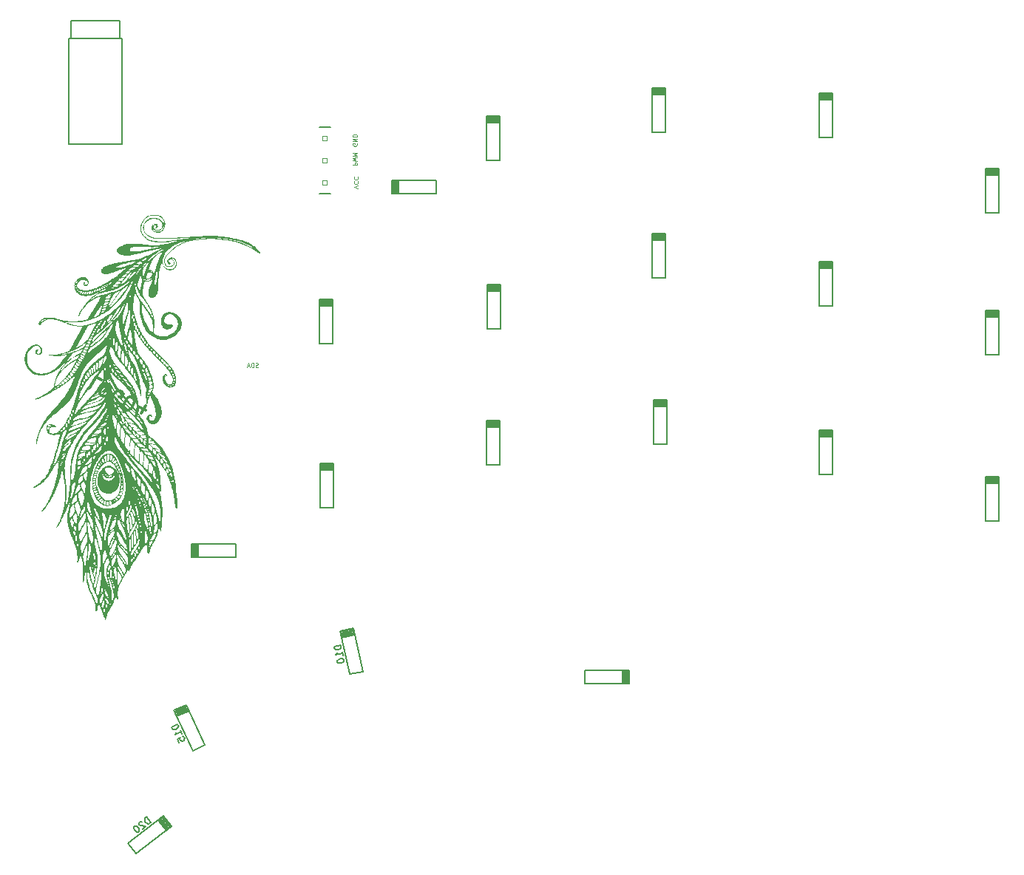
<source format=gbr>
%TF.GenerationSoftware,KiCad,Pcbnew,(5.99.0-11550-g369d813a32)*%
%TF.CreationDate,2021-08-18T15:47:15+05:30*%
%TF.ProjectId,Pteron36v0,50746572-6f6e-4333-9676-302e6b696361,rev?*%
%TF.SameCoordinates,Original*%
%TF.FileFunction,Legend,Bot*%
%TF.FilePolarity,Positive*%
%FSLAX46Y46*%
G04 Gerber Fmt 4.6, Leading zero omitted, Abs format (unit mm)*
G04 Created by KiCad (PCBNEW (5.99.0-11550-g369d813a32)) date 2021-08-18 15:47:15*
%MOMM*%
%LPD*%
G01*
G04 APERTURE LIST*
%ADD10C,0.125000*%
%ADD11C,0.150000*%
%ADD12C,0.300000*%
%ADD13C,0.203200*%
%ADD14C,0.066040*%
G04 APERTURE END LIST*
D10*
X135208910Y-97811523D02*
X135137482Y-97835333D01*
X135018434Y-97835333D01*
X134970815Y-97811523D01*
X134947006Y-97787714D01*
X134923196Y-97740095D01*
X134923196Y-97692476D01*
X134947006Y-97644857D01*
X134970815Y-97621047D01*
X135018434Y-97597238D01*
X135113672Y-97573428D01*
X135161291Y-97549619D01*
X135185101Y-97525809D01*
X135208910Y-97478190D01*
X135208910Y-97430571D01*
X135185101Y-97382952D01*
X135161291Y-97359143D01*
X135113672Y-97335333D01*
X134994625Y-97335333D01*
X134923196Y-97359143D01*
X134708910Y-97835333D02*
X134708910Y-97335333D01*
X134589863Y-97335333D01*
X134518434Y-97359143D01*
X134470815Y-97406762D01*
X134447006Y-97454381D01*
X134423196Y-97549619D01*
X134423196Y-97621047D01*
X134447006Y-97716285D01*
X134470815Y-97763904D01*
X134518434Y-97811523D01*
X134589863Y-97835333D01*
X134708910Y-97835333D01*
X134232720Y-97692476D02*
X133994625Y-97692476D01*
X134280339Y-97835333D02*
X134113672Y-97335333D01*
X133947006Y-97835333D01*
X146535768Y-72209095D02*
X146559577Y-72256714D01*
X146559577Y-72328143D01*
X146535768Y-72399571D01*
X146488148Y-72447190D01*
X146440529Y-72471000D01*
X146345291Y-72494809D01*
X146273863Y-72494809D01*
X146178625Y-72471000D01*
X146131006Y-72447190D01*
X146083387Y-72399571D01*
X146059577Y-72328143D01*
X146059577Y-72280523D01*
X146083387Y-72209095D01*
X146107196Y-72185285D01*
X146273863Y-72185285D01*
X146273863Y-72280523D01*
X146059577Y-71971000D02*
X146559577Y-71971000D01*
X146059577Y-71685285D01*
X146559577Y-71685285D01*
X146059577Y-71447190D02*
X146559577Y-71447190D01*
X146559577Y-71328143D01*
X146535768Y-71256714D01*
X146488148Y-71209095D01*
X146440529Y-71185285D01*
X146345291Y-71161476D01*
X146273863Y-71161476D01*
X146178625Y-71185285D01*
X146131006Y-71209095D01*
X146083387Y-71256714D01*
X146059577Y-71328143D01*
X146059577Y-71447190D01*
X146686577Y-77320809D02*
X146186577Y-77154143D01*
X146686577Y-76987476D01*
X146234196Y-76535095D02*
X146210387Y-76558904D01*
X146186577Y-76630333D01*
X146186577Y-76677952D01*
X146210387Y-76749381D01*
X146258006Y-76797000D01*
X146305625Y-76820809D01*
X146400863Y-76844619D01*
X146472291Y-76844619D01*
X146567529Y-76820809D01*
X146615148Y-76797000D01*
X146662768Y-76749381D01*
X146686577Y-76677952D01*
X146686577Y-76630333D01*
X146662768Y-76558904D01*
X146638958Y-76535095D01*
X146234196Y-76035095D02*
X146210387Y-76058904D01*
X146186577Y-76130333D01*
X146186577Y-76177952D01*
X146210387Y-76249381D01*
X146258006Y-76297000D01*
X146305625Y-76320809D01*
X146400863Y-76344619D01*
X146472291Y-76344619D01*
X146567529Y-76320809D01*
X146615148Y-76297000D01*
X146662768Y-76249381D01*
X146686577Y-76177952D01*
X146686577Y-76130333D01*
X146662768Y-76058904D01*
X146638958Y-76035095D01*
X146059576Y-74689523D02*
X146559576Y-74689523D01*
X146559576Y-74499047D01*
X146535767Y-74451428D01*
X146511957Y-74427619D01*
X146464338Y-74403809D01*
X146392909Y-74403809D01*
X146345290Y-74427619D01*
X146321481Y-74451428D01*
X146297671Y-74499047D01*
X146297671Y-74689523D01*
X146559576Y-74237143D02*
X146059576Y-74118095D01*
X146416719Y-74022857D01*
X146059576Y-73927619D01*
X146559576Y-73808571D01*
X146059576Y-73618095D02*
X146559576Y-73618095D01*
X146202433Y-73451428D01*
X146559576Y-73284762D01*
X146059576Y-73284762D01*
D11*
%TO.C,D20*%
X122943096Y-149999331D02*
X122456087Y-149364648D01*
X122304972Y-149480602D01*
X122237494Y-149580398D01*
X122223430Y-149687226D01*
X122239589Y-149770863D01*
X122302130Y-149914946D01*
X122371702Y-150005615D01*
X122494689Y-150103316D01*
X122571294Y-150140571D01*
X122678121Y-150154635D01*
X122791981Y-150115285D01*
X122943096Y-149999331D01*
X121898009Y-149888912D02*
X121844595Y-149881880D01*
X121760958Y-149898039D01*
X121609844Y-150013993D01*
X121572588Y-150090598D01*
X121565556Y-150144012D01*
X121581715Y-150227649D01*
X121628097Y-150288095D01*
X121727893Y-150355573D01*
X122368860Y-150439958D01*
X121975961Y-150741440D01*
X121096053Y-150408239D02*
X121035607Y-150454621D01*
X120998352Y-150531226D01*
X120991320Y-150584639D01*
X121007479Y-150668276D01*
X121070019Y-150812359D01*
X121185974Y-150963474D01*
X121308960Y-151061175D01*
X121385565Y-151098430D01*
X121438979Y-151105462D01*
X121522616Y-151089303D01*
X121583062Y-151042922D01*
X121620317Y-150966317D01*
X121627349Y-150912903D01*
X121611190Y-150829266D01*
X121548650Y-150685183D01*
X121432695Y-150534068D01*
X121309708Y-150436367D01*
X121233104Y-150399112D01*
X121179690Y-150392080D01*
X121096053Y-150408239D01*
%TO.C,D15*%
X126022124Y-138719468D02*
X125297078Y-139057562D01*
X125377577Y-139230192D01*
X125460402Y-139317671D01*
X125561653Y-139354523D01*
X125646805Y-139356850D01*
X125801009Y-139326977D01*
X125904587Y-139278677D01*
X126026591Y-139179752D01*
X126079544Y-139113027D01*
X126116396Y-139011775D01*
X126102623Y-138892098D01*
X126022124Y-138719468D01*
X126537316Y-139824300D02*
X126344119Y-139409988D01*
X126440717Y-139617144D02*
X125715671Y-139955239D01*
X125787050Y-139837887D01*
X125823902Y-139736636D01*
X125826229Y-139651484D01*
X126118165Y-140818389D02*
X125957167Y-140473129D01*
X126286328Y-140277605D01*
X126267901Y-140328231D01*
X126265575Y-140413383D01*
X126346074Y-140586013D01*
X126412799Y-140638965D01*
X126463425Y-140657391D01*
X126548577Y-140659718D01*
X126721207Y-140579219D01*
X126774159Y-140512494D01*
X126792585Y-140461868D01*
X126794912Y-140376716D01*
X126714413Y-140204086D01*
X126647688Y-140151134D01*
X126597062Y-140132708D01*
%TO.C,D10*%
X144686522Y-129676221D02*
X143905485Y-129849373D01*
X143946712Y-130035334D01*
X144008640Y-130138665D01*
X144099515Y-130196559D01*
X144182145Y-130217261D01*
X144339159Y-130221472D01*
X144450736Y-130196736D01*
X144591259Y-130126562D01*
X144657399Y-130072879D01*
X144715292Y-129982004D01*
X144727749Y-129862182D01*
X144686522Y-129676221D01*
X144950372Y-130866372D02*
X144851428Y-130420066D01*
X144900900Y-130643219D02*
X144119864Y-130816371D01*
X144214950Y-130717250D01*
X144272843Y-130626375D01*
X144293545Y-130543745D01*
X144276525Y-131523023D02*
X144293015Y-131597408D01*
X144346698Y-131663547D01*
X144392136Y-131692494D01*
X144474765Y-131713195D01*
X144631780Y-131717406D01*
X144817741Y-131676180D01*
X144958264Y-131606006D01*
X145024404Y-131552323D01*
X145053350Y-131506886D01*
X145074052Y-131424256D01*
X145057561Y-131349871D01*
X145003879Y-131283732D01*
X144958441Y-131254785D01*
X144875811Y-131234084D01*
X144718797Y-131229873D01*
X144532836Y-131271099D01*
X144392312Y-131341273D01*
X144326173Y-131394956D01*
X144297226Y-131440393D01*
X144276525Y-131523023D01*
D12*
%TO.C,LOGO4*%
X117282161Y-99296651D02*
X116653674Y-98933794D01*
X115891674Y-100253617D01*
X117211496Y-101015617D02*
X117462891Y-101160760D01*
X117624874Y-101170482D01*
X117823143Y-101117356D01*
X118031135Y-100902247D01*
X118285135Y-100462306D01*
X118367429Y-100174626D01*
X118314303Y-99976357D01*
X118224891Y-99840937D01*
X117973496Y-99695794D01*
X117811513Y-99686071D01*
X117613244Y-99739197D01*
X117405253Y-99954306D01*
X117151253Y-100394247D01*
X117068959Y-100681928D01*
X117122085Y-100880197D01*
X117211496Y-101015617D01*
X119070394Y-102005054D02*
X118908411Y-101995331D01*
X118719865Y-101886474D01*
X118567605Y-101714768D01*
X118514479Y-101516499D01*
X118524201Y-101354516D01*
X118606496Y-101066836D01*
X118715353Y-100878289D01*
X118923344Y-100663180D01*
X119058764Y-100573769D01*
X119257033Y-100520643D01*
X119481865Y-100566651D01*
X119607562Y-100639223D01*
X119759823Y-100810928D01*
X119786386Y-100910063D01*
X119532386Y-101350004D01*
X119280991Y-101204861D01*
X119913990Y-102575902D02*
X120165385Y-102721045D01*
X120327368Y-102730768D01*
X120525637Y-102677642D01*
X120733629Y-102462533D01*
X120987629Y-102022592D01*
X121069923Y-101734912D01*
X121016797Y-101536643D01*
X120927385Y-101401223D01*
X120675990Y-101256080D01*
X120514007Y-101246357D01*
X120315738Y-101299483D01*
X120107747Y-101514592D01*
X119853747Y-101954533D01*
X119771453Y-102242213D01*
X119824579Y-102440482D01*
X119913990Y-102575902D01*
X121864905Y-103115676D02*
X122372905Y-102235794D01*
X121260376Y-103437037D02*
X121490418Y-102312878D01*
X122307451Y-102784592D01*
D11*
%TO.C,D22*%
X161352161Y-69422297D02*
X162876161Y-69422297D01*
X161352161Y-69168297D02*
X162876161Y-69168297D01*
X161352161Y-74121297D02*
X161352161Y-69041297D01*
X162876161Y-69549297D02*
X161352161Y-69549297D01*
X161352161Y-69803297D02*
X162876161Y-69803297D01*
X162876161Y-74121297D02*
X161352161Y-74121297D01*
X162876161Y-69295297D02*
X161352161Y-69295297D01*
X161352161Y-69041297D02*
X162876161Y-69041297D01*
X161352161Y-74121297D02*
X161352161Y-73613297D01*
X161352161Y-69676297D02*
X162876161Y-69676297D01*
X162876161Y-69041297D02*
X162876161Y-74121297D01*
%TO.C,D19*%
X182051170Y-106681131D02*
X180527170Y-106681131D01*
X182051170Y-101601131D02*
X182051170Y-106681131D01*
X180527170Y-102363131D02*
X182051170Y-102363131D01*
X180527170Y-106681131D02*
X180527170Y-106173131D01*
X182051170Y-101855131D02*
X180527170Y-101855131D01*
X180527170Y-102236131D02*
X182051170Y-102236131D01*
X180527170Y-106681131D02*
X180527170Y-101601131D01*
X182051170Y-102109131D02*
X180527170Y-102109131D01*
X180527170Y-101982131D02*
X182051170Y-101982131D01*
X180527170Y-101728131D02*
X182051170Y-101728131D01*
X180527170Y-101601131D02*
X182051170Y-101601131D01*
%TO.C,D26*%
X151340369Y-77974943D02*
X151340369Y-76450943D01*
X151213369Y-77974943D02*
X151213369Y-76450943D01*
X150705369Y-77974943D02*
X150705369Y-76450943D01*
X155658369Y-77974943D02*
X155150369Y-77974943D01*
X150578369Y-77974943D02*
X150578369Y-76450943D01*
X155658369Y-77974943D02*
X150578369Y-77974943D01*
X151086369Y-76450943D02*
X151086369Y-77974943D01*
X150959369Y-77974943D02*
X150959369Y-76450943D01*
X150832369Y-76450943D02*
X150832369Y-77974943D01*
X155658369Y-76450943D02*
X155658369Y-77974943D01*
X150578369Y-76450943D02*
X155658369Y-76450943D01*
%TO.C,D28*%
X143854015Y-109389782D02*
X142330015Y-109389782D01*
X143854015Y-109135782D02*
X142330015Y-109135782D01*
X142330015Y-109008782D02*
X143854015Y-109008782D01*
X142330015Y-109643782D02*
X143854015Y-109643782D01*
X143854015Y-108881782D02*
X143854015Y-113961782D01*
X142330015Y-113961782D02*
X142330015Y-108881782D01*
X142330015Y-108881782D02*
X143854015Y-108881782D01*
X142330015Y-109516782D02*
X143854015Y-109516782D01*
X142330015Y-109262782D02*
X143854015Y-109262782D01*
X143854015Y-113961782D02*
X142330015Y-113961782D01*
X142330015Y-113961782D02*
X142330015Y-113453782D01*
%TO.C,D27*%
X142237847Y-90409004D02*
X143761847Y-90409004D01*
X143761847Y-95108004D02*
X142237847Y-95108004D01*
X143761847Y-90282004D02*
X142237847Y-90282004D01*
X142237847Y-95108004D02*
X142237847Y-90028004D01*
X142237847Y-90790004D02*
X143761847Y-90790004D01*
X142237847Y-95108004D02*
X142237847Y-94600004D01*
X143761847Y-90536004D02*
X142237847Y-90536004D01*
X142237847Y-90155004D02*
X143761847Y-90155004D01*
X142237847Y-90663004D02*
X143761847Y-90663004D01*
X143761847Y-90028004D02*
X143761847Y-95108004D01*
X142237847Y-90028004D02*
X143761847Y-90028004D01*
%TO.C,D14*%
X199451177Y-110147103D02*
X199451177Y-109639103D01*
X199451177Y-110147103D02*
X199451177Y-105067103D01*
X199451177Y-105702103D02*
X200975177Y-105702103D01*
X199451177Y-105194103D02*
X200975177Y-105194103D01*
X199451177Y-105067103D02*
X200975177Y-105067103D01*
X199451177Y-105829103D02*
X200975177Y-105829103D01*
X200975177Y-105321103D02*
X199451177Y-105321103D01*
X200975177Y-110147103D02*
X199451177Y-110147103D01*
X200975177Y-105575103D02*
X199451177Y-105575103D01*
X200975177Y-105067103D02*
X200975177Y-110147103D01*
X199451177Y-105448103D02*
X200975177Y-105448103D01*
%TO.C,D24*%
X162866377Y-109048300D02*
X161342377Y-109048300D01*
X161342377Y-103968300D02*
X162866377Y-103968300D01*
X161342377Y-104603300D02*
X162866377Y-104603300D01*
X161342377Y-109048300D02*
X161342377Y-108540300D01*
X161342377Y-109048300D02*
X161342377Y-103968300D01*
X161342377Y-104730300D02*
X162866377Y-104730300D01*
X162866377Y-104222300D02*
X161342377Y-104222300D01*
X161342377Y-104095300D02*
X162866377Y-104095300D01*
X162866377Y-103968300D02*
X162866377Y-109048300D01*
X162866377Y-104476300D02*
X161342377Y-104476300D01*
X161342377Y-104349300D02*
X162866377Y-104349300D01*
%TO.C,D9*%
X218558188Y-110391435D02*
X220082188Y-110391435D01*
X218558188Y-111153435D02*
X220082188Y-111153435D01*
X218558188Y-111026435D02*
X220082188Y-111026435D01*
X218558188Y-110518435D02*
X220082188Y-110518435D01*
X220082188Y-110645435D02*
X218558188Y-110645435D01*
X220082188Y-110391435D02*
X220082188Y-115471435D01*
X218558188Y-115471435D02*
X218558188Y-110391435D01*
X218558188Y-115471435D02*
X218558188Y-114963435D01*
X220082188Y-115471435D02*
X218558188Y-115471435D01*
X218558188Y-110772435D02*
X220082188Y-110772435D01*
X220082188Y-110899435D02*
X218558188Y-110899435D01*
%TO.C,D13*%
X199480334Y-90840540D02*
X199480334Y-90332540D01*
X199480334Y-86522540D02*
X201004334Y-86522540D01*
X201004334Y-86268540D02*
X199480334Y-86268540D01*
X199480334Y-85760540D02*
X201004334Y-85760540D01*
X199480334Y-86141540D02*
X201004334Y-86141540D01*
X199480334Y-90840540D02*
X199480334Y-85760540D01*
X199480334Y-85887540D02*
X201004334Y-85887540D01*
X201004334Y-85760540D02*
X201004334Y-90840540D01*
X199480334Y-86395540D02*
X201004334Y-86395540D01*
X201004334Y-90840540D02*
X199480334Y-90840540D01*
X201004334Y-86014540D02*
X199480334Y-86014540D01*
%TO.C,D17*%
X180321769Y-70939142D02*
X180321769Y-70431142D01*
X181845769Y-65859142D02*
X181845769Y-70939142D01*
X181845769Y-70939142D02*
X180321769Y-70939142D01*
X180321769Y-66240142D02*
X181845769Y-66240142D01*
X180321769Y-66621142D02*
X181845769Y-66621142D01*
X180321769Y-65986142D02*
X181845769Y-65986142D01*
X181845769Y-66113142D02*
X180321769Y-66113142D01*
X181845769Y-66367142D02*
X180321769Y-66367142D01*
X180321769Y-66494142D02*
X181845769Y-66494142D01*
X180321769Y-70939142D02*
X180321769Y-65859142D01*
X180321769Y-65859142D02*
X181845769Y-65859142D01*
%TO.C,D8*%
X218558189Y-91356535D02*
X220082189Y-91356535D01*
X220082189Y-91864535D02*
X218558189Y-91864535D01*
X218558189Y-96436535D02*
X218558189Y-95928535D01*
X218558189Y-96436535D02*
X218558189Y-91356535D01*
X218558189Y-91737535D02*
X220082189Y-91737535D01*
X218558189Y-92118535D02*
X220082189Y-92118535D01*
X220082189Y-91610535D02*
X218558189Y-91610535D01*
X220082189Y-91356535D02*
X220082189Y-96436535D01*
X218558189Y-91991535D02*
X220082189Y-91991535D01*
X220082189Y-96436535D02*
X218558189Y-96436535D01*
X218558189Y-91483535D02*
X220082189Y-91483535D01*
%TO.C,D23*%
X161504117Y-89158384D02*
X163028117Y-89158384D01*
X161504117Y-88777384D02*
X163028117Y-88777384D01*
X163028117Y-88650384D02*
X161504117Y-88650384D01*
X163028117Y-88396384D02*
X163028117Y-93476384D01*
X161504117Y-88523384D02*
X163028117Y-88523384D01*
X161504117Y-93476384D02*
X161504117Y-88396384D01*
X161504117Y-89031384D02*
X163028117Y-89031384D01*
X161504117Y-93476384D02*
X161504117Y-92968384D01*
X161504117Y-88396384D02*
X163028117Y-88396384D01*
X163028117Y-88904384D02*
X161504117Y-88904384D01*
X163028117Y-93476384D02*
X161504117Y-93476384D01*
%TO.C,D18*%
X180321770Y-82623143D02*
X181845770Y-82623143D01*
X180321770Y-87576143D02*
X180321770Y-82496143D01*
X181845770Y-82496143D02*
X181845770Y-87576143D01*
X180321770Y-83258143D02*
X181845770Y-83258143D01*
X180321770Y-82877143D02*
X181845770Y-82877143D01*
X181845770Y-87576143D02*
X180321770Y-87576143D01*
X181845770Y-83004143D02*
X180321770Y-83004143D01*
X180321770Y-87576143D02*
X180321770Y-87068143D01*
X180321770Y-82496143D02*
X181845770Y-82496143D01*
X181845770Y-82750143D02*
X180321770Y-82750143D01*
X180321770Y-83131143D02*
X181845770Y-83131143D01*
%TO.C,D12*%
X201004333Y-66925942D02*
X199480333Y-66925942D01*
X199480333Y-66544942D02*
X201004333Y-66544942D01*
X201004333Y-71497942D02*
X199480333Y-71497942D01*
X199480333Y-66417942D02*
X201004333Y-66417942D01*
X201004333Y-66671942D02*
X199480333Y-66671942D01*
X199480333Y-67179942D02*
X201004333Y-67179942D01*
X199480333Y-71497942D02*
X199480333Y-70989942D01*
X199480333Y-67052942D02*
X201004333Y-67052942D01*
X199480333Y-66798942D02*
X201004333Y-66798942D01*
X201004333Y-66417942D02*
X201004333Y-71497942D01*
X199480333Y-71497942D02*
X199480333Y-66417942D01*
%TO.C,D7*%
X220082190Y-75052116D02*
X220082190Y-80132116D01*
X218558190Y-80132116D02*
X218558190Y-79624116D01*
X218558190Y-75052116D02*
X220082190Y-75052116D01*
X218558190Y-75433116D02*
X220082190Y-75433116D01*
X220082190Y-80132116D02*
X218558190Y-80132116D01*
X218558190Y-80132116D02*
X218558190Y-75052116D01*
X220082190Y-75560116D02*
X218558190Y-75560116D01*
X220082190Y-75306116D02*
X218558190Y-75306116D01*
X218558190Y-75814116D02*
X220082190Y-75814116D01*
X218558190Y-75179116D02*
X220082190Y-75179116D01*
X218558190Y-75687116D02*
X220082190Y-75687116D01*
D13*
%TO.C,PWM_PAD2*%
X143491770Y-77924144D02*
X142221770Y-77924144D01*
X143491770Y-70304144D02*
X142221770Y-70304144D01*
D11*
%TO.C,D_RE1*%
X132709999Y-119646001D02*
X127629999Y-119646001D01*
X132709999Y-118122001D02*
X132709999Y-119646001D01*
X127883999Y-118122001D02*
X127883999Y-119646001D01*
X128010999Y-119646001D02*
X128010999Y-118122001D01*
X127629999Y-119646001D02*
X127629999Y-118122001D01*
X127629999Y-118122001D02*
X132709999Y-118122001D01*
X128264999Y-119646001D02*
X128264999Y-118122001D01*
X128137999Y-118122001D02*
X128137999Y-119646001D01*
X128391999Y-119646001D02*
X128391999Y-118122001D01*
X132709999Y-119646001D02*
X132201999Y-119646001D01*
X127756999Y-119646001D02*
X127756999Y-118122001D01*
%TO.C,D25*%
X177180514Y-134126814D02*
X177180514Y-132602814D01*
X177688514Y-134126814D02*
X172608514Y-134126814D01*
X177688514Y-132602814D02*
X177688514Y-134126814D01*
X177307514Y-132602814D02*
X177307514Y-134126814D01*
X172608514Y-132602814D02*
X177688514Y-132602814D01*
X177561514Y-132602814D02*
X177561514Y-134126814D01*
X176926514Y-132602814D02*
X176926514Y-134126814D01*
X177434514Y-134126814D02*
X177434514Y-132602814D01*
X172608514Y-132602814D02*
X173116514Y-132602814D01*
X172608514Y-134126814D02*
X172608514Y-132602814D01*
X177053514Y-132602814D02*
X177053514Y-134126814D01*
%TO.C,D20*%
X124073488Y-149479962D02*
X125001240Y-150689032D01*
X125101996Y-150611720D02*
X124174244Y-149402649D01*
X124375755Y-149248024D02*
X125303508Y-150457094D01*
X124274999Y-149325336D02*
X125202752Y-150534407D01*
X124900484Y-150766345D02*
X123972732Y-149557275D01*
X123771220Y-149711900D02*
X124698972Y-150920970D01*
X120345520Y-152340532D02*
X120748544Y-152031281D01*
X125303508Y-150457094D02*
X121273273Y-153549602D01*
X120345520Y-152340532D02*
X124375755Y-149248024D01*
X123871976Y-149634587D02*
X124799728Y-150843658D01*
X121273273Y-153549602D02*
X120345520Y-152340532D01*
%TO.C,D15*%
X125598710Y-137158156D02*
X126979923Y-136514086D01*
X127745611Y-141762200D02*
X127530921Y-141301796D01*
X127087268Y-136744288D02*
X125706055Y-137388359D01*
X125867073Y-137733662D02*
X127248286Y-137089592D01*
X127745611Y-141762200D02*
X125598710Y-137158156D01*
X125652383Y-137273257D02*
X127033596Y-136629187D01*
X126979923Y-136514086D02*
X129126824Y-141118130D01*
X127194613Y-136974490D02*
X125813400Y-137618561D01*
X125920745Y-137848763D02*
X127301958Y-137204693D01*
X125759728Y-137503460D02*
X127140941Y-136859389D01*
X129126824Y-141118130D02*
X127745611Y-141762200D01*
%TO.C,D10*%
X144748514Y-128680224D02*
X146236389Y-128350370D01*
X146208901Y-128226381D02*
X144721026Y-128556234D01*
X145710588Y-133019860D02*
X145600637Y-132523901D01*
X144611075Y-128060276D02*
X146098950Y-127730422D01*
X146098950Y-127730422D02*
X147198463Y-132690006D01*
X145710588Y-133019860D02*
X144611075Y-128060276D01*
X144638563Y-128184266D02*
X146126438Y-127854412D01*
X144776002Y-128804214D02*
X146263877Y-128474360D01*
X146153926Y-127978401D02*
X144666050Y-128308255D01*
X147198463Y-132690006D02*
X145710588Y-133019860D01*
X144693538Y-128432245D02*
X146181413Y-128102391D01*
%TO.C,J2*%
X113767769Y-58180142D02*
X119367769Y-58180142D01*
X119367769Y-60180142D02*
X119367769Y-58180142D01*
X113767769Y-60180142D02*
X113767769Y-58180142D01*
X113517769Y-60180142D02*
X113517769Y-72280142D01*
X119617769Y-60180142D02*
X119617769Y-72280142D01*
X113517769Y-60180142D02*
X119617769Y-60180142D01*
X113517769Y-72280142D02*
X119617769Y-72280142D01*
D14*
%TO.C,PWM_PAD1*%
X143110770Y-71320144D02*
X142602770Y-71320144D01*
X143110770Y-73860144D02*
X142602770Y-73860144D01*
X143110770Y-73860144D02*
X143110770Y-74368144D01*
X142602770Y-71320144D02*
X142602770Y-71828144D01*
X142602770Y-76400144D02*
X142602770Y-76908144D01*
X143110770Y-76400144D02*
X142602770Y-76400144D01*
X143110770Y-71320144D02*
X143110770Y-71828144D01*
X143110770Y-76908144D02*
X142602770Y-76908144D01*
X142602770Y-73860144D02*
X142602770Y-74368144D01*
X143110770Y-76400144D02*
X143110770Y-76908144D01*
X143110770Y-71828144D02*
X142602770Y-71828144D01*
X143110770Y-74368144D02*
X142602770Y-74368144D01*
%TO.C,LOGO4*%
G36*
X116691486Y-112904091D02*
G01*
X116691092Y-112903531D01*
X116662288Y-112852665D01*
X116826372Y-112852665D01*
X116883743Y-112944656D01*
X116895209Y-112962846D01*
X116920633Y-113001736D01*
X116940352Y-113029920D01*
X116950840Y-113042262D01*
X116960477Y-113037465D01*
X116983576Y-113017716D01*
X117016401Y-112986234D01*
X117055577Y-112946620D01*
X117097726Y-112902470D01*
X117139472Y-112857382D01*
X117177439Y-112814955D01*
X117208248Y-112778787D01*
X117228523Y-112752475D01*
X117234887Y-112739617D01*
X117228939Y-112728957D01*
X117211050Y-112703025D01*
X117186357Y-112670297D01*
X117166932Y-112646027D01*
X117145794Y-112621076D01*
X117134397Y-112609565D01*
X117125542Y-112613120D01*
X117101208Y-112629602D01*
X117065856Y-112656550D01*
X117023633Y-112690915D01*
X116993080Y-112716422D01*
X116945358Y-112756027D01*
X116903367Y-112790612D01*
X116873637Y-112814785D01*
X116826372Y-112852665D01*
X116662288Y-112852665D01*
X116582583Y-112711913D01*
X116573640Y-112696120D01*
X116516659Y-112569786D01*
X116673807Y-112569786D01*
X116724787Y-112670431D01*
X116736574Y-112693423D01*
X116758268Y-112734186D01*
X116774837Y-112763260D01*
X116783404Y-112775486D01*
X116787951Y-112773696D01*
X116808115Y-112759750D01*
X116840529Y-112734888D01*
X116881250Y-112702380D01*
X116926344Y-112665492D01*
X116971870Y-112627492D01*
X117013891Y-112591649D01*
X117048469Y-112561232D01*
X117071663Y-112539508D01*
X117079538Y-112529745D01*
X117073505Y-112518789D01*
X117058156Y-112492270D01*
X117037092Y-112456472D01*
X117017017Y-112423241D01*
X117000183Y-112396743D01*
X116991927Y-112385554D01*
X116982844Y-112389095D01*
X116956630Y-112403162D01*
X116917783Y-112425554D01*
X116870716Y-112453785D01*
X116833047Y-112476664D01*
X116783082Y-112506721D01*
X116741297Y-112531531D01*
X116714062Y-112547291D01*
X116673807Y-112569786D01*
X116516659Y-112569786D01*
X116473145Y-112473310D01*
X116464608Y-112449005D01*
X116419126Y-112319518D01*
X116570744Y-112319518D01*
X116571311Y-112338583D01*
X116581194Y-112372801D01*
X116598848Y-112416546D01*
X116638602Y-112504717D01*
X116793194Y-112412113D01*
X116817916Y-112397264D01*
X116869502Y-112365997D01*
X116911322Y-112340261D01*
X116939595Y-112322392D01*
X116950543Y-112314734D01*
X116950578Y-112314661D01*
X116947325Y-112301363D01*
X116936566Y-112271952D01*
X116920573Y-112232655D01*
X116920083Y-112231499D01*
X116903361Y-112192879D01*
X116890619Y-112164998D01*
X116884578Y-112153820D01*
X116874195Y-112158001D01*
X116846632Y-112171455D01*
X116806675Y-112191754D01*
X116759061Y-112216413D01*
X116708522Y-112242942D01*
X116659797Y-112268857D01*
X116617619Y-112291671D01*
X116586724Y-112308896D01*
X116571847Y-112318046D01*
X116570744Y-112319518D01*
X116419126Y-112319518D01*
X116389902Y-112236318D01*
X116383330Y-112211315D01*
X116335163Y-112028055D01*
X116422965Y-112028055D01*
X116446970Y-112089516D01*
X116454525Y-112108637D01*
X116474911Y-112158825D01*
X116493404Y-112202751D01*
X116515834Y-112254526D01*
X116564509Y-112228425D01*
X116587355Y-112216154D01*
X116670810Y-112170851D01*
X116734607Y-112135236D01*
X116780574Y-112108196D01*
X116810540Y-112088624D01*
X116826336Y-112075409D01*
X116829791Y-112067439D01*
X116829666Y-112067101D01*
X116822759Y-112048577D01*
X116810002Y-112014489D01*
X116794056Y-111971953D01*
X116793441Y-111970313D01*
X116777112Y-111927819D01*
X116763450Y-111893983D01*
X116755356Y-111875998D01*
X116754773Y-111875326D01*
X116738524Y-111876451D01*
X116703435Y-111889004D01*
X116651612Y-111912130D01*
X116585163Y-111944976D01*
X116422965Y-112028055D01*
X116335163Y-112028055D01*
X116324206Y-111986366D01*
X116321071Y-111969227D01*
X116286486Y-111780098D01*
X116351343Y-111780098D01*
X116369861Y-111851894D01*
X116379027Y-111884591D01*
X116389318Y-111914861D01*
X116396427Y-111928336D01*
X116415205Y-111929618D01*
X116449501Y-111924106D01*
X116491375Y-111913633D01*
X116533080Y-111900143D01*
X116566863Y-111885581D01*
X116579019Y-111878740D01*
X116620347Y-111852042D01*
X116659697Y-111822710D01*
X116683873Y-111802329D01*
X116700215Y-111783249D01*
X116706537Y-111761317D01*
X116707870Y-111726486D01*
X116707687Y-111708404D01*
X116705210Y-111678427D01*
X116700717Y-111664573D01*
X116692804Y-111663079D01*
X116663643Y-111666130D01*
X116620645Y-111675333D01*
X116569729Y-111689031D01*
X116516818Y-111705572D01*
X116467834Y-111723300D01*
X116428696Y-111740563D01*
X116351343Y-111780098D01*
X116286486Y-111780098D01*
X116278830Y-111738233D01*
X116276350Y-111724670D01*
X116262756Y-111600162D01*
X116333791Y-111600162D01*
X116334363Y-111623961D01*
X116336828Y-111657633D01*
X116340488Y-111675813D01*
X116342109Y-111676736D01*
X116360980Y-111674565D01*
X116397089Y-111664987D01*
X116446088Y-111649260D01*
X116503631Y-111628640D01*
X116514805Y-111624446D01*
X116574275Y-111601804D01*
X116614765Y-111585172D01*
X116639805Y-111572439D01*
X116652919Y-111561489D01*
X116657636Y-111550214D01*
X116657482Y-111536500D01*
X116657404Y-111535653D01*
X116652950Y-111499358D01*
X116646591Y-111458999D01*
X116638710Y-111414793D01*
X116548569Y-111424838D01*
X116469414Y-111438520D01*
X116407221Y-111461821D01*
X116365014Y-111495608D01*
X116341100Y-111541261D01*
X116333791Y-111600162D01*
X116262756Y-111600162D01*
X116246629Y-111452453D01*
X116245594Y-111426661D01*
X116239462Y-111273757D01*
X116285875Y-111273757D01*
X116286932Y-111323299D01*
X116301067Y-111373413D01*
X116319654Y-111415863D01*
X116451105Y-111367895D01*
X116497650Y-111350847D01*
X116547559Y-111332413D01*
X116585963Y-111318056D01*
X116607075Y-111309927D01*
X116618844Y-111302515D01*
X116625042Y-111287770D01*
X116624919Y-111260508D01*
X116619211Y-111214952D01*
X116618851Y-111212490D01*
X116611951Y-111170232D01*
X116605607Y-111139184D01*
X116601152Y-111125910D01*
X116598744Y-111125573D01*
X116578082Y-111128285D01*
X116541615Y-111135543D01*
X116495250Y-111146213D01*
X116439491Y-111161378D01*
X116371937Y-111185680D01*
X116323503Y-111211372D01*
X116296894Y-111237215D01*
X116285875Y-111273757D01*
X116239462Y-111273757D01*
X116236600Y-111202404D01*
X116235337Y-111170931D01*
X116236455Y-111127376D01*
X116276004Y-111127376D01*
X116426204Y-111087503D01*
X116432869Y-111085727D01*
X116489358Y-111069999D01*
X116536164Y-111055825D01*
X116568581Y-111044697D01*
X116581904Y-111038107D01*
X116585484Y-111024090D01*
X116590474Y-110992053D01*
X116595433Y-110949938D01*
X116598447Y-110911398D01*
X116598761Y-110891074D01*
X116698383Y-110891074D01*
X116698398Y-110950890D01*
X116713451Y-111199607D01*
X116752133Y-111446740D01*
X116813733Y-111689848D01*
X116897539Y-111926490D01*
X117002842Y-112154220D01*
X117128930Y-112370598D01*
X117157226Y-112413176D01*
X117202588Y-112478801D01*
X117253821Y-112550681D01*
X117308095Y-112625033D01*
X117362584Y-112698076D01*
X117414456Y-112766028D01*
X117460884Y-112825108D01*
X117499038Y-112871533D01*
X117526090Y-112901522D01*
X117571596Y-112941454D01*
X117661915Y-113000077D01*
X117766536Y-113047486D01*
X117879622Y-113080723D01*
X117942672Y-113093568D01*
X118007983Y-113103388D01*
X118051530Y-113109936D01*
X118147925Y-113115196D01*
X118237992Y-113109518D01*
X118327864Y-113093067D01*
X118328064Y-113093019D01*
X118372147Y-113082075D01*
X118408814Y-113071091D01*
X118442659Y-113057738D01*
X118472081Y-113042833D01*
X118478284Y-113039691D01*
X118520281Y-113014619D01*
X118527755Y-113009762D01*
X118699733Y-113009762D01*
X118707511Y-113061871D01*
X118723276Y-113121294D01*
X118745962Y-113182129D01*
X118756431Y-113206328D01*
X118775959Y-113251540D01*
X118790932Y-113286312D01*
X118798747Y-113304599D01*
X118805610Y-113310186D01*
X118827008Y-113305026D01*
X118863993Y-113283663D01*
X118888235Y-113267311D01*
X118915042Y-113247618D01*
X118927730Y-113236013D01*
X118927567Y-113231480D01*
X118917894Y-113209996D01*
X118898385Y-113176715D01*
X118872510Y-113136868D01*
X118843735Y-113095689D01*
X118815529Y-113058407D01*
X118791361Y-113030258D01*
X118784016Y-113022658D01*
X118743253Y-112982536D01*
X118716929Y-112960872D01*
X118705478Y-112958035D01*
X118701009Y-112970866D01*
X118699733Y-113009762D01*
X118527755Y-113009762D01*
X118573251Y-112980198D01*
X118641788Y-112934096D01*
X118651954Y-112927133D01*
X118693158Y-112898915D01*
X118845063Y-112898915D01*
X118845066Y-112898928D01*
X118852637Y-112909576D01*
X118872512Y-112935501D01*
X118901684Y-112972825D01*
X118937150Y-113017678D01*
X119028515Y-113132633D01*
X119087583Y-113080667D01*
X119115911Y-113054811D01*
X119142330Y-113028589D01*
X119156138Y-113012125D01*
X119157145Y-113007239D01*
X119148389Y-112984489D01*
X119122773Y-112946596D01*
X119079768Y-112892736D01*
X119050539Y-112857938D01*
X119019918Y-112821995D01*
X118998083Y-112796975D01*
X118988475Y-112786868D01*
X118984706Y-112788131D01*
X118966225Y-112800159D01*
X118937932Y-112820929D01*
X118905747Y-112845816D01*
X118875594Y-112870194D01*
X118853392Y-112889435D01*
X118845063Y-112898915D01*
X118693158Y-112898915D01*
X118703642Y-112891735D01*
X118761259Y-112850531D01*
X118806255Y-112818353D01*
X118891936Y-112751724D01*
X118955811Y-112695800D01*
X119076123Y-112695800D01*
X119084935Y-112704709D01*
X119107119Y-112728090D01*
X119139291Y-112762357D01*
X119178075Y-112803929D01*
X119216626Y-112844982D01*
X119248948Y-112878664D01*
X119271399Y-112901225D01*
X119280601Y-112909194D01*
X119282820Y-112906867D01*
X119297168Y-112889182D01*
X119322410Y-112856998D01*
X119355864Y-112813748D01*
X119394848Y-112762866D01*
X119505588Y-112617711D01*
X119456883Y-112590579D01*
X119415184Y-112570296D01*
X119342223Y-112547984D01*
X119273134Y-112542539D01*
X119212456Y-112554080D01*
X119164728Y-112582731D01*
X119163215Y-112584168D01*
X119142141Y-112606548D01*
X119118092Y-112635032D01*
X119095870Y-112663488D01*
X119080279Y-112685787D01*
X119076123Y-112695800D01*
X118955811Y-112695800D01*
X118963826Y-112688783D01*
X119007859Y-112643976D01*
X119025068Y-112626465D01*
X119078803Y-112561704D01*
X119128174Y-112491434D01*
X119176324Y-112412589D01*
X119178264Y-112409002D01*
X119288306Y-112409002D01*
X119299315Y-112420662D01*
X119330252Y-112435032D01*
X119374835Y-112448573D01*
X119427092Y-112460185D01*
X119481054Y-112468766D01*
X119530750Y-112473213D01*
X119570209Y-112472426D01*
X119593460Y-112465303D01*
X119601778Y-112450684D01*
X119615517Y-112417386D01*
X119632625Y-112370524D01*
X119651173Y-112315112D01*
X119668844Y-112260421D01*
X119683801Y-112214776D01*
X119694457Y-112182984D01*
X119699232Y-112169815D01*
X119699960Y-112168338D01*
X119697710Y-112162502D01*
X119682921Y-112160341D01*
X119652683Y-112161984D01*
X119604080Y-112167564D01*
X119534199Y-112177209D01*
X119382064Y-112199092D01*
X119333424Y-112297932D01*
X119323367Y-112318797D01*
X119304306Y-112361214D01*
X119291848Y-112393180D01*
X119288306Y-112409002D01*
X119178264Y-112409002D01*
X119207920Y-112354167D01*
X119260855Y-112236478D01*
X119292450Y-112147353D01*
X119308233Y-112102835D01*
X119319707Y-112061733D01*
X119446888Y-112061733D01*
X119449309Y-112074896D01*
X119450951Y-112075627D01*
X119472737Y-112079034D01*
X119508632Y-112080668D01*
X119549734Y-112080339D01*
X119587142Y-112077856D01*
X119607400Y-112074615D01*
X119664275Y-112051195D01*
X119706305Y-112008329D01*
X119733347Y-111946205D01*
X119745262Y-111865014D01*
X119745326Y-111863650D01*
X119745634Y-111820631D01*
X119742797Y-111788252D01*
X119737405Y-111773433D01*
X119735879Y-111772852D01*
X119715128Y-111773808D01*
X119679467Y-111780915D01*
X119635877Y-111792230D01*
X119591340Y-111805807D01*
X119552837Y-111819699D01*
X119527348Y-111831963D01*
X119521216Y-111836294D01*
X119487195Y-111875654D01*
X119462322Y-111932245D01*
X119449215Y-112000419D01*
X119447143Y-112031420D01*
X119446888Y-112061733D01*
X119319707Y-112061733D01*
X119350382Y-111951849D01*
X119380607Y-111814115D01*
X119387626Y-111782130D01*
X119394454Y-111742449D01*
X119505814Y-111742449D01*
X119516537Y-111742845D01*
X119543904Y-111734840D01*
X119582373Y-111720678D01*
X119626417Y-111702706D01*
X119670509Y-111683272D01*
X119709126Y-111664721D01*
X119736738Y-111649401D01*
X119747819Y-111639661D01*
X119747916Y-111638812D01*
X119748501Y-111619877D01*
X119748859Y-111582106D01*
X119748964Y-111530525D01*
X119748786Y-111470162D01*
X119748722Y-111460184D01*
X119747859Y-111401934D01*
X119746338Y-111354089D01*
X119744351Y-111321365D01*
X119742094Y-111308478D01*
X119733788Y-111309562D01*
X119708124Y-111318506D01*
X119671875Y-111333390D01*
X119631588Y-111351283D01*
X119593810Y-111369250D01*
X119565085Y-111384356D01*
X119551961Y-111393672D01*
X119549643Y-111402069D01*
X119544408Y-111431150D01*
X119537628Y-111475227D01*
X119530042Y-111528722D01*
X119522386Y-111586066D01*
X119515398Y-111641683D01*
X119509814Y-111690002D01*
X119506374Y-111725449D01*
X119505814Y-111742449D01*
X119394454Y-111742449D01*
X119420291Y-111592288D01*
X119448703Y-111380938D01*
X119453324Y-111336724D01*
X119469416Y-111182767D01*
X119576391Y-111182767D01*
X119577100Y-111231734D01*
X119577584Y-111235161D01*
X119581965Y-111248233D01*
X119593561Y-111253840D01*
X119618015Y-111252990D01*
X119660972Y-111246690D01*
X119741198Y-111233802D01*
X119739962Y-111118319D01*
X119739416Y-111090321D01*
X119737269Y-111043359D01*
X119734053Y-111009015D01*
X119730230Y-110993257D01*
X119725295Y-110991918D01*
X119705123Y-110999766D01*
X119676392Y-111018070D01*
X119645147Y-111042334D01*
X119617426Y-111068061D01*
X119599270Y-111090755D01*
X119598866Y-111091462D01*
X119584327Y-111131686D01*
X119576391Y-111182767D01*
X119469416Y-111182767D01*
X119473187Y-111146689D01*
X119480271Y-111063378D01*
X119482680Y-111023442D01*
X119488344Y-110929549D01*
X119490194Y-110811276D01*
X119487131Y-110740608D01*
X119591251Y-110740608D01*
X119592602Y-110788489D01*
X119599636Y-110836246D01*
X119611064Y-110877775D01*
X119625596Y-110906968D01*
X119641945Y-110917719D01*
X119660708Y-110907960D01*
X119683986Y-110883814D01*
X119704924Y-110853321D01*
X119717045Y-110824521D01*
X119717161Y-110823959D01*
X119717317Y-110797279D01*
X119712097Y-110755932D01*
X119702588Y-110708624D01*
X119701366Y-110703552D01*
X119690020Y-110661165D01*
X119679686Y-110629848D01*
X119672466Y-110616065D01*
X119671739Y-110615677D01*
X119652907Y-110618456D01*
X119630454Y-110637652D01*
X119609771Y-110667245D01*
X119596250Y-110701206D01*
X119591251Y-110740608D01*
X119487131Y-110740608D01*
X119485511Y-110703215D01*
X119473988Y-110600025D01*
X119471741Y-110587553D01*
X119455313Y-110496367D01*
X119429179Y-110386897D01*
X119419856Y-110351730D01*
X119407590Y-110307529D01*
X119395124Y-110266570D01*
X119381326Y-110226359D01*
X119365067Y-110184402D01*
X119350978Y-110151613D01*
X119490012Y-110151613D01*
X119492487Y-110184958D01*
X119500847Y-110235835D01*
X119511369Y-110284845D01*
X119527230Y-110342322D01*
X119545511Y-110397077D01*
X119564519Y-110444895D01*
X119582558Y-110481560D01*
X119597933Y-110502860D01*
X119608948Y-110504579D01*
X119613720Y-110497309D01*
X119622581Y-110461556D01*
X119623492Y-110407626D01*
X119616561Y-110339266D01*
X119601896Y-110260223D01*
X119595894Y-110232567D01*
X119585303Y-110180048D01*
X119577592Y-110136781D01*
X119574121Y-110110092D01*
X119570122Y-110082141D01*
X119559129Y-110068775D01*
X119539529Y-110076801D01*
X119509393Y-110106100D01*
X119504409Y-110111878D01*
X119493846Y-110129388D01*
X119490012Y-110151613D01*
X119350978Y-110151613D01*
X119345218Y-110138207D01*
X119320651Y-110085278D01*
X119290235Y-110023122D01*
X119282162Y-110007173D01*
X119252842Y-109949245D01*
X119207343Y-109861153D01*
X119183189Y-109814907D01*
X119327094Y-109814907D01*
X119334629Y-109844239D01*
X119350023Y-109883866D01*
X119370481Y-109928260D01*
X119393206Y-109971889D01*
X119415404Y-110009228D01*
X119434279Y-110034745D01*
X119447036Y-110042914D01*
X119452847Y-110038512D01*
X119469422Y-110017884D01*
X119489716Y-109986711D01*
X119510530Y-109942397D01*
X119516724Y-109897843D01*
X119507126Y-109848013D01*
X119481471Y-109786380D01*
X119467514Y-109758771D01*
X119451571Y-109730443D01*
X119442001Y-109717521D01*
X119439343Y-109716776D01*
X119419943Y-109723061D01*
X119392107Y-109740425D01*
X119362753Y-109763550D01*
X119338795Y-109787118D01*
X119327151Y-109805815D01*
X119327094Y-109814907D01*
X119183189Y-109814907D01*
X119152607Y-109756353D01*
X119113952Y-109682725D01*
X119087506Y-109632351D01*
X119044695Y-109550972D01*
X119040666Y-109543343D01*
X119194178Y-109543343D01*
X119195170Y-109559255D01*
X119205884Y-109599673D01*
X119224717Y-109643147D01*
X119247393Y-109680626D01*
X119269634Y-109703059D01*
X119286988Y-109702338D01*
X119316154Y-109689381D01*
X119349358Y-109668280D01*
X119379508Y-109643584D01*
X119399509Y-109619834D01*
X119403166Y-109607057D01*
X119401998Y-109571885D01*
X119391994Y-109526743D01*
X119382403Y-109497398D01*
X119365113Y-109452652D01*
X119349150Y-109419503D01*
X119327217Y-109382152D01*
X119287598Y-109409497D01*
X119244462Y-109444313D01*
X119207829Y-109492316D01*
X119194178Y-109543343D01*
X119040666Y-109543343D01*
X118982001Y-109432245D01*
X118928632Y-109332040D01*
X118927910Y-109330705D01*
X118901186Y-109281266D01*
X119038698Y-109281266D01*
X119043864Y-109321233D01*
X119053897Y-109347214D01*
X119072541Y-109382297D01*
X119094009Y-109414714D01*
X119113890Y-109437939D01*
X119127779Y-109445447D01*
X119134439Y-109441433D01*
X119155346Y-109422403D01*
X119183254Y-109393165D01*
X119212905Y-109359559D01*
X119239041Y-109327424D01*
X119256404Y-109302598D01*
X119266640Y-109276946D01*
X119265405Y-109232148D01*
X119253729Y-109197968D01*
X119237846Y-109158645D01*
X119221162Y-109121550D01*
X119144189Y-109167407D01*
X119131034Y-109175407D01*
X119080027Y-109211812D01*
X119050000Y-109245944D01*
X119038698Y-109281266D01*
X118901186Y-109281266D01*
X118883368Y-109248303D01*
X118844987Y-109178985D01*
X118812269Y-109122035D01*
X118799818Y-109101501D01*
X118783992Y-109075402D01*
X118758935Y-109037034D01*
X118735879Y-109004883D01*
X118713601Y-108976895D01*
X118691044Y-108951206D01*
X118895076Y-108951206D01*
X118901741Y-109014513D01*
X118930881Y-109086961D01*
X118956751Y-109134783D01*
X118975605Y-109163931D01*
X118990670Y-109176921D01*
X119005418Y-109176735D01*
X119023319Y-109166352D01*
X119049900Y-109146481D01*
X119088032Y-109115173D01*
X119124826Y-109082529D01*
X119154231Y-109053968D01*
X119170190Y-109034908D01*
X119171611Y-109028219D01*
X119167678Y-108999944D01*
X119155302Y-108956890D01*
X119135822Y-108904152D01*
X119123171Y-108873274D01*
X119105158Y-108830925D01*
X119091707Y-108801332D01*
X119085048Y-108789533D01*
X119083431Y-108789154D01*
X119064385Y-108793502D01*
X119033123Y-108806026D01*
X118997289Y-108823383D01*
X118964532Y-108842230D01*
X118948992Y-108853317D01*
X118910842Y-108897365D01*
X118895076Y-108951206D01*
X118691044Y-108951206D01*
X118690882Y-108951022D01*
X118666498Y-108925212D01*
X118652515Y-108911074D01*
X118561815Y-108831480D01*
X118464915Y-108764768D01*
X118449268Y-108756813D01*
X118664494Y-108756813D01*
X118732175Y-108829870D01*
X118741845Y-108840160D01*
X118773542Y-108871747D01*
X118798377Y-108893331D01*
X118811649Y-108900716D01*
X118814731Y-108899007D01*
X118831968Y-108883853D01*
X118852409Y-108863629D01*
X118859554Y-108856560D01*
X118893549Y-108821363D01*
X118930013Y-108782494D01*
X118965008Y-108744186D01*
X118994593Y-108710672D01*
X119014827Y-108686184D01*
X119021773Y-108674957D01*
X119018361Y-108667649D01*
X119005640Y-108642179D01*
X118985854Y-108603262D01*
X118961452Y-108555741D01*
X118943236Y-108521043D01*
X118920227Y-108479141D01*
X118902652Y-108449430D01*
X118893304Y-108436788D01*
X118883935Y-108435857D01*
X118860374Y-108451402D01*
X118828512Y-108488045D01*
X118789140Y-108544817D01*
X118743052Y-108620747D01*
X118664494Y-108756813D01*
X118449268Y-108756813D01*
X118369079Y-108716046D01*
X118295535Y-108690134D01*
X118200739Y-108670697D01*
X118106334Y-108668737D01*
X118009445Y-108684796D01*
X117907196Y-108719414D01*
X117796713Y-108773133D01*
X117675120Y-108846490D01*
X117661766Y-108855244D01*
X117521310Y-108956640D01*
X117397374Y-109065499D01*
X117285977Y-109186092D01*
X117183135Y-109322690D01*
X117084869Y-109479563D01*
X117045209Y-109551111D01*
X116947293Y-109756391D01*
X116863518Y-109975840D01*
X116795313Y-110204244D01*
X116744103Y-110436394D01*
X116711318Y-110667074D01*
X116698383Y-110891074D01*
X116598761Y-110891074D01*
X116598916Y-110881056D01*
X116596476Y-110868335D01*
X116580897Y-110866949D01*
X116547119Y-110867017D01*
X116501368Y-110868303D01*
X116449730Y-110870510D01*
X116398292Y-110873338D01*
X116353141Y-110876488D01*
X116320363Y-110879665D01*
X116306045Y-110882569D01*
X116303451Y-110888685D01*
X116298099Y-110915182D01*
X116292264Y-110957068D01*
X116286816Y-111008642D01*
X116276004Y-111127376D01*
X116236455Y-111127376D01*
X116242769Y-110881324D01*
X116245763Y-110847765D01*
X116253163Y-110764822D01*
X116317440Y-110764822D01*
X116321509Y-110779382D01*
X116327680Y-110781181D01*
X116354715Y-110783199D01*
X116395594Y-110783164D01*
X116443921Y-110781433D01*
X116493292Y-110778366D01*
X116537311Y-110774319D01*
X116569576Y-110769651D01*
X116583688Y-110764719D01*
X116588045Y-110752389D01*
X116595508Y-110721079D01*
X116603187Y-110680292D01*
X116607729Y-110648116D01*
X116609885Y-110617821D01*
X116607845Y-110604484D01*
X116603981Y-110603617D01*
X116580158Y-110603138D01*
X116541125Y-110604575D01*
X116493406Y-110607449D01*
X116443522Y-110611282D01*
X116397995Y-110615593D01*
X116363347Y-110619902D01*
X116346101Y-110623731D01*
X116339450Y-110633475D01*
X116330794Y-110660888D01*
X116323378Y-110697381D01*
X116318495Y-110734757D01*
X116317440Y-110764822D01*
X116253163Y-110764822D01*
X116268533Y-110592531D01*
X116269219Y-110584852D01*
X116278736Y-110518985D01*
X116355811Y-110518985D01*
X116356438Y-110519743D01*
X116372608Y-110522624D01*
X116406066Y-110523937D01*
X116450782Y-110523834D01*
X116500725Y-110522465D01*
X116549868Y-110519983D01*
X116592182Y-110516541D01*
X116621640Y-110512289D01*
X116624600Y-110510128D01*
X116635021Y-110489688D01*
X116647472Y-110451888D01*
X116660217Y-110401710D01*
X116665482Y-110378014D01*
X116674659Y-110334878D01*
X116680476Y-110304854D01*
X116681850Y-110293346D01*
X116674264Y-110293194D01*
X116646534Y-110293447D01*
X116603415Y-110294146D01*
X116550104Y-110295217D01*
X116509523Y-110295974D01*
X116461096Y-110296499D01*
X116425860Y-110296421D01*
X116409491Y-110295720D01*
X116409038Y-110295740D01*
X116402151Y-110307785D01*
X116392480Y-110337027D01*
X116381553Y-110377117D01*
X116370897Y-110421706D01*
X116362037Y-110464446D01*
X116356500Y-110498989D01*
X116355811Y-110518985D01*
X116278736Y-110518985D01*
X116294997Y-110406447D01*
X116326539Y-110248109D01*
X116336167Y-110199773D01*
X116444370Y-110199773D01*
X116448025Y-110214524D01*
X116455924Y-110215851D01*
X116484595Y-110216574D01*
X116528283Y-110215769D01*
X116581267Y-110213480D01*
X116704742Y-110206798D01*
X116715788Y-110138757D01*
X116720328Y-110110094D01*
X116724668Y-110080608D01*
X116726019Y-110068154D01*
X116717231Y-110065068D01*
X116690334Y-110058076D01*
X116651774Y-110049021D01*
X116619035Y-110042757D01*
X116556372Y-110039928D01*
X116510715Y-110053478D01*
X116480972Y-110083629D01*
X116473914Y-110097105D01*
X116459234Y-110133438D01*
X116448746Y-110170202D01*
X116444370Y-110199773D01*
X116336167Y-110199773D01*
X116348179Y-110139473D01*
X116377967Y-110024159D01*
X116400550Y-109936735D01*
X116523635Y-109936735D01*
X116523739Y-109937014D01*
X116537105Y-109941971D01*
X116568111Y-109947636D01*
X116610296Y-109953316D01*
X116657205Y-109958316D01*
X116702380Y-109961945D01*
X116739366Y-109963506D01*
X116761703Y-109962308D01*
X116768257Y-109951161D01*
X116779892Y-109922787D01*
X116794032Y-109883392D01*
X116794699Y-109881426D01*
X116807982Y-109836322D01*
X116810704Y-109809398D01*
X116803254Y-109796997D01*
X116793895Y-109793502D01*
X116763524Y-109785495D01*
X116721425Y-109776241D01*
X116674725Y-109767100D01*
X116630556Y-109759438D01*
X116596042Y-109754615D01*
X116578315Y-109753996D01*
X116577065Y-109754757D01*
X116567986Y-109770980D01*
X116556086Y-109802505D01*
X116543534Y-109842087D01*
X116532495Y-109882482D01*
X116525140Y-109916446D01*
X116523635Y-109936735D01*
X116400550Y-109936735D01*
X116419713Y-109862552D01*
X116472486Y-109694378D01*
X116488704Y-109642694D01*
X116608847Y-109642694D01*
X116611855Y-109656543D01*
X116619030Y-109658544D01*
X116646399Y-109664493D01*
X116688770Y-109672966D01*
X116740640Y-109682838D01*
X116862241Y-109705473D01*
X116880090Y-109668151D01*
X116882739Y-109662554D01*
X116900400Y-109623552D01*
X116918175Y-109582267D01*
X116938411Y-109533704D01*
X116872087Y-109496630D01*
X116827844Y-109473749D01*
X116766111Y-109450889D01*
X116717237Y-109446796D01*
X116679383Y-109461456D01*
X116650714Y-109494855D01*
X116646574Y-109502678D01*
X116633184Y-109535794D01*
X116621264Y-109575029D01*
X116612568Y-109613093D01*
X116608847Y-109642694D01*
X116488704Y-109642694D01*
X116508845Y-109578509D01*
X116559044Y-109441929D01*
X116608373Y-109307714D01*
X116727615Y-109307714D01*
X116733793Y-109327036D01*
X116754359Y-109343254D01*
X116792111Y-109360461D01*
X116849842Y-109382749D01*
X116890383Y-109397922D01*
X116935026Y-109413833D01*
X116966991Y-109424265D01*
X116981184Y-109427484D01*
X116986080Y-109423906D01*
X116986907Y-109423004D01*
X117003057Y-109405388D01*
X117025585Y-109376866D01*
X117040427Y-109355109D01*
X117053247Y-109323353D01*
X117049617Y-109293325D01*
X117028300Y-109259779D01*
X116988062Y-109217463D01*
X116963751Y-109194452D01*
X116925321Y-109159568D01*
X116893837Y-109132622D01*
X116854196Y-109100556D01*
X116812953Y-109140885D01*
X116784995Y-109173459D01*
X116749952Y-109236529D01*
X116747247Y-109243394D01*
X116733031Y-109281197D01*
X116727615Y-109307714D01*
X116608373Y-109307714D01*
X116614819Y-109290175D01*
X116650525Y-109201767D01*
X116687825Y-109117358D01*
X116747457Y-108982414D01*
X116904283Y-108982414D01*
X117015666Y-109101109D01*
X117058729Y-109146721D01*
X117091460Y-109180140D01*
X117113878Y-109200488D01*
X117129236Y-109210345D01*
X117140786Y-109212283D01*
X117151783Y-109208882D01*
X117176275Y-109191262D01*
X117199155Y-109154111D01*
X117205429Y-109110564D01*
X117202576Y-109098636D01*
X117189026Y-109065227D01*
X117167136Y-109021032D01*
X117139908Y-108972383D01*
X117122833Y-108943561D01*
X117088338Y-108885588D01*
X117063497Y-108845059D01*
X117046201Y-108819393D01*
X117034341Y-108806005D01*
X117025808Y-108802314D01*
X117018490Y-108805736D01*
X117010279Y-108813690D01*
X116994821Y-108833249D01*
X116972006Y-108867357D01*
X116947307Y-108908025D01*
X116904283Y-108982414D01*
X116747457Y-108982414D01*
X116753926Y-108967776D01*
X116782100Y-108911872D01*
X116863357Y-108750634D01*
X116898195Y-108690152D01*
X117096551Y-108690152D01*
X117098142Y-108693904D01*
X117109531Y-108715650D01*
X117129511Y-108751695D01*
X117155496Y-108797575D01*
X117184907Y-108848833D01*
X117215163Y-108901006D01*
X117243684Y-108949635D01*
X117267885Y-108990259D01*
X117285188Y-109018418D01*
X117293011Y-109029651D01*
X117294854Y-109029677D01*
X117309815Y-109020687D01*
X117332033Y-109002541D01*
X117353837Y-108981866D01*
X117367553Y-108965287D01*
X117367360Y-108956039D01*
X117360555Y-108926352D01*
X117347285Y-108880761D01*
X117328767Y-108823386D01*
X117306224Y-108758342D01*
X117289763Y-108712410D01*
X117267465Y-108650468D01*
X117248599Y-108598378D01*
X117234768Y-108560566D01*
X117227578Y-108541455D01*
X117224926Y-108535829D01*
X117217813Y-108530745D01*
X117206091Y-108537559D01*
X117186407Y-108558869D01*
X117155403Y-108597268D01*
X117146076Y-108609276D01*
X117119563Y-108646097D01*
X117101913Y-108674857D01*
X117096551Y-108690152D01*
X116898195Y-108690152D01*
X116955648Y-108590410D01*
X116977991Y-108551621D01*
X117067884Y-108415956D01*
X117318185Y-108415956D01*
X117328744Y-108486588D01*
X117333665Y-108502492D01*
X117348005Y-108543695D01*
X117367211Y-108595110D01*
X117389360Y-108651991D01*
X117412529Y-108709594D01*
X117434797Y-108763176D01*
X117454238Y-108807990D01*
X117468934Y-108839293D01*
X117476959Y-108852341D01*
X117489964Y-108853351D01*
X117515868Y-108842301D01*
X117543204Y-108821553D01*
X117563657Y-108796468D01*
X117571433Y-108780508D01*
X117577074Y-108761920D01*
X117580270Y-108737988D01*
X117580972Y-108705535D01*
X117579130Y-108661386D01*
X117574693Y-108602366D01*
X117567613Y-108525297D01*
X117557838Y-108427005D01*
X117557809Y-108426720D01*
X117548639Y-108343896D01*
X117539289Y-108273361D01*
X117530259Y-108218165D01*
X117522047Y-108181357D01*
X117515149Y-108165985D01*
X117505700Y-108165037D01*
X117484775Y-108176277D01*
X117453676Y-108203424D01*
X117410962Y-108247781D01*
X117355193Y-108310650D01*
X117328972Y-108354581D01*
X117318185Y-108415956D01*
X117067884Y-108415956D01*
X117096999Y-108372017D01*
X117177771Y-108267285D01*
X117219557Y-108213103D01*
X117272804Y-108154899D01*
X117644727Y-108154899D01*
X117645572Y-108178749D01*
X117648846Y-108241947D01*
X117653652Y-108313209D01*
X117659594Y-108388463D01*
X117666279Y-108463641D01*
X117673313Y-108534671D01*
X117680303Y-108597483D01*
X117686854Y-108648006D01*
X117692573Y-108682172D01*
X117697066Y-108695907D01*
X117716654Y-108696717D01*
X117749098Y-108689449D01*
X117785365Y-108677158D01*
X117816422Y-108662906D01*
X117831460Y-108651147D01*
X118466615Y-108651147D01*
X118525686Y-108680960D01*
X118549306Y-108692179D01*
X118559626Y-108696267D01*
X118579596Y-108704179D01*
X118596163Y-108707473D01*
X118603378Y-108699706D01*
X118621674Y-108673784D01*
X118648288Y-108633060D01*
X118680949Y-108581022D01*
X118717389Y-108521159D01*
X118827211Y-108338143D01*
X118754668Y-108227885D01*
X118735333Y-108198578D01*
X118709366Y-108160315D01*
X118692097Y-108138027D01*
X118680507Y-108128758D01*
X118671577Y-108129554D01*
X118662287Y-108137458D01*
X118655486Y-108144743D01*
X118622930Y-108190735D01*
X118588771Y-108254444D01*
X118555189Y-108330584D01*
X118524359Y-108413868D01*
X118498461Y-108499008D01*
X118479675Y-108580720D01*
X118466615Y-108651147D01*
X117831460Y-108651147D01*
X117833240Y-108649755D01*
X117835392Y-108634714D01*
X117837076Y-108598828D01*
X117838230Y-108546203D01*
X117838879Y-108480812D01*
X117839049Y-108406625D01*
X117838764Y-108327614D01*
X117838050Y-108247752D01*
X117837923Y-108239010D01*
X117919157Y-108239010D01*
X117919792Y-108314102D01*
X117921060Y-108389080D01*
X117922881Y-108459874D01*
X117925169Y-108522410D01*
X117927843Y-108572612D01*
X117930817Y-108606409D01*
X117934008Y-108619727D01*
X117935612Y-108620011D01*
X117955020Y-108618135D01*
X117990598Y-108612221D01*
X118036115Y-108603276D01*
X118131541Y-108583313D01*
X118144198Y-108485283D01*
X118145957Y-108471555D01*
X118151500Y-108427671D01*
X118246774Y-108427671D01*
X118246849Y-108494923D01*
X118249687Y-108545364D01*
X118251298Y-108556999D01*
X118258132Y-108573242D01*
X118275336Y-108584026D01*
X118309666Y-108594934D01*
X118328390Y-108599489D01*
X118358133Y-108602901D01*
X118372912Y-108598908D01*
X118377694Y-108588079D01*
X118389820Y-108557255D01*
X118407413Y-108510913D01*
X118429066Y-108452904D01*
X118453377Y-108387082D01*
X118478940Y-108317298D01*
X118504349Y-108247406D01*
X118528202Y-108181256D01*
X118541578Y-108143766D01*
X118549093Y-108122703D01*
X118565616Y-108075597D01*
X118576368Y-108043790D01*
X118579944Y-108031137D01*
X118571816Y-108022012D01*
X118548697Y-107999755D01*
X118514323Y-107968026D01*
X118472421Y-107930319D01*
X118453186Y-107913204D01*
X118410207Y-107875084D01*
X118381422Y-107850080D01*
X118363758Y-107835839D01*
X118354140Y-107830009D01*
X118349492Y-107830237D01*
X118346742Y-107834172D01*
X118342042Y-107844446D01*
X118330017Y-107879884D01*
X118315648Y-107930310D01*
X118300454Y-107989655D01*
X118285950Y-108051858D01*
X118273655Y-108110852D01*
X118265086Y-108160572D01*
X118260121Y-108200544D01*
X118253713Y-108272933D01*
X118249163Y-108351158D01*
X118246774Y-108427671D01*
X118151500Y-108427671D01*
X118152215Y-108422009D01*
X118160563Y-108355231D01*
X118170367Y-108276335D01*
X118180989Y-108190437D01*
X118191793Y-108102648D01*
X118197621Y-108054469D01*
X118206599Y-107977083D01*
X118213956Y-107909554D01*
X118219324Y-107855505D01*
X118222328Y-107818562D01*
X118222598Y-107802350D01*
X118218871Y-107799247D01*
X118195244Y-107798743D01*
X118152267Y-107805915D01*
X118092500Y-107820408D01*
X118062748Y-107828524D01*
X118009605Y-107845407D01*
X117972906Y-107864062D01*
X117949235Y-107889042D01*
X117935179Y-107924904D01*
X117927323Y-107976200D01*
X117922253Y-108047487D01*
X117921907Y-108053800D01*
X117920132Y-108104786D01*
X117919244Y-108167881D01*
X117919157Y-108239010D01*
X117837923Y-108239010D01*
X117836934Y-108171008D01*
X117835439Y-108101356D01*
X117833591Y-108042766D01*
X117831416Y-107999211D01*
X117828938Y-107974664D01*
X117828086Y-107970355D01*
X117821567Y-107950597D01*
X117809041Y-107942906D01*
X117784918Y-107946311D01*
X117743605Y-107959843D01*
X117743220Y-107959979D01*
X117699517Y-107979250D01*
X117670219Y-108003636D01*
X117652924Y-108037879D01*
X117645227Y-108086719D01*
X117644727Y-108154899D01*
X117272804Y-108154899D01*
X117344838Y-108076160D01*
X117472014Y-107962464D01*
X117527605Y-107921298D01*
X117532171Y-107917916D01*
X117652202Y-107845177D01*
X117775291Y-107788616D01*
X117778982Y-107786920D01*
X117907783Y-107744856D01*
X118033876Y-107720696D01*
X118142959Y-107716518D01*
X118152532Y-107716152D01*
X118231790Y-107722397D01*
X118333706Y-107737819D01*
X118417796Y-107760037D01*
X118429650Y-107764663D01*
X118475113Y-107787624D01*
X118531243Y-107821219D01*
X118592103Y-107861417D01*
X118651752Y-107904185D01*
X118704254Y-107945491D01*
X118743668Y-107981304D01*
X118788108Y-108030573D01*
X118862218Y-108127176D01*
X118937749Y-108242126D01*
X119012588Y-108371893D01*
X119084617Y-108512952D01*
X119151722Y-108661774D01*
X119235481Y-108861803D01*
X119309839Y-109042823D01*
X119375523Y-109206863D01*
X119433494Y-109356512D01*
X119484713Y-109494358D01*
X119530144Y-109622988D01*
X119570744Y-109744992D01*
X119607480Y-109862957D01*
X119641310Y-109979472D01*
X119687264Y-110152144D01*
X119757777Y-110466701D01*
X119808213Y-110770129D01*
X119838561Y-111062007D01*
X119848815Y-111341923D01*
X119838964Y-111609457D01*
X119809003Y-111864194D01*
X119758920Y-112105716D01*
X119688709Y-112333607D01*
X119640766Y-112453141D01*
X119545185Y-112643563D01*
X119430419Y-112825053D01*
X119298510Y-112995678D01*
X119151502Y-113153507D01*
X118991439Y-113296609D01*
X118820363Y-113423049D01*
X118640318Y-113530898D01*
X118453347Y-113618222D01*
X118261493Y-113683089D01*
X118161256Y-113707329D01*
X118002925Y-113730807D01*
X117852357Y-113733231D01*
X117706452Y-113714563D01*
X117562110Y-113674766D01*
X117496779Y-113647996D01*
X117489006Y-113643896D01*
X117858100Y-113643896D01*
X117862930Y-113646415D01*
X117887443Y-113649337D01*
X117927777Y-113650356D01*
X117978469Y-113649234D01*
X118096082Y-113644282D01*
X118097025Y-113607086D01*
X118097073Y-113603876D01*
X118096626Y-113573954D01*
X118095150Y-113526471D01*
X118092848Y-113467278D01*
X118089923Y-113402225D01*
X118089038Y-113385181D01*
X118084777Y-113324980D01*
X118079499Y-113274862D01*
X118074984Y-113247001D01*
X118200969Y-113247001D01*
X118202186Y-113289169D01*
X118205056Y-113342593D01*
X118209181Y-113402161D01*
X118214154Y-113462761D01*
X118219573Y-113519283D01*
X118225034Y-113566614D01*
X118230134Y-113599643D01*
X118234469Y-113613259D01*
X118235353Y-113613695D01*
X118256992Y-113613598D01*
X118293631Y-113604769D01*
X118339010Y-113589667D01*
X118386869Y-113570752D01*
X118430948Y-113550484D01*
X118464986Y-113531322D01*
X118482725Y-113515725D01*
X118483125Y-113514443D01*
X118481786Y-113494778D01*
X118475229Y-113457113D01*
X118464384Y-113406278D01*
X118450184Y-113347103D01*
X118447239Y-113335533D01*
X118431761Y-113278199D01*
X118417543Y-113230820D01*
X118406053Y-113198039D01*
X118398762Y-113184503D01*
X118394491Y-113183566D01*
X118370238Y-113184229D01*
X118332936Y-113188405D01*
X118290079Y-113194883D01*
X118249161Y-113202456D01*
X118217677Y-113209915D01*
X118203121Y-113216051D01*
X118201812Y-113221200D01*
X118200969Y-113247001D01*
X118074984Y-113247001D01*
X118073792Y-113239648D01*
X118068242Y-113224155D01*
X118059694Y-113220247D01*
X118030622Y-113213426D01*
X117991909Y-113208436D01*
X117929213Y-113203120D01*
X117892277Y-113418364D01*
X117881872Y-113480097D01*
X117871700Y-113543021D01*
X117863935Y-113594019D01*
X117859195Y-113629005D01*
X117858100Y-113643896D01*
X117489006Y-113643896D01*
X117398521Y-113596171D01*
X117293781Y-113529636D01*
X117248137Y-113496317D01*
X117491756Y-113496317D01*
X117551995Y-113529439D01*
X117577762Y-113543149D01*
X117630817Y-113569763D01*
X117681503Y-113593579D01*
X117750774Y-113624597D01*
X117788481Y-113420566D01*
X117797765Y-113368391D01*
X117807718Y-113306662D01*
X117814590Y-113256615D01*
X117817828Y-113222384D01*
X117816878Y-113208107D01*
X117807540Y-113202467D01*
X117784272Y-113193161D01*
X117744426Y-113179840D01*
X117735429Y-113177051D01*
X118538179Y-113177051D01*
X118542098Y-113238434D01*
X118557333Y-113307644D01*
X118582592Y-113377126D01*
X118601358Y-113414765D01*
X118620058Y-113436499D01*
X118640776Y-113439452D01*
X118668001Y-113426201D01*
X118679312Y-113418680D01*
X118692927Y-113404771D01*
X118694313Y-113386016D01*
X118685710Y-113353190D01*
X118683842Y-113347229D01*
X118669465Y-113307705D01*
X118649021Y-113257387D01*
X118626297Y-113205668D01*
X118614920Y-113180818D01*
X118591663Y-113130627D01*
X118575898Y-113100265D01*
X118565368Y-113088058D01*
X118557818Y-113092334D01*
X118550993Y-113111421D01*
X118542635Y-113143647D01*
X118538179Y-113177051D01*
X117735429Y-113177051D01*
X117684456Y-113161249D01*
X117679888Y-113159963D01*
X117665824Y-113159267D01*
X117652800Y-113167977D01*
X117636579Y-113190157D01*
X117612923Y-113229872D01*
X117612509Y-113230590D01*
X117584963Y-113282246D01*
X117555398Y-113343601D01*
X117530141Y-113401529D01*
X117491756Y-113496317D01*
X117248137Y-113496317D01*
X117186851Y-113451580D01*
X117082023Y-113365185D01*
X117032762Y-113319373D01*
X117213950Y-113319373D01*
X117214311Y-113320104D01*
X117227769Y-113331257D01*
X117256022Y-113350030D01*
X117293162Y-113372942D01*
X117333280Y-113396510D01*
X117370467Y-113417253D01*
X117398814Y-113431689D01*
X117412414Y-113436333D01*
X117413048Y-113435888D01*
X117422667Y-113421389D01*
X117440407Y-113389725D01*
X117463974Y-113345110D01*
X117491075Y-113291761D01*
X117516027Y-113240935D01*
X117537839Y-113193251D01*
X117539620Y-113188508D01*
X117550404Y-113159798D01*
X117555189Y-113136536D01*
X117553662Y-113119424D01*
X117543264Y-113097689D01*
X117520749Y-113070349D01*
X117493482Y-113047246D01*
X117467839Y-113033605D01*
X117450194Y-113034646D01*
X117436861Y-113048088D01*
X117411316Y-113076468D01*
X117378419Y-113114489D01*
X117341516Y-113158121D01*
X117303950Y-113203334D01*
X117269067Y-113246096D01*
X117240209Y-113282377D01*
X117220722Y-113308146D01*
X117213950Y-113319373D01*
X117032762Y-113319373D01*
X116983589Y-113273642D01*
X116895842Y-113180135D01*
X116836754Y-113108351D01*
X117013627Y-113108351D01*
X117020550Y-113118896D01*
X117040360Y-113142347D01*
X117068086Y-113172638D01*
X117098874Y-113204732D01*
X117127878Y-113233596D01*
X117150250Y-113254196D01*
X117161137Y-113261497D01*
X117162649Y-113260585D01*
X117176835Y-113245898D01*
X117201579Y-113216680D01*
X117233643Y-113177106D01*
X117269789Y-113131348D01*
X117306779Y-113083575D01*
X117341374Y-113037960D01*
X117370339Y-112998675D01*
X117390433Y-112969892D01*
X117398419Y-112955783D01*
X117396122Y-112944608D01*
X117382298Y-112917512D01*
X117359801Y-112884609D01*
X117345756Y-112866262D01*
X117318460Y-112830602D01*
X117268143Y-112855695D01*
X117261228Y-112859599D01*
X117232447Y-112880547D01*
X117195387Y-112911997D01*
X117153877Y-112950148D01*
X117111747Y-112991198D01*
X117072828Y-113031344D01*
X117040948Y-113066787D01*
X117019938Y-113093723D01*
X117013627Y-113108351D01*
X116836754Y-113108351D01*
X116826163Y-113095484D01*
X116825207Y-113094322D01*
X116691486Y-112904091D01*
G37*
G36*
X117245365Y-109587329D02*
G01*
X117249663Y-109582661D01*
X117313445Y-109513392D01*
X117317365Y-109509135D01*
X117663541Y-109509135D01*
X117669322Y-109540275D01*
X117685361Y-109587638D01*
X117709449Y-109646398D01*
X117739376Y-109711729D01*
X117772934Y-109778804D01*
X117807912Y-109842796D01*
X117842102Y-109898879D01*
X117845343Y-109903805D01*
X117917656Y-110000371D01*
X117994004Y-110076208D01*
X118078044Y-110134969D01*
X118096515Y-110145200D01*
X118144528Y-110166064D01*
X118189968Y-110174611D01*
X118206872Y-110172979D01*
X118237041Y-110170066D01*
X118265581Y-110160136D01*
X118507739Y-110160136D01*
X118516247Y-110185987D01*
X118524172Y-110187925D01*
X118539061Y-110173632D01*
X118561261Y-110138711D01*
X118575151Y-110113569D01*
X118587664Y-110087642D01*
X118590462Y-110076423D01*
X118590371Y-110076376D01*
X118576742Y-110079439D01*
X118551615Y-110090532D01*
X118536698Y-110100710D01*
X118515666Y-110128713D01*
X118507739Y-110160136D01*
X118265581Y-110160136D01*
X118289954Y-110151656D01*
X118352913Y-110118603D01*
X118422499Y-110074923D01*
X118430124Y-110070136D01*
X118461240Y-110048676D01*
X118530361Y-109994082D01*
X118594021Y-109934775D01*
X118649146Y-109874300D01*
X118692664Y-109816198D01*
X118721501Y-109764016D01*
X118732588Y-109721296D01*
X118726079Y-109681746D01*
X118700444Y-109628180D01*
X118657464Y-109570726D01*
X118653958Y-109566816D01*
X118604068Y-109520841D01*
X118540493Y-109474495D01*
X118472291Y-109433813D01*
X118408513Y-109404827D01*
X118351908Y-109386739D01*
X118239606Y-109362555D01*
X118124082Y-109351147D01*
X118010279Y-109352334D01*
X117903141Y-109365935D01*
X117807609Y-109391770D01*
X117728625Y-109429658D01*
X117728284Y-109429874D01*
X117692830Y-109453321D01*
X117673514Y-109470286D01*
X117665398Y-109486772D01*
X117663543Y-109508783D01*
X117663541Y-109509135D01*
X117317365Y-109509135D01*
X117361043Y-109461697D01*
X117480774Y-109359008D01*
X117485668Y-109354809D01*
X117617387Y-109267301D01*
X117754343Y-109199809D01*
X117894683Y-109152971D01*
X118036554Y-109127422D01*
X118178097Y-109123799D01*
X118317460Y-109142739D01*
X118452789Y-109184879D01*
X118568845Y-109241728D01*
X118696471Y-109326534D01*
X118818953Y-109430949D01*
X118934080Y-109552366D01*
X119039640Y-109688178D01*
X119133421Y-109835777D01*
X119213209Y-109992558D01*
X119276794Y-110155913D01*
X119295322Y-110215809D01*
X119337293Y-110391441D01*
X119364718Y-110574801D01*
X119376578Y-110757605D01*
X119371860Y-110931569D01*
X119355816Y-111068375D01*
X119317170Y-111252609D01*
X119260906Y-111425910D01*
X119188291Y-111587153D01*
X119100593Y-111735212D01*
X118999082Y-111868963D01*
X118885024Y-111987279D01*
X118759689Y-112089037D01*
X118624345Y-112173110D01*
X118480260Y-112238375D01*
X118328702Y-112283704D01*
X118170942Y-112307973D01*
X118008246Y-112310057D01*
X117841882Y-112288832D01*
X117719160Y-112255065D01*
X117589536Y-112201298D01*
X117463358Y-112131871D01*
X117347111Y-112050365D01*
X117247280Y-111960364D01*
X117206958Y-111916282D01*
X117104856Y-111783715D01*
X117015169Y-111635944D01*
X116941200Y-111478840D01*
X116886251Y-111318275D01*
X116875652Y-111277735D01*
X116841148Y-111090983D01*
X116826793Y-110896366D01*
X116831889Y-110697340D01*
X116855741Y-110497356D01*
X116897652Y-110299866D01*
X116956926Y-110108323D01*
X117029154Y-109935082D01*
X117351113Y-109935082D01*
X117354358Y-110038364D01*
X117375117Y-110159290D01*
X117411760Y-110280670D01*
X117462080Y-110395338D01*
X117523872Y-110496131D01*
X117552174Y-110531999D01*
X117624401Y-110607308D01*
X117708783Y-110678679D01*
X117799312Y-110741728D01*
X117889976Y-110792065D01*
X117974768Y-110825304D01*
X118015973Y-110835732D01*
X118128565Y-110847981D01*
X118240060Y-110835943D01*
X118350951Y-110799528D01*
X118461730Y-110738652D01*
X118478348Y-110727515D01*
X118525478Y-110693220D01*
X118567504Y-110657129D01*
X118606185Y-110616608D01*
X118643280Y-110569024D01*
X118680548Y-110511747D01*
X118719750Y-110442143D01*
X118762646Y-110357580D01*
X118810994Y-110255427D01*
X118866553Y-110133051D01*
X118873009Y-110118321D01*
X118884778Y-110085986D01*
X118885481Y-110067425D01*
X118875818Y-110056890D01*
X118863336Y-110053163D01*
X118847196Y-110060857D01*
X118844137Y-110066047D01*
X118819523Y-110104372D01*
X118785252Y-110154187D01*
X118745221Y-110210186D01*
X118703331Y-110267060D01*
X118663479Y-110319504D01*
X118629563Y-110362211D01*
X118605486Y-110389873D01*
X118572981Y-110420995D01*
X118475813Y-110492310D01*
X118368143Y-110543833D01*
X118253605Y-110574455D01*
X118135833Y-110583072D01*
X118018463Y-110568576D01*
X117972052Y-110554844D01*
X117895120Y-110522382D01*
X117815728Y-110479575D01*
X117781153Y-110456760D01*
X118089347Y-110456760D01*
X118176547Y-110438763D01*
X118181454Y-110437731D01*
X118223627Y-110427149D01*
X118254309Y-110416473D01*
X118267152Y-110407864D01*
X118267533Y-110404370D01*
X118264389Y-110380642D01*
X118255750Y-110347429D01*
X118251681Y-110335471D01*
X118229929Y-110297900D01*
X118199240Y-110282031D01*
X118156622Y-110286010D01*
X118129516Y-110295866D01*
X118108026Y-110314660D01*
X118096610Y-110346194D01*
X118091862Y-110396265D01*
X118089347Y-110456760D01*
X117781153Y-110456760D01*
X117742255Y-110431093D01*
X117683076Y-110381607D01*
X117641250Y-110338164D01*
X117634721Y-110330223D01*
X117826964Y-110330223D01*
X117999376Y-110429765D01*
X118008053Y-110399327D01*
X118010459Y-110391425D01*
X118022617Y-110356509D01*
X118037791Y-110317267D01*
X118052042Y-110282338D01*
X118055941Y-110272783D01*
X118308405Y-110272783D01*
X118320044Y-110309763D01*
X118339879Y-110337437D01*
X118358357Y-110349097D01*
X118381481Y-110343647D01*
X118416546Y-110322014D01*
X118468450Y-110286888D01*
X118453467Y-110244100D01*
X118447395Y-110228127D01*
X118429513Y-110199151D01*
X118405903Y-110190676D01*
X118371109Y-110199764D01*
X118351578Y-110209237D01*
X118319505Y-110238008D01*
X118308405Y-110272783D01*
X118055941Y-110272783D01*
X118058853Y-110265645D01*
X117926313Y-110189123D01*
X117896704Y-110225188D01*
X117895681Y-110226440D01*
X117869338Y-110261585D01*
X117847030Y-110295738D01*
X117826964Y-110330223D01*
X117634721Y-110330223D01*
X117594975Y-110281885D01*
X117554392Y-110220532D01*
X117518120Y-110151912D01*
X117516778Y-110149372D01*
X117503104Y-110118015D01*
X117693783Y-110118015D01*
X117696481Y-110125548D01*
X117710771Y-110149234D01*
X117732450Y-110178557D01*
X117756239Y-110207017D01*
X117776863Y-110228116D01*
X117789043Y-110235352D01*
X117794169Y-110230336D01*
X117809958Y-110209718D01*
X117831340Y-110178916D01*
X117867953Y-110124186D01*
X117815723Y-110067335D01*
X117790732Y-110040224D01*
X117770183Y-110018137D01*
X117761576Y-110009168D01*
X117759314Y-110010871D01*
X117745864Y-110025909D01*
X117724793Y-110051642D01*
X117700200Y-110089152D01*
X117693783Y-110118015D01*
X117503104Y-110118015D01*
X117479408Y-110063677D01*
X117439560Y-109958715D01*
X117430176Y-109933254D01*
X117429563Y-109931589D01*
X117405945Y-109873601D01*
X117387332Y-109839250D01*
X117373135Y-109828381D01*
X117362760Y-109840835D01*
X117355617Y-109876455D01*
X117351113Y-109935082D01*
X117029154Y-109935082D01*
X117032866Y-109926178D01*
X117108772Y-109786367D01*
X117591554Y-109786367D01*
X117595983Y-109812428D01*
X117605254Y-109853225D01*
X117618169Y-109903192D01*
X117649402Y-110017985D01*
X117675977Y-109982278D01*
X117689639Y-109960747D01*
X117695305Y-109933580D01*
X117687823Y-109897220D01*
X117685171Y-109888737D01*
X117670892Y-109850843D01*
X117656746Y-109822555D01*
X117647905Y-109810766D01*
X117625718Y-109789985D01*
X117604492Y-109778150D01*
X117591705Y-109780139D01*
X117591554Y-109786367D01*
X117108772Y-109786367D01*
X117124778Y-109756886D01*
X117151440Y-109718830D01*
X117231963Y-109603898D01*
X117237375Y-109597207D01*
X117458617Y-109597207D01*
X117464699Y-109618104D01*
X117477415Y-109636975D01*
X117503351Y-109660235D01*
X117531988Y-109677151D01*
X117554277Y-109681335D01*
X117560040Y-109672151D01*
X117559115Y-109648688D01*
X117543435Y-109619817D01*
X117511994Y-109596681D01*
X117475261Y-109588980D01*
X117467520Y-109589842D01*
X117458617Y-109597207D01*
X117237375Y-109597207D01*
X117245365Y-109587329D01*
G37*
G36*
X127652082Y-82888948D02*
G01*
X127674887Y-82887231D01*
X127802772Y-82877198D01*
X127944674Y-82866333D01*
X128074430Y-82856808D01*
X128195099Y-82848485D01*
X128309741Y-82841224D01*
X128421411Y-82834885D01*
X128533168Y-82829330D01*
X128648071Y-82824419D01*
X128769178Y-82820011D01*
X128899545Y-82815971D01*
X129042231Y-82812156D01*
X129199616Y-82808443D01*
X129200294Y-82808426D01*
X129376792Y-82804646D01*
X129453070Y-82803115D01*
X129574783Y-82800673D01*
X129631252Y-82799573D01*
X129787058Y-82796675D01*
X129922030Y-82794465D01*
X130038958Y-82792992D01*
X130140632Y-82792305D01*
X130229842Y-82792452D01*
X130309378Y-82793481D01*
X130382030Y-82795440D01*
X130450588Y-82798380D01*
X130517843Y-82802347D01*
X130586582Y-82807391D01*
X130659600Y-82813559D01*
X130739682Y-82820900D01*
X130976996Y-82844438D01*
X131303684Y-82881493D01*
X131612397Y-82922518D01*
X131906932Y-82968163D01*
X132191085Y-83019073D01*
X132468651Y-83075898D01*
X132743428Y-83139285D01*
X133019210Y-83209881D01*
X133160974Y-83248461D01*
X133405553Y-83318133D01*
X133627256Y-83385663D01*
X133827079Y-83451374D01*
X134006020Y-83515586D01*
X134165075Y-83578618D01*
X134177664Y-83583996D01*
X134260567Y-83623407D01*
X134355909Y-83674202D01*
X134458015Y-83732919D01*
X134561209Y-83796104D01*
X134659811Y-83860298D01*
X134748148Y-83922042D01*
X134820539Y-83977880D01*
X134841257Y-83995148D01*
X134967876Y-84107242D01*
X135087113Y-84225447D01*
X135207389Y-84358036D01*
X135237364Y-84393205D01*
X135288821Y-84455904D01*
X135340353Y-84521159D01*
X135388752Y-84584727D01*
X135430813Y-84642364D01*
X135463329Y-84689826D01*
X135483093Y-84722874D01*
X135485635Y-84728529D01*
X135489214Y-84763818D01*
X135474190Y-84793329D01*
X135444169Y-84809075D01*
X135426736Y-84806660D01*
X135389095Y-84791818D01*
X135336733Y-84765305D01*
X135272469Y-84728740D01*
X135199124Y-84683744D01*
X135119518Y-84631938D01*
X135036473Y-84574940D01*
X135000684Y-84550110D01*
X134856389Y-84456130D01*
X134692933Y-84357936D01*
X134513870Y-84257277D01*
X134322754Y-84155910D01*
X134123140Y-84055584D01*
X133918581Y-83958052D01*
X133712630Y-83865069D01*
X133508845Y-83778385D01*
X133310778Y-83699752D01*
X133121981Y-83630925D01*
X133106294Y-83625510D01*
X132983516Y-83584378D01*
X132865314Y-83547320D01*
X132748783Y-83513730D01*
X132631020Y-83482995D01*
X132509119Y-83454508D01*
X132380176Y-83427660D01*
X132241285Y-83401841D01*
X132089544Y-83376443D01*
X131922046Y-83350855D01*
X131735888Y-83324470D01*
X131528165Y-83296678D01*
X131408594Y-83281025D01*
X131284437Y-83264732D01*
X131165297Y-83249061D01*
X131054399Y-83234438D01*
X130954963Y-83221287D01*
X130870210Y-83210033D01*
X130803361Y-83201105D01*
X130757638Y-83194923D01*
X130722765Y-83190411D01*
X130633757Y-83180414D01*
X130529969Y-83170326D01*
X130416997Y-83160570D01*
X130300436Y-83151563D01*
X130185880Y-83143725D01*
X130078926Y-83137475D01*
X129985170Y-83133232D01*
X129910205Y-83131416D01*
X129877069Y-83131421D01*
X129763830Y-83134164D01*
X129626975Y-83140985D01*
X129466431Y-83151894D01*
X129282123Y-83166892D01*
X129073980Y-83185990D01*
X128841927Y-83209195D01*
X128585891Y-83236510D01*
X128305800Y-83267944D01*
X128001578Y-83303503D01*
X127955450Y-83309021D01*
X127816995Y-83326131D01*
X127698208Y-83341930D01*
X127595412Y-83357125D01*
X127504933Y-83372423D01*
X127423095Y-83388530D01*
X127346220Y-83406153D01*
X127270633Y-83426000D01*
X127192658Y-83448776D01*
X127108620Y-83475188D01*
X126947594Y-83529586D01*
X126697614Y-83625484D01*
X126460625Y-83732047D01*
X126230810Y-83852182D01*
X126002353Y-83988800D01*
X125769437Y-84144808D01*
X125647975Y-84231638D01*
X125461065Y-84372147D01*
X125294724Y-84506928D01*
X125147331Y-84637525D01*
X125017267Y-84765480D01*
X124902913Y-84892332D01*
X124802650Y-85019625D01*
X124714860Y-85148900D01*
X124705616Y-85163714D01*
X124648884Y-85260275D01*
X124606587Y-85345007D01*
X124576639Y-85423234D01*
X124556959Y-85500275D01*
X124545462Y-85581450D01*
X124542610Y-85636898D01*
X124548331Y-85741341D01*
X124566616Y-85846813D01*
X124595870Y-85947116D01*
X124634497Y-86036054D01*
X124680900Y-86107427D01*
X124730583Y-86156669D01*
X124807639Y-86207746D01*
X124894200Y-86243532D01*
X124982730Y-86260211D01*
X125046447Y-86259842D01*
X125140471Y-86245345D01*
X125235537Y-86216687D01*
X125326547Y-86176244D01*
X125408403Y-86126389D01*
X125476008Y-86069498D01*
X125524264Y-86007946D01*
X125551347Y-85948107D01*
X125569656Y-85864629D01*
X125570251Y-85778593D01*
X125553228Y-85696619D01*
X125518684Y-85625324D01*
X125500078Y-85600061D01*
X125476903Y-85577067D01*
X125445750Y-85556578D01*
X125399186Y-85532841D01*
X125354795Y-85513962D01*
X125268853Y-85491734D01*
X125188869Y-85489870D01*
X125117370Y-85507924D01*
X125056883Y-85545443D01*
X125009932Y-85601982D01*
X124992236Y-85635884D01*
X124985845Y-85665988D01*
X124991178Y-85699480D01*
X124994723Y-85711697D01*
X125003999Y-85732490D01*
X125019800Y-85750534D01*
X125047094Y-85770742D01*
X125090848Y-85798022D01*
X125149592Y-85837005D01*
X125193142Y-85876073D01*
X125215572Y-85913200D01*
X125218237Y-85950728D01*
X125202493Y-85991002D01*
X125176141Y-86021343D01*
X125132951Y-86048630D01*
X125083070Y-86066011D01*
X125034365Y-86070855D01*
X124994701Y-86060530D01*
X124965324Y-86036075D01*
X124929800Y-85991627D01*
X124895439Y-85935434D01*
X124866091Y-85873878D01*
X124862568Y-85863467D01*
X124957175Y-85863467D01*
X124986791Y-85904805D01*
X125015673Y-85935931D01*
X125048571Y-85947572D01*
X125090028Y-85939157D01*
X125099381Y-85934708D01*
X125101616Y-85927887D01*
X125089183Y-85918443D01*
X125059276Y-85904465D01*
X125009086Y-85884042D01*
X124957175Y-85863467D01*
X124862568Y-85863467D01*
X124845605Y-85813341D01*
X124842027Y-85796986D01*
X124837070Y-85774327D01*
X124829666Y-85673654D01*
X124845463Y-85580717D01*
X124884570Y-85495242D01*
X124947093Y-85416961D01*
X125033144Y-85345602D01*
X125108763Y-85304224D01*
X125205089Y-85273298D01*
X125308447Y-85258722D01*
X125412189Y-85261379D01*
X125509671Y-85282155D01*
X125539769Y-85292552D01*
X125596237Y-85317497D01*
X125644623Y-85349534D01*
X125695836Y-85395294D01*
X125698362Y-85397767D01*
X125785748Y-85500146D01*
X125851679Y-85613426D01*
X125895671Y-85735762D01*
X125917238Y-85865310D01*
X125915898Y-86000228D01*
X125891165Y-86138670D01*
X125879659Y-86176462D01*
X125839721Y-86270286D01*
X125785685Y-86364760D01*
X125722564Y-86451717D01*
X125655369Y-86522984D01*
X125601472Y-86566472D01*
X125501564Y-86629142D01*
X125393388Y-86678753D01*
X125286120Y-86710642D01*
X125263962Y-86714616D01*
X125178584Y-86722044D01*
X125084136Y-86720760D01*
X124991128Y-86711230D01*
X124910068Y-86693923D01*
X124886377Y-86686163D01*
X124804534Y-86649689D01*
X124717645Y-86598443D01*
X124632350Y-86536644D01*
X124555290Y-86468511D01*
X124525560Y-86438171D01*
X124422743Y-86314036D01*
X124340341Y-86179261D01*
X124276952Y-86031243D01*
X124231174Y-85867383D01*
X124219739Y-85817227D01*
X124209861Y-85778350D01*
X124289185Y-85778350D01*
X124309739Y-85915377D01*
X124353047Y-86047261D01*
X124418127Y-86172208D01*
X124503999Y-86288420D01*
X124609680Y-86394101D01*
X124734189Y-86487456D01*
X124779051Y-86515992D01*
X124821540Y-86540495D01*
X124858638Y-86557335D01*
X124898384Y-86570058D01*
X124948816Y-86582216D01*
X124959602Y-86584566D01*
X125092093Y-86602667D01*
X125221786Y-86599077D01*
X125355552Y-86573654D01*
X125406674Y-86558541D01*
X125505419Y-86516543D01*
X125588466Y-86459936D01*
X125660043Y-86385466D01*
X125724374Y-86289881D01*
X125761548Y-86215844D01*
X125801175Y-86098623D01*
X125821815Y-85977034D01*
X125822676Y-85856570D01*
X125802971Y-85742728D01*
X125796681Y-85720630D01*
X125775060Y-85655017D01*
X125751112Y-85602750D01*
X125720366Y-85555269D01*
X125678356Y-85504019D01*
X125664883Y-85489381D01*
X125590875Y-85429648D01*
X125505092Y-85391437D01*
X125407774Y-85374865D01*
X125329237Y-85370508D01*
X125415350Y-85427978D01*
X125456231Y-85456639D01*
X125521285Y-85512088D01*
X125569395Y-85571289D01*
X125605162Y-85640537D01*
X125633187Y-85726132D01*
X125648842Y-85794032D01*
X125657171Y-85872946D01*
X125649956Y-85943018D01*
X125626328Y-86010748D01*
X125585413Y-86082637D01*
X125513956Y-86170909D01*
X125423894Y-86245661D01*
X125319369Y-86303398D01*
X125202993Y-86342978D01*
X125077381Y-86363255D01*
X124945146Y-86363083D01*
X124898937Y-86356602D01*
X124806311Y-86326031D01*
X124722222Y-86274151D01*
X124650498Y-86203043D01*
X124639296Y-86188722D01*
X124568058Y-86075926D01*
X124514739Y-85949800D01*
X124480427Y-85814464D01*
X124466213Y-85674034D01*
X124473185Y-85532633D01*
X124489087Y-85445890D01*
X124533549Y-85307084D01*
X124601751Y-85164243D01*
X124693445Y-85017637D01*
X124808387Y-84867529D01*
X124946331Y-84714187D01*
X125107031Y-84557879D01*
X125290241Y-84398867D01*
X125495715Y-84237421D01*
X125723208Y-84073806D01*
X125972473Y-83908288D01*
X126043888Y-83863132D01*
X126116909Y-83818551D01*
X126187135Y-83777843D01*
X126258806Y-83738778D01*
X126336158Y-83699123D01*
X126423432Y-83656647D01*
X126524863Y-83609119D01*
X126644690Y-83554307D01*
X126680620Y-83537952D01*
X126752775Y-83504812D01*
X126816907Y-83474968D01*
X126869422Y-83450111D01*
X126906729Y-83431936D01*
X126925234Y-83422135D01*
X126941345Y-83410152D01*
X126946045Y-83402255D01*
X126942228Y-83401466D01*
X126917345Y-83403614D01*
X126874006Y-83411244D01*
X126815970Y-83423496D01*
X126746996Y-83439509D01*
X126670842Y-83458426D01*
X126591269Y-83479384D01*
X126512035Y-83501526D01*
X126456944Y-83517869D01*
X126303136Y-83567791D01*
X126146088Y-83624491D01*
X125990349Y-83686041D01*
X125840477Y-83750511D01*
X125701023Y-83815974D01*
X125576542Y-83880500D01*
X125471587Y-83942162D01*
X125434908Y-83966429D01*
X125367982Y-84014174D01*
X125302179Y-84064719D01*
X125247558Y-84110506D01*
X125223349Y-84131833D01*
X125166865Y-84179725D01*
X125109785Y-84226082D01*
X125061382Y-84263295D01*
X124960980Y-84341098D01*
X124849508Y-84441084D01*
X124752426Y-84546911D01*
X124664309Y-84664636D01*
X124579725Y-84800309D01*
X124555010Y-84843406D01*
X124523262Y-84900567D01*
X124497907Y-84950054D01*
X124476203Y-84998090D01*
X124455412Y-85050897D01*
X124432791Y-85114700D01*
X124405601Y-85195719D01*
X124382586Y-85265886D01*
X124352929Y-85359879D01*
X124330286Y-85437820D01*
X124313626Y-85503935D01*
X124301925Y-85562445D01*
X124294150Y-85617573D01*
X124289278Y-85673541D01*
X124289185Y-85778350D01*
X124209861Y-85778350D01*
X124207917Y-85770701D01*
X124198239Y-85738197D01*
X124192082Y-85724730D01*
X124183333Y-85725071D01*
X124170847Y-85740952D01*
X124156288Y-85775388D01*
X124139163Y-85829794D01*
X124118983Y-85905588D01*
X124095256Y-86004184D01*
X124023721Y-86341693D01*
X123959554Y-86709577D01*
X123905386Y-87095426D01*
X123861513Y-87496851D01*
X123828232Y-87911459D01*
X123805840Y-88336860D01*
X123799260Y-88493681D01*
X123792056Y-88638039D01*
X123784269Y-88763166D01*
X123775567Y-88871794D01*
X123765619Y-88966658D01*
X123754095Y-89050490D01*
X123740664Y-89126025D01*
X123724995Y-89195996D01*
X123706759Y-89263137D01*
X123685621Y-89330180D01*
X123662763Y-89391989D01*
X123620785Y-89485267D01*
X123572652Y-89573908D01*
X123521991Y-89651427D01*
X123472431Y-89711340D01*
X123422568Y-89758197D01*
X123329848Y-89825363D01*
X123235215Y-89870590D01*
X123140776Y-89894186D01*
X123048634Y-89896455D01*
X122960896Y-89877703D01*
X122879667Y-89838237D01*
X122807051Y-89778360D01*
X122745155Y-89698381D01*
X122696085Y-89598604D01*
X122672333Y-89518057D01*
X122656586Y-89398965D01*
X122657477Y-89263597D01*
X122674827Y-89112789D01*
X122708459Y-88947376D01*
X122758195Y-88768198D01*
X122823858Y-88576088D01*
X122905270Y-88371883D01*
X122920675Y-88337658D01*
X123355188Y-88337658D01*
X123355466Y-88435781D01*
X123390471Y-88414731D01*
X123407027Y-88402118D01*
X123429944Y-88376212D01*
X123457657Y-88335683D01*
X123492987Y-88276728D01*
X123512863Y-88241658D01*
X123530085Y-88208734D01*
X123544768Y-88176065D01*
X123557709Y-88140590D01*
X123569701Y-88099244D01*
X123581538Y-88048963D01*
X123594015Y-87986684D01*
X123607925Y-87909341D01*
X123624063Y-87813872D01*
X123643224Y-87697212D01*
X123646357Y-87677944D01*
X123660076Y-87590880D01*
X123671641Y-87511365D01*
X123681423Y-87435387D01*
X123689793Y-87358936D01*
X123697121Y-87277999D01*
X123703778Y-87188568D01*
X123710135Y-87086629D01*
X123716561Y-86968173D01*
X123723428Y-86829188D01*
X123724101Y-86815733D01*
X123731453Y-86713438D01*
X123743179Y-86614148D01*
X123760497Y-86509126D01*
X123784623Y-86389636D01*
X123799507Y-86320719D01*
X123819357Y-86229182D01*
X123838989Y-86139019D01*
X123856760Y-86057772D01*
X123871025Y-85992987D01*
X123874448Y-85977358D01*
X123885555Y-85923657D01*
X123893032Y-85882463D01*
X123896243Y-85857581D01*
X123894548Y-85852815D01*
X123883625Y-85874399D01*
X123866151Y-85916393D01*
X123844063Y-85974013D01*
X123818777Y-86043232D01*
X123791713Y-86120022D01*
X123764286Y-86200359D01*
X123737916Y-86280216D01*
X123714019Y-86355563D01*
X123694014Y-86422377D01*
X123681570Y-86468227D01*
X123662193Y-86545862D01*
X123639635Y-86641481D01*
X123614618Y-86751619D01*
X123587865Y-86872816D01*
X123560097Y-87001611D01*
X123532035Y-87134540D01*
X123504401Y-87268145D01*
X123477918Y-87398961D01*
X123453307Y-87523529D01*
X123431288Y-87638386D01*
X123412585Y-87740071D01*
X123397919Y-87825123D01*
X123388011Y-87890079D01*
X123382172Y-87934189D01*
X123369205Y-88045100D01*
X123360803Y-88143630D01*
X123356338Y-88238305D01*
X123355188Y-88337658D01*
X122920675Y-88337658D01*
X123002254Y-88156422D01*
X123011378Y-88137151D01*
X123055036Y-88043795D01*
X123088839Y-87969050D01*
X123113908Y-87910172D01*
X123131374Y-87864419D01*
X123142359Y-87829045D01*
X123147990Y-87801310D01*
X123154142Y-87755438D01*
X123062627Y-87808727D01*
X122966540Y-87864184D01*
X122881422Y-87912025D01*
X122812612Y-87948989D01*
X122757824Y-87976264D01*
X122714773Y-87995036D01*
X122681175Y-88006487D01*
X122665058Y-88010327D01*
X122588707Y-88017141D01*
X122491961Y-88010714D01*
X122375037Y-87991057D01*
X122331952Y-87982755D01*
X122294981Y-87976795D01*
X122273843Y-87974810D01*
X122267897Y-87977517D01*
X122258749Y-87990419D01*
X122247453Y-88016393D01*
X122233019Y-88058116D01*
X122214458Y-88118265D01*
X122190779Y-88199517D01*
X122157185Y-88320233D01*
X122098415Y-88554752D01*
X122053831Y-88769983D01*
X122023380Y-88966400D01*
X122007012Y-89144473D01*
X122004676Y-89304675D01*
X122016319Y-89447479D01*
X122041892Y-89573355D01*
X122047166Y-89591952D01*
X122057203Y-89623646D01*
X122069009Y-89654246D01*
X122084297Y-89686817D01*
X122104780Y-89724417D01*
X122132168Y-89770110D01*
X122168175Y-89826956D01*
X122214512Y-89898018D01*
X122272893Y-89986356D01*
X122331241Y-90075233D01*
X122474806Y-90302547D01*
X122609001Y-90528783D01*
X122737362Y-90760231D01*
X122863422Y-91003185D01*
X122990716Y-91263931D01*
X123006491Y-91297398D01*
X123109629Y-91532198D01*
X123194069Y-91756457D01*
X123260776Y-91973672D01*
X123310712Y-92187343D01*
X123344845Y-92400969D01*
X123364139Y-92618048D01*
X123365106Y-92636769D01*
X123367914Y-92740191D01*
X123366564Y-92850899D01*
X123360857Y-92972236D01*
X123350592Y-93107549D01*
X123335572Y-93260180D01*
X123315596Y-93433472D01*
X123307470Y-93500139D01*
X123296404Y-93590962D01*
X123286034Y-93676099D01*
X123276930Y-93750878D01*
X123269660Y-93810626D01*
X123264793Y-93850674D01*
X123252737Y-93950030D01*
X123449066Y-94062791D01*
X123543217Y-94115448D01*
X123627158Y-94158516D01*
X123702815Y-94192060D01*
X123776166Y-94218476D01*
X123853186Y-94240161D01*
X123939857Y-94259509D01*
X123990148Y-94268611D01*
X124117230Y-94284247D01*
X124257446Y-94292999D01*
X124403519Y-94294703D01*
X124548175Y-94289193D01*
X124684139Y-94276306D01*
X124769937Y-94261446D01*
X124920072Y-94218644D01*
X125072867Y-94155153D01*
X125225089Y-94072607D01*
X125373503Y-93972637D01*
X125514876Y-93856878D01*
X125526120Y-93846711D01*
X125610552Y-93766357D01*
X125681830Y-93689425D01*
X125745269Y-93609265D01*
X125806183Y-93519227D01*
X125869887Y-93412663D01*
X125900866Y-93357941D01*
X125932637Y-93299509D01*
X125956123Y-93251997D01*
X125973903Y-93209683D01*
X125988550Y-93166846D01*
X126002641Y-93117766D01*
X126007931Y-93096885D01*
X126022887Y-93022841D01*
X126034705Y-92942802D01*
X126041210Y-92870696D01*
X126041989Y-92852805D01*
X126042305Y-92789201D01*
X126037320Y-92730543D01*
X126025897Y-92667532D01*
X126006894Y-92590868D01*
X125995734Y-92550369D01*
X125975504Y-92485974D01*
X125953836Y-92432436D01*
X125926940Y-92380986D01*
X125891023Y-92322851D01*
X125878704Y-92304039D01*
X125779048Y-92167520D01*
X125674257Y-92052143D01*
X125561331Y-91954930D01*
X125437269Y-91872908D01*
X125354630Y-91830262D01*
X125238242Y-91788523D01*
X125126466Y-91770866D01*
X125019341Y-91777291D01*
X124916909Y-91807801D01*
X124819210Y-91862393D01*
X124803674Y-91873574D01*
X124714458Y-91951412D01*
X124637273Y-92042236D01*
X124573877Y-92142279D01*
X124526034Y-92247775D01*
X124495501Y-92354959D01*
X124484042Y-92460062D01*
X124493415Y-92559321D01*
X124505213Y-92597493D01*
X124528448Y-92650074D01*
X124556266Y-92698516D01*
X124576562Y-92726479D01*
X124650157Y-92800488D01*
X124741142Y-92857853D01*
X124848730Y-92898251D01*
X124972133Y-92921354D01*
X125110562Y-92926841D01*
X125201497Y-92926893D01*
X125286744Y-92933367D01*
X125352022Y-92947392D01*
X125399351Y-92969654D01*
X125430760Y-93000843D01*
X125448270Y-93041647D01*
X125451249Y-93091725D01*
X125432139Y-93153350D01*
X125388753Y-93218582D01*
X125321091Y-93287414D01*
X125261603Y-93336334D01*
X125147698Y-93411121D01*
X125030552Y-93465033D01*
X124912452Y-93497330D01*
X124795682Y-93507271D01*
X124682525Y-93494118D01*
X124610541Y-93472284D01*
X124509303Y-93421191D01*
X124416240Y-93349619D01*
X124332645Y-93259554D01*
X124259812Y-93152984D01*
X124199033Y-93031899D01*
X124151601Y-92898288D01*
X124118810Y-92754138D01*
X124101952Y-92601437D01*
X124099832Y-92544208D01*
X124105643Y-92387893D01*
X124129973Y-92243496D01*
X124173702Y-92106948D01*
X124237711Y-91974178D01*
X124283300Y-91897560D01*
X124327600Y-91835107D01*
X124375229Y-91782698D01*
X124432195Y-91733750D01*
X124504502Y-91681677D01*
X124548245Y-91653422D01*
X124676307Y-91587957D01*
X124810113Y-91545127D01*
X124952161Y-91524280D01*
X125104953Y-91524761D01*
X125270789Y-91545973D01*
X125454563Y-91591764D01*
X125636698Y-91660221D01*
X125814499Y-91750487D01*
X125819198Y-91753211D01*
X125971414Y-91855465D01*
X126105666Y-91974293D01*
X126221416Y-92109074D01*
X126318130Y-92259186D01*
X126395271Y-92424007D01*
X126425831Y-92513085D01*
X126460805Y-92672625D01*
X126472712Y-92835841D01*
X126462079Y-93001473D01*
X126429434Y-93168259D01*
X126375300Y-93334936D01*
X126300204Y-93500246D01*
X126204672Y-93662927D01*
X126089229Y-93821717D01*
X125954403Y-93975355D01*
X125800717Y-94122582D01*
X125628700Y-94262135D01*
X125479010Y-94365832D01*
X125275123Y-94482202D01*
X125062754Y-94575921D01*
X124840635Y-94647604D01*
X124731599Y-94673183D01*
X124523736Y-94702889D01*
X124312267Y-94709043D01*
X124098558Y-94691864D01*
X123883970Y-94651570D01*
X123669867Y-94588375D01*
X123457611Y-94502497D01*
X123248565Y-94394154D01*
X123104911Y-94305596D01*
X122895910Y-94154012D01*
X122703215Y-93984763D01*
X122526751Y-93797716D01*
X122366441Y-93592735D01*
X122222210Y-93369689D01*
X122093981Y-93128442D01*
X121981679Y-92868861D01*
X121885227Y-92590813D01*
X121804549Y-92294163D01*
X121739572Y-91978776D01*
X121690217Y-91644521D01*
X121677138Y-91529049D01*
X121664609Y-91398194D01*
X121654365Y-91264031D01*
X121646235Y-91123024D01*
X121640052Y-90971638D01*
X121637590Y-90879328D01*
X121917283Y-90879328D01*
X121917285Y-90939256D01*
X121928015Y-91178875D01*
X121963212Y-91486235D01*
X122022585Y-91792917D01*
X122106255Y-92099500D01*
X122214338Y-92406563D01*
X122218424Y-92416960D01*
X122301391Y-92612586D01*
X122397821Y-92814922D01*
X122503634Y-93016192D01*
X122614756Y-93208621D01*
X122727110Y-93384438D01*
X122743740Y-93408802D01*
X122807580Y-93498620D01*
X122870680Y-93581976D01*
X122931227Y-93656859D01*
X122987406Y-93721255D01*
X123037402Y-93773152D01*
X123079402Y-93810538D01*
X123111592Y-93831401D01*
X123132158Y-93833727D01*
X123134894Y-93830855D01*
X123143971Y-93807948D01*
X123154294Y-93766869D01*
X123165010Y-93712254D01*
X123175268Y-93648734D01*
X123184216Y-93580947D01*
X123191004Y-93513524D01*
X123194875Y-93459646D01*
X123198642Y-93250502D01*
X123183988Y-93040122D01*
X123150459Y-92824067D01*
X123097602Y-92597903D01*
X123068962Y-92497071D01*
X123019328Y-92345201D01*
X122962369Y-92197945D01*
X122896062Y-92050927D01*
X122818380Y-91899770D01*
X122727297Y-91740096D01*
X122620788Y-91567529D01*
X122606131Y-91544628D01*
X122561266Y-91475608D01*
X122509164Y-91396685D01*
X122451716Y-91310621D01*
X122390812Y-91220178D01*
X122328343Y-91128115D01*
X122266202Y-91037193D01*
X122206279Y-90950172D01*
X122150465Y-90869814D01*
X122100652Y-90798880D01*
X122058730Y-90740129D01*
X122026589Y-90696322D01*
X122006123Y-90670221D01*
X121996703Y-90659278D01*
X121969183Y-90628603D01*
X121952243Y-90613601D01*
X121942042Y-90611556D01*
X121934739Y-90619750D01*
X121932998Y-90624711D01*
X121928722Y-90651985D01*
X121924724Y-90696377D01*
X121921291Y-90752595D01*
X121918715Y-90815343D01*
X121917283Y-90879328D01*
X121637590Y-90879328D01*
X121635643Y-90806338D01*
X121632841Y-90623588D01*
X121631643Y-90444757D01*
X121631476Y-90419853D01*
X121629090Y-90340368D01*
X121617873Y-90246281D01*
X121595438Y-90162339D01*
X121559558Y-90080862D01*
X121508007Y-89994177D01*
X121487528Y-89962368D01*
X121408109Y-89827559D01*
X121334277Y-89682143D01*
X121263806Y-89521479D01*
X121194470Y-89340926D01*
X121176067Y-89291670D01*
X121158836Y-89248759D01*
X121145887Y-89220043D01*
X121139122Y-89210014D01*
X121136645Y-89212244D01*
X121127708Y-89233228D01*
X121116224Y-89272788D01*
X121103153Y-89326786D01*
X121089452Y-89391089D01*
X121076082Y-89461557D01*
X121064000Y-89534056D01*
X121063907Y-89534658D01*
X121048266Y-89642499D01*
X121031518Y-89769115D01*
X121014173Y-89909718D01*
X120996748Y-90059524D01*
X120979754Y-90213745D01*
X120963705Y-90367597D01*
X120949116Y-90516293D01*
X120936498Y-90655045D01*
X120926366Y-90779070D01*
X120919233Y-90883581D01*
X120917880Y-90907878D01*
X120915322Y-90970657D01*
X120914853Y-91029403D01*
X120916914Y-91087209D01*
X120921946Y-91147166D01*
X120930390Y-91212365D01*
X120942684Y-91285899D01*
X120959271Y-91370861D01*
X120980591Y-91470342D01*
X121007086Y-91587432D01*
X121039196Y-91725226D01*
X121063754Y-91825571D01*
X121133896Y-92080501D01*
X121217345Y-92347218D01*
X121312215Y-92620858D01*
X121416620Y-92896562D01*
X121528672Y-93169466D01*
X121646485Y-93434708D01*
X121768172Y-93687427D01*
X121891849Y-93922761D01*
X121947724Y-94022449D01*
X122014186Y-94136225D01*
X122082558Y-94247571D01*
X122155178Y-94360004D01*
X122234382Y-94477044D01*
X122322508Y-94602209D01*
X122421893Y-94739019D01*
X122534873Y-94890991D01*
X122550210Y-94911413D01*
X122625850Y-95011179D01*
X122698755Y-95105463D01*
X122770307Y-95195745D01*
X122841890Y-95283500D01*
X122914888Y-95370208D01*
X122990682Y-95457345D01*
X123070656Y-95546391D01*
X123156194Y-95638823D01*
X123248678Y-95736119D01*
X123349491Y-95839757D01*
X123460016Y-95951214D01*
X123581638Y-96071969D01*
X123715736Y-96203500D01*
X123863697Y-96347284D01*
X124026902Y-96504800D01*
X124206735Y-96677525D01*
X124306830Y-96773629D01*
X124404222Y-96867410D01*
X124496791Y-96956810D01*
X124582687Y-97040028D01*
X124660063Y-97115271D01*
X124727074Y-97180741D01*
X124781869Y-97234643D01*
X124822603Y-97275179D01*
X124847429Y-97300554D01*
X124912010Y-97372464D01*
X124998222Y-97477171D01*
X125089862Y-97596533D01*
X125184179Y-97726456D01*
X125278420Y-97862843D01*
X125369836Y-98001601D01*
X125455674Y-98138633D01*
X125533183Y-98269844D01*
X125599612Y-98391139D01*
X125652208Y-98498424D01*
X125709417Y-98641623D01*
X125757756Y-98797013D01*
X125795584Y-98957569D01*
X125821690Y-99117211D01*
X125834860Y-99269861D01*
X125833883Y-99409434D01*
X125828085Y-99479674D01*
X125815254Y-99566935D01*
X125795238Y-99643117D01*
X125765808Y-99716073D01*
X125724733Y-99793659D01*
X125697700Y-99837544D01*
X125617942Y-99941264D01*
X125526836Y-100028193D01*
X125426903Y-100096786D01*
X125320664Y-100145496D01*
X125210642Y-100172777D01*
X125099357Y-100177085D01*
X125081451Y-100175768D01*
X125052696Y-100172571D01*
X125027060Y-100166805D01*
X124999693Y-100156477D01*
X124965751Y-100139595D01*
X124920388Y-100114170D01*
X124858755Y-100078208D01*
X124820265Y-100055224D01*
X124733940Y-99999275D01*
X124663008Y-99944780D01*
X124626090Y-99909668D01*
X124909635Y-99909668D01*
X124910893Y-99948476D01*
X124910951Y-99948836D01*
X124915648Y-99969626D01*
X124925525Y-99983098D01*
X124946678Y-99994092D01*
X124985207Y-100007448D01*
X125015735Y-100016944D01*
X125046923Y-100025292D01*
X125062420Y-100027593D01*
X125064889Y-100025446D01*
X125070931Y-100011686D01*
X125150876Y-100011686D01*
X125151192Y-100036064D01*
X125157889Y-100050633D01*
X125175387Y-100055926D01*
X125208068Y-100053231D01*
X125260316Y-100043837D01*
X125323014Y-100031675D01*
X125308919Y-99951228D01*
X125300901Y-99910750D01*
X125292955Y-99879779D01*
X125287036Y-99866284D01*
X125286313Y-99865971D01*
X125268645Y-99866824D01*
X125239584Y-99873754D01*
X125225962Y-99879151D01*
X125188679Y-99909549D01*
X125162343Y-99955759D01*
X125150876Y-100011686D01*
X125070931Y-100011686D01*
X125073266Y-100006369D01*
X125081631Y-99974574D01*
X125085151Y-99953430D01*
X125083230Y-99929083D01*
X125068745Y-99912432D01*
X125037762Y-99899895D01*
X124986350Y-99887898D01*
X124953027Y-99883224D01*
X124922845Y-99888588D01*
X124909635Y-99909668D01*
X124626090Y-99909668D01*
X124601937Y-99886696D01*
X124545191Y-99819976D01*
X124528144Y-99796328D01*
X124723266Y-99796328D01*
X124735293Y-99817516D01*
X124764770Y-99848286D01*
X124786781Y-99867927D01*
X124812048Y-99886968D01*
X124826349Y-99893134D01*
X124827555Y-99892529D01*
X124831440Y-99877294D01*
X124829698Y-99863516D01*
X124827891Y-99849215D01*
X124816732Y-99822835D01*
X124794349Y-99795717D01*
X124767726Y-99777026D01*
X124742832Y-99770751D01*
X124725639Y-99780883D01*
X124723266Y-99796328D01*
X124528144Y-99796328D01*
X124487237Y-99739579D01*
X124448057Y-99678440D01*
X124404351Y-99595654D01*
X124580245Y-99595654D01*
X124582426Y-99601931D01*
X124596313Y-99624380D01*
X124618112Y-99652804D01*
X124642317Y-99680687D01*
X124663415Y-99701514D01*
X124675899Y-99708772D01*
X124675999Y-99708741D01*
X124678481Y-99696645D01*
X124674707Y-99670777D01*
X124669384Y-99654618D01*
X124651691Y-99617467D01*
X124628202Y-99578592D01*
X124590011Y-99522493D01*
X124583722Y-99549790D01*
X124580629Y-99568805D01*
X124580245Y-99595654D01*
X124404351Y-99595654D01*
X124404148Y-99595270D01*
X124392922Y-99574006D01*
X124349582Y-99462346D01*
X124323751Y-99368768D01*
X124314433Y-99335012D01*
X124308958Y-99308299D01*
X124452214Y-99308299D01*
X124466634Y-99360212D01*
X124498240Y-99419812D01*
X124509217Y-99435796D01*
X124523707Y-99448469D01*
X124538375Y-99446013D01*
X124541543Y-99443530D01*
X124545520Y-99425994D01*
X124539986Y-99391644D01*
X124524594Y-99337723D01*
X124519015Y-99320393D01*
X124504294Y-99277530D01*
X124492322Y-99246648D01*
X124485271Y-99233510D01*
X124474566Y-99239122D01*
X124459529Y-99259682D01*
X124455818Y-99267542D01*
X124452214Y-99308299D01*
X124308958Y-99308299D01*
X124298900Y-99259232D01*
X124287919Y-99160603D01*
X124284692Y-99131614D01*
X124288915Y-99022270D01*
X124434869Y-99022270D01*
X124439808Y-99061962D01*
X124452708Y-99102080D01*
X124472304Y-99144989D01*
X124478952Y-99114806D01*
X124479038Y-99114420D01*
X124486060Y-99074291D01*
X124491527Y-99028123D01*
X124495091Y-98981989D01*
X124496409Y-98941964D01*
X124495133Y-98914122D01*
X124490920Y-98904537D01*
X124474694Y-98917529D01*
X124456435Y-98946981D01*
X124441773Y-98983885D01*
X124434949Y-99019526D01*
X124434869Y-99022270D01*
X124288915Y-99022270D01*
X124289122Y-99016918D01*
X124312359Y-98912972D01*
X124329695Y-98873808D01*
X124354573Y-98817603D01*
X124363605Y-98804338D01*
X124507983Y-98804338D01*
X124511531Y-98812456D01*
X124527540Y-98820150D01*
X124560122Y-98825712D01*
X124613267Y-98830120D01*
X124632073Y-98831139D01*
X124677163Y-98831885D01*
X124709940Y-98829950D01*
X124724332Y-98825582D01*
X124727889Y-98809871D01*
X124727919Y-98781148D01*
X124725348Y-98763738D01*
X124715046Y-98745189D01*
X124692064Y-98735997D01*
X124650505Y-98732453D01*
X124648280Y-98732380D01*
X124592940Y-98736762D01*
X124548033Y-98751767D01*
X124518175Y-98775069D01*
X124507983Y-98804338D01*
X124363605Y-98804338D01*
X124408073Y-98739028D01*
X124426175Y-98721953D01*
X124470361Y-98680279D01*
X124540890Y-98643278D01*
X124557241Y-98638250D01*
X124620067Y-98631236D01*
X124680987Y-98641317D01*
X124735550Y-98665936D01*
X124779301Y-98702538D01*
X124807788Y-98748567D01*
X124816557Y-98801468D01*
X124815268Y-98813921D01*
X124797892Y-98852125D01*
X124760501Y-98876560D01*
X124702781Y-98887464D01*
X124656462Y-98890832D01*
X124621053Y-98896227D01*
X124599372Y-98905891D01*
X124585635Y-98922594D01*
X124574056Y-98949108D01*
X124568888Y-98964104D01*
X124560428Y-99007482D01*
X124560162Y-99058960D01*
X124568303Y-99123474D01*
X124585061Y-99205961D01*
X124599262Y-99261871D01*
X124645528Y-99394587D01*
X124705978Y-99516760D01*
X124778269Y-99624072D01*
X124860057Y-99712212D01*
X124913552Y-99757099D01*
X124982996Y-99802974D01*
X125047572Y-99828742D01*
X125048984Y-99828896D01*
X125110644Y-99835605D01*
X125175578Y-99824761D01*
X125188847Y-99820684D01*
X125200695Y-99815470D01*
X125377095Y-99815470D01*
X125378150Y-99867001D01*
X125386684Y-99920325D01*
X125399541Y-99973872D01*
X125482413Y-99897628D01*
X125507516Y-99874460D01*
X125543185Y-99840711D01*
X125564581Y-99818192D01*
X125574313Y-99803480D01*
X125574991Y-99793154D01*
X125569224Y-99783789D01*
X125564575Y-99778756D01*
X125542967Y-99758940D01*
X125513686Y-99734588D01*
X125497236Y-99721787D01*
X125475048Y-99708680D01*
X125457117Y-99709299D01*
X125433990Y-99722170D01*
X125432452Y-99723166D01*
X125405381Y-99743807D01*
X125388658Y-99761936D01*
X125383410Y-99774570D01*
X125377095Y-99815470D01*
X125200695Y-99815470D01*
X125240625Y-99797897D01*
X125285053Y-99764074D01*
X125320360Y-99722504D01*
X125326737Y-99714997D01*
X125370280Y-99646450D01*
X125383938Y-99622142D01*
X125396120Y-99596761D01*
X125516723Y-99596761D01*
X125521870Y-99606901D01*
X125539050Y-99631070D01*
X125562765Y-99660238D01*
X125587696Y-99688245D01*
X125608522Y-99708939D01*
X125619919Y-99716160D01*
X125628173Y-99704330D01*
X125641123Y-99676062D01*
X125655979Y-99638564D01*
X125670051Y-99599014D01*
X125680643Y-99564593D01*
X125685064Y-99542479D01*
X125684993Y-99537677D01*
X125675118Y-99514729D01*
X125645730Y-99493819D01*
X125619594Y-99480103D01*
X125587122Y-99466587D01*
X125566323Y-99467571D01*
X125551128Y-99484413D01*
X125535470Y-99518471D01*
X125527254Y-99540361D01*
X125517902Y-99574862D01*
X125516723Y-99596761D01*
X125396120Y-99596761D01*
X125408385Y-99571209D01*
X125424276Y-99521158D01*
X125436080Y-99459274D01*
X125441039Y-99420853D01*
X125443276Y-99403527D01*
X125449669Y-99287173D01*
X125550993Y-99287173D01*
X125551310Y-99326883D01*
X125556661Y-99358603D01*
X125568002Y-99370219D01*
X125571618Y-99370921D01*
X125598480Y-99378616D01*
X125632882Y-99390723D01*
X125642047Y-99394031D01*
X125671991Y-99402031D01*
X125689466Y-99402327D01*
X125691045Y-99400395D01*
X125695564Y-99380127D01*
X125698440Y-99343376D01*
X125699107Y-99296350D01*
X125698841Y-99281315D01*
X125697038Y-99237315D01*
X125694184Y-99205841D01*
X125690764Y-99192907D01*
X125685316Y-99191345D01*
X125660794Y-99186477D01*
X125625096Y-99180542D01*
X125620028Y-99179772D01*
X125588985Y-99176822D01*
X125569419Y-99181975D01*
X125558469Y-99199342D01*
X125553280Y-99233038D01*
X125550993Y-99287173D01*
X125449669Y-99287173D01*
X125449992Y-99281299D01*
X125445462Y-99160552D01*
X125441331Y-99131712D01*
X125429844Y-99051538D01*
X125415180Y-99001048D01*
X125389672Y-98933587D01*
X125365723Y-98877623D01*
X125484874Y-98877623D01*
X125505605Y-98957404D01*
X125508341Y-98967855D01*
X125524123Y-99022136D01*
X125539584Y-99057595D01*
X125558541Y-99078786D01*
X125584814Y-99090268D01*
X125622220Y-99096599D01*
X125685916Y-99104192D01*
X125672173Y-99028969D01*
X125672171Y-99028951D01*
X125662400Y-98977819D01*
X125649996Y-98916084D01*
X125637644Y-98857108D01*
X125616856Y-98760469D01*
X125550865Y-98819045D01*
X125484874Y-98877623D01*
X125365723Y-98877623D01*
X125355415Y-98853535D01*
X125323414Y-98784404D01*
X125314462Y-98765063D01*
X125268868Y-98672350D01*
X125226670Y-98591092D01*
X125368915Y-98591092D01*
X125372712Y-98622942D01*
X125376795Y-98639815D01*
X125389309Y-98675588D01*
X125406034Y-98714161D01*
X125423824Y-98749065D01*
X125439533Y-98773829D01*
X125450018Y-98781982D01*
X125455179Y-98779703D01*
X125478133Y-98766454D01*
X125509215Y-98746475D01*
X125541167Y-98724664D01*
X125566729Y-98705926D01*
X125578641Y-98695157D01*
X125578591Y-98688422D01*
X125571959Y-98662195D01*
X125558594Y-98622098D01*
X125540241Y-98573645D01*
X125521739Y-98527201D01*
X125501394Y-98478946D01*
X125485496Y-98450991D01*
X125470945Y-98442011D01*
X125454633Y-98450685D01*
X125433458Y-98475690D01*
X125404317Y-98515702D01*
X125388470Y-98538257D01*
X125373195Y-98566165D01*
X125368915Y-98591092D01*
X125226670Y-98591092D01*
X125220687Y-98579570D01*
X125171971Y-98490901D01*
X125124776Y-98410516D01*
X125081153Y-98342592D01*
X125052251Y-98302314D01*
X125023283Y-98265179D01*
X125197708Y-98265179D01*
X125197880Y-98325948D01*
X125218889Y-98384810D01*
X125260912Y-98446032D01*
X125284836Y-98473783D01*
X125306170Y-98495762D01*
X125317136Y-98503449D01*
X125322083Y-98499929D01*
X125323984Y-98498577D01*
X125343943Y-98479806D01*
X125370674Y-98452500D01*
X125398573Y-98422571D01*
X125422044Y-98395931D01*
X125435484Y-98378495D01*
X125435611Y-98378279D01*
X125436409Y-98357315D01*
X125425420Y-98329280D01*
X125418365Y-98317099D01*
X125398698Y-98282716D01*
X125372851Y-98237224D01*
X125344543Y-98187159D01*
X125283251Y-98078482D01*
X125248127Y-98139456D01*
X125218194Y-98198235D01*
X125197708Y-98265179D01*
X125023283Y-98265179D01*
X124995266Y-98229263D01*
X124920777Y-98139339D01*
X124828885Y-98032650D01*
X124726638Y-97917159D01*
X124942589Y-97917159D01*
X124945285Y-97967966D01*
X124948787Y-97985066D01*
X124960466Y-98020304D01*
X124980160Y-98054756D01*
X125011436Y-98093983D01*
X125057860Y-98143545D01*
X125122418Y-98209737D01*
X125219461Y-98041653D01*
X125231386Y-98021000D01*
X125198072Y-97974351D01*
X125185458Y-97956573D01*
X125157604Y-97917006D01*
X125123578Y-97868430D01*
X125088110Y-97817592D01*
X125011463Y-97707483D01*
X124985803Y-97767557D01*
X124976733Y-97789413D01*
X124952707Y-97859446D01*
X124942589Y-97917159D01*
X124726638Y-97917159D01*
X124719683Y-97909303D01*
X124593271Y-97769403D01*
X124449747Y-97613055D01*
X124289207Y-97440367D01*
X124158972Y-97301717D01*
X124392078Y-97301717D01*
X124393734Y-97351720D01*
X124413731Y-97412196D01*
X124456116Y-97476631D01*
X124515909Y-97531784D01*
X124569375Y-97570476D01*
X124574319Y-97546065D01*
X124644798Y-97546065D01*
X124649288Y-97602382D01*
X124666332Y-97656910D01*
X124679264Y-97682936D01*
X124716718Y-97738498D01*
X124765768Y-97795420D01*
X124820285Y-97846169D01*
X124862448Y-97880654D01*
X124891018Y-97814084D01*
X124899803Y-97793181D01*
X124925966Y-97721691D01*
X124938610Y-97666791D01*
X124938602Y-97665417D01*
X124938403Y-97625819D01*
X124935209Y-97616610D01*
X124917373Y-97586671D01*
X124887667Y-97547133D01*
X124849880Y-97503245D01*
X124829912Y-97481679D01*
X124790034Y-97439930D01*
X124754799Y-97404624D01*
X124730059Y-97381699D01*
X124692819Y-97350371D01*
X124679437Y-97389928D01*
X124674638Y-97404379D01*
X124653151Y-97482038D01*
X124644798Y-97546065D01*
X124574319Y-97546065D01*
X124592221Y-97457683D01*
X124597185Y-97432615D01*
X124608950Y-97362986D01*
X124613226Y-97311180D01*
X124612581Y-97304046D01*
X124609764Y-97272845D01*
X124598316Y-97243626D01*
X124578635Y-97219174D01*
X124570313Y-97211188D01*
X124534972Y-97179591D01*
X124497996Y-97149023D01*
X124474565Y-97131049D01*
X124456616Y-97121338D01*
X124445337Y-97125788D01*
X124433661Y-97143830D01*
X124416217Y-97183149D01*
X124400301Y-97241728D01*
X124392078Y-97301717D01*
X124158972Y-97301717D01*
X124111750Y-97251444D01*
X123917473Y-97046393D01*
X123896257Y-97024164D01*
X124116792Y-97024164D01*
X124127506Y-97096269D01*
X124156486Y-97154077D01*
X124162568Y-97161624D01*
X124187758Y-97188844D01*
X124219638Y-97219677D01*
X124253400Y-97249926D01*
X124284242Y-97275390D01*
X124307356Y-97291871D01*
X124317935Y-97295166D01*
X124320185Y-97288307D01*
X124327154Y-97261411D01*
X124337178Y-97219580D01*
X124348917Y-97168308D01*
X124363494Y-97103319D01*
X124375764Y-97048610D01*
X124272054Y-96936668D01*
X124268985Y-96933355D01*
X124229175Y-96890693D01*
X124195663Y-96855285D01*
X124171891Y-96830738D01*
X124161300Y-96820658D01*
X124155871Y-96823116D01*
X124146046Y-96845726D01*
X124134804Y-96889099D01*
X124122794Y-96951035D01*
X124116792Y-97024164D01*
X123896257Y-97024164D01*
X123706474Y-96825319D01*
X123478849Y-96588329D01*
X123234697Y-96335528D01*
X123135461Y-96233001D01*
X123000655Y-96093549D01*
X122990204Y-96082709D01*
X123209616Y-96082709D01*
X123212521Y-96129641D01*
X123224204Y-96168614D01*
X123246330Y-96208354D01*
X123265106Y-96232220D01*
X123295323Y-96264406D01*
X123331742Y-96299779D01*
X123369728Y-96334151D01*
X123404647Y-96363336D01*
X123431865Y-96383149D01*
X123446748Y-96389402D01*
X123451154Y-96386485D01*
X123532819Y-96386485D01*
X123545211Y-96468187D01*
X123578680Y-96542041D01*
X123589124Y-96556861D01*
X123615577Y-96589430D01*
X123648259Y-96625948D01*
X123682750Y-96661877D01*
X123714629Y-96692683D01*
X123739475Y-96713829D01*
X123752868Y-96720779D01*
X123756260Y-96716430D01*
X123760189Y-96692753D01*
X123760339Y-96687236D01*
X123831126Y-96687236D01*
X123833580Y-96732532D01*
X123839057Y-96764975D01*
X123845075Y-96782107D01*
X123878490Y-96844210D01*
X123926718Y-96904581D01*
X123983498Y-96954986D01*
X124037513Y-96994076D01*
X124057739Y-96893941D01*
X124058032Y-96892486D01*
X124068732Y-96816690D01*
X124066657Y-96771609D01*
X124065987Y-96757057D01*
X124048921Y-96708735D01*
X124016653Y-96666866D01*
X123995367Y-96646520D01*
X123956506Y-96613022D01*
X123917310Y-96582763D01*
X123882424Y-96559042D01*
X123856491Y-96545157D01*
X123844158Y-96544404D01*
X123840018Y-96555905D01*
X123834535Y-96590757D01*
X123831507Y-96637256D01*
X123831126Y-96687236D01*
X123760339Y-96687236D01*
X123761251Y-96653814D01*
X123759798Y-96605517D01*
X123756182Y-96553765D01*
X123750759Y-96504460D01*
X123748158Y-96488978D01*
X123743879Y-96463507D01*
X123735896Y-96436807D01*
X123734434Y-96433828D01*
X123710270Y-96394596D01*
X123682277Y-96360696D01*
X123673633Y-96352435D01*
X123639355Y-96321958D01*
X123602925Y-96291933D01*
X123556107Y-96255185D01*
X123545817Y-96289942D01*
X123542282Y-96302894D01*
X123532819Y-96386485D01*
X123451154Y-96386485D01*
X123451663Y-96386148D01*
X123461409Y-96363687D01*
X123467187Y-96325929D01*
X123468664Y-96279314D01*
X123465502Y-96230283D01*
X123459971Y-96199681D01*
X123457368Y-96185276D01*
X123447685Y-96152944D01*
X123423711Y-96101783D01*
X123387965Y-96057558D01*
X123370647Y-96040529D01*
X123327652Y-96001514D01*
X123287226Y-95968325D01*
X123285778Y-95967230D01*
X123256018Y-95946326D01*
X123236795Y-95939812D01*
X123225137Y-95950217D01*
X123218074Y-95980074D01*
X123212636Y-96031914D01*
X123209616Y-96082709D01*
X122990204Y-96082709D01*
X122880768Y-95969195D01*
X122774473Y-95858455D01*
X122714382Y-95795435D01*
X122942791Y-95795435D01*
X122958523Y-95871002D01*
X122996500Y-95936973D01*
X123057191Y-95994628D01*
X123108915Y-96033258D01*
X123134254Y-95974269D01*
X123145195Y-95945267D01*
X123151327Y-95907603D01*
X123154985Y-95885136D01*
X123142698Y-95830237D01*
X123107648Y-95775462D01*
X123092773Y-95758439D01*
X123052332Y-95717490D01*
X123012864Y-95683132D01*
X122961715Y-95643562D01*
X122950212Y-95701742D01*
X122948836Y-95708989D01*
X122942791Y-95795435D01*
X122714382Y-95795435D01*
X122680441Y-95759839D01*
X122597346Y-95671861D01*
X122523858Y-95593032D01*
X122458649Y-95521864D01*
X122400393Y-95456870D01*
X122347761Y-95396564D01*
X122299424Y-95339456D01*
X122254054Y-95284059D01*
X122219147Y-95240017D01*
X122410691Y-95240017D01*
X122417304Y-95296192D01*
X122438394Y-95343019D01*
X122441362Y-95347390D01*
X122464530Y-95376362D01*
X122495316Y-95409635D01*
X122528934Y-95442681D01*
X122560602Y-95470964D01*
X122585535Y-95489954D01*
X122598947Y-95495118D01*
X122603246Y-95490441D01*
X122604414Y-95487271D01*
X122684576Y-95487271D01*
X122684912Y-95558766D01*
X122703064Y-95619762D01*
X122741108Y-95675411D01*
X122801122Y-95730871D01*
X122825727Y-95749423D01*
X122844046Y-95757074D01*
X122856703Y-95748748D01*
X122867349Y-95721779D01*
X122879632Y-95673500D01*
X122882885Y-95657576D01*
X122883075Y-95598159D01*
X122883114Y-95585892D01*
X122859236Y-95517769D01*
X122811512Y-95454042D01*
X122797377Y-95439484D01*
X122757613Y-95399067D01*
X122731070Y-95375757D01*
X122714353Y-95369527D01*
X122704070Y-95380349D01*
X122696825Y-95408192D01*
X122689222Y-95453031D01*
X122684576Y-95487271D01*
X122604414Y-95487271D01*
X122612414Y-95465564D01*
X122620198Y-95426688D01*
X122625615Y-95381097D01*
X122627676Y-95336243D01*
X122627683Y-95336078D01*
X122625419Y-95298918D01*
X122617444Y-95268198D01*
X122596361Y-95217811D01*
X122567976Y-95167900D01*
X122540251Y-95128591D01*
X122510871Y-95091494D01*
X122487817Y-95067019D01*
X122456195Y-95039492D01*
X122443254Y-95079535D01*
X122441137Y-95086148D01*
X122418614Y-95171125D01*
X122410691Y-95240017D01*
X122219147Y-95240017D01*
X122210325Y-95228887D01*
X122166906Y-95172450D01*
X122122473Y-95113261D01*
X122075694Y-95049833D01*
X122029450Y-94986444D01*
X122196677Y-94986444D01*
X122212292Y-95063002D01*
X122248489Y-95130128D01*
X122306078Y-95190559D01*
X122315452Y-95198423D01*
X122334738Y-95212187D01*
X122344041Y-95209939D01*
X122349727Y-95191869D01*
X122350496Y-95188228D01*
X122355207Y-95158049D01*
X122360741Y-95113356D01*
X122366057Y-95062409D01*
X122368537Y-95022820D01*
X122366366Y-94987629D01*
X122363011Y-94933264D01*
X122341137Y-94858715D01*
X122303414Y-94801252D01*
X122294969Y-94792453D01*
X122260362Y-94760950D01*
X122237855Y-94749441D01*
X122228031Y-94758260D01*
X122228005Y-94758407D01*
X122224163Y-94778282D01*
X122216871Y-94814361D01*
X122207689Y-94858937D01*
X122200829Y-94897714D01*
X122196677Y-94986444D01*
X122029450Y-94986444D01*
X122025243Y-94980677D01*
X121935711Y-94856623D01*
X121764015Y-94612848D01*
X121742072Y-94580515D01*
X121936438Y-94580515D01*
X121949117Y-94658112D01*
X121949323Y-94658873D01*
X121964567Y-94700392D01*
X121988486Y-94749961D01*
X122017415Y-94801453D01*
X122047688Y-94848744D01*
X122075639Y-94885709D01*
X122097603Y-94906223D01*
X122106604Y-94904083D01*
X122121449Y-94884405D01*
X122137618Y-94850848D01*
X122152804Y-94809127D01*
X122164705Y-94764962D01*
X122170835Y-94725238D01*
X122171015Y-94724068D01*
X122171377Y-94717284D01*
X122163403Y-94650991D01*
X122136768Y-94578660D01*
X122093597Y-94506266D01*
X122080337Y-94488209D01*
X122049389Y-94447396D01*
X122017821Y-94407030D01*
X121973519Y-94351492D01*
X121957743Y-94393059D01*
X121948812Y-94421252D01*
X121936454Y-94497919D01*
X121936438Y-94580515D01*
X121742072Y-94580515D01*
X121608064Y-94383053D01*
X121540153Y-94278522D01*
X121732932Y-94278522D01*
X121735529Y-94334149D01*
X121750048Y-94399956D01*
X121774269Y-94461550D01*
X121805451Y-94512169D01*
X121840855Y-94545045D01*
X121843897Y-94546893D01*
X121853326Y-94552067D01*
X121859840Y-94550392D01*
X121865630Y-94537620D01*
X121872888Y-94509501D01*
X121883807Y-94461786D01*
X121890506Y-94430694D01*
X121903967Y-94337398D01*
X121903664Y-94311162D01*
X121903058Y-94258576D01*
X121887421Y-94189781D01*
X121856695Y-94126568D01*
X121837387Y-94096551D01*
X121808563Y-94057216D01*
X121787740Y-94036798D01*
X121776319Y-94036862D01*
X121775858Y-94037733D01*
X121769157Y-94059345D01*
X121760601Y-94097687D01*
X121751446Y-94145767D01*
X121742945Y-94196594D01*
X121736355Y-94243176D01*
X121732932Y-94278522D01*
X121540153Y-94278522D01*
X121468250Y-94167845D01*
X121344960Y-93967832D01*
X121316477Y-93918507D01*
X121517954Y-93918507D01*
X121535316Y-94022468D01*
X121538483Y-94033702D01*
X121556932Y-94087690D01*
X121579115Y-94139127D01*
X121602671Y-94183885D01*
X121625238Y-94217838D01*
X121644455Y-94236857D01*
X121657960Y-94236818D01*
X121662649Y-94228019D01*
X121671865Y-94197198D01*
X121681716Y-94151798D01*
X121691152Y-94098038D01*
X121699126Y-94042138D01*
X121704081Y-93995155D01*
X121704591Y-93990319D01*
X121706497Y-93948800D01*
X121705147Y-93920784D01*
X121692491Y-93846427D01*
X121669108Y-93774704D01*
X121638162Y-93716377D01*
X121629058Y-93703580D01*
X121605075Y-93674442D01*
X121587880Y-93666258D01*
X121573246Y-93678789D01*
X121556947Y-93711796D01*
X121554036Y-93718693D01*
X121524103Y-93818557D01*
X121517954Y-93918507D01*
X121316477Y-93918507D01*
X121238586Y-93783623D01*
X121149519Y-93615827D01*
X121139751Y-93596504D01*
X121337016Y-93596504D01*
X121337140Y-93607169D01*
X121342115Y-93658889D01*
X121353078Y-93715269D01*
X121368383Y-93771492D01*
X121386387Y-93822739D01*
X121405442Y-93864194D01*
X121423906Y-93891039D01*
X121440132Y-93898456D01*
X121445621Y-93888049D01*
X121454785Y-93858270D01*
X121466102Y-93814381D01*
X121478403Y-93761631D01*
X121490515Y-93705274D01*
X121501267Y-93650563D01*
X121503353Y-93638436D01*
X121509490Y-93602750D01*
X121514011Y-93567088D01*
X121514797Y-93538829D01*
X121510388Y-93486505D01*
X121500113Y-93443145D01*
X121491958Y-93423293D01*
X121469305Y-93376214D01*
X121444219Y-93331233D01*
X121408053Y-93272082D01*
X121391862Y-93317267D01*
X121375453Y-93368813D01*
X121355793Y-93449282D01*
X121342286Y-93528720D01*
X121337016Y-93596504D01*
X121139751Y-93596504D01*
X121137878Y-93592799D01*
X121097950Y-93515575D01*
X121066810Y-93458771D01*
X121043494Y-93420784D01*
X121027040Y-93400016D01*
X121016484Y-93394866D01*
X121014169Y-93396486D01*
X121010952Y-93405580D01*
X121009506Y-93423946D01*
X121009977Y-93453259D01*
X121012516Y-93495197D01*
X121017271Y-93551434D01*
X121024390Y-93623646D01*
X121034021Y-93713510D01*
X121046313Y-93822702D01*
X121061414Y-93952898D01*
X121079474Y-94105772D01*
X121099506Y-94273265D01*
X121118170Y-94426217D01*
X121135175Y-94560857D01*
X121151045Y-94680287D01*
X121166306Y-94787613D01*
X121181484Y-94885938D01*
X121197103Y-94978364D01*
X121213690Y-95067997D01*
X121231770Y-95157939D01*
X121251867Y-95251295D01*
X121274509Y-95351169D01*
X121300219Y-95460662D01*
X121329524Y-95582881D01*
X121342397Y-95638331D01*
X121361604Y-95726947D01*
X121379942Y-95817429D01*
X121394751Y-95896964D01*
X121409602Y-95974489D01*
X121437664Y-96085150D01*
X121472881Y-96181126D01*
X121518082Y-96268452D01*
X121576095Y-96353165D01*
X121649747Y-96441302D01*
X121649756Y-96441312D01*
X121696047Y-96495296D01*
X121753181Y-96565732D01*
X121818235Y-96648746D01*
X121888280Y-96740462D01*
X121960393Y-96837006D01*
X122031645Y-96934502D01*
X122099113Y-97029077D01*
X122159870Y-97116855D01*
X122362552Y-97433060D01*
X122568195Y-97796779D01*
X122754663Y-98175653D01*
X122922005Y-98569783D01*
X123070266Y-98979275D01*
X123199494Y-99404233D01*
X123233256Y-99534796D01*
X123266641Y-99696105D01*
X123285893Y-99843368D01*
X123290901Y-99980124D01*
X123281559Y-100109911D01*
X123257759Y-100236270D01*
X123219394Y-100362739D01*
X123166355Y-100492860D01*
X123151986Y-100525262D01*
X123127823Y-100584961D01*
X123113873Y-100628299D01*
X123111013Y-100652738D01*
X123115622Y-100665864D01*
X123135543Y-100703187D01*
X123169740Y-100757409D01*
X123217324Y-100827242D01*
X123277411Y-100911401D01*
X123349112Y-101008601D01*
X123431543Y-101117557D01*
X123597476Y-101349131D01*
X123754870Y-101603442D01*
X123889000Y-101861070D01*
X123999441Y-102121193D01*
X124085769Y-102382989D01*
X124090018Y-102398131D01*
X124131806Y-102563437D01*
X124160545Y-102714656D01*
X124176911Y-102857523D01*
X124181582Y-102997772D01*
X124175234Y-103141140D01*
X124170882Y-103189150D01*
X124147507Y-103345416D01*
X124109723Y-103489374D01*
X124055290Y-103628307D01*
X123981967Y-103769499D01*
X123975089Y-103781321D01*
X123880998Y-103925645D01*
X123779111Y-104051867D01*
X123670891Y-104158698D01*
X123557802Y-104244849D01*
X123441308Y-104309030D01*
X123322873Y-104349952D01*
X123287484Y-104357640D01*
X123189783Y-104367503D01*
X123095085Y-104357938D01*
X122995144Y-104328402D01*
X122956601Y-104311991D01*
X122862314Y-104257417D01*
X122768934Y-104184679D01*
X122680821Y-104097877D01*
X122602342Y-104001113D01*
X122537859Y-103898489D01*
X122505350Y-103831254D01*
X122474639Y-103737014D01*
X122465617Y-103648173D01*
X122478082Y-103561449D01*
X122511831Y-103473566D01*
X122524788Y-103448572D01*
X122567539Y-103383294D01*
X122617915Y-103333692D01*
X122682277Y-103293028D01*
X122712827Y-103279750D01*
X122782059Y-103264515D01*
X122854718Y-103264699D01*
X122924517Y-103279309D01*
X122985170Y-103307356D01*
X123030395Y-103347851D01*
X123049700Y-103376364D01*
X123075060Y-103434297D01*
X123081590Y-103488925D01*
X123068304Y-103535376D01*
X123063634Y-103543382D01*
X123048466Y-103564209D01*
X123033388Y-103567123D01*
X123009240Y-103555198D01*
X122989752Y-103539756D01*
X122960095Y-103507195D01*
X122932170Y-103468175D01*
X122899323Y-103420284D01*
X122872215Y-103393179D01*
X122847863Y-103384840D01*
X122823246Y-103393188D01*
X122799798Y-103414403D01*
X122774910Y-103462358D01*
X122761671Y-103528258D01*
X122760814Y-103609552D01*
X122768129Y-103679516D01*
X122784857Y-103747826D01*
X122813018Y-103806690D01*
X122855521Y-103863918D01*
X122886979Y-103897178D01*
X122956483Y-103949278D01*
X123029948Y-103977280D01*
X123106474Y-103981072D01*
X123185166Y-103960539D01*
X123265128Y-103915569D01*
X123310677Y-103873040D01*
X123357644Y-103808456D01*
X123400185Y-103729057D01*
X123435631Y-103639871D01*
X123461315Y-103545926D01*
X123473808Y-103477907D01*
X123491597Y-103314186D01*
X123495966Y-103133527D01*
X123486907Y-102938430D01*
X123464408Y-102731392D01*
X123461904Y-102713525D01*
X123445476Y-102610684D01*
X123425844Y-102513357D01*
X123401659Y-102416994D01*
X123371565Y-102317043D01*
X123334214Y-102208954D01*
X123288251Y-102088177D01*
X123232327Y-101950160D01*
X123178375Y-101819532D01*
X123114154Y-101662849D01*
X123059079Y-101526915D01*
X123012754Y-101410730D01*
X122974780Y-101313293D01*
X122944761Y-101233602D01*
X122922297Y-101170658D01*
X122917670Y-101157317D01*
X122902353Y-101115427D01*
X122890103Y-101085250D01*
X122883232Y-101072589D01*
X122877143Y-101075958D01*
X122861446Y-101096725D01*
X122839513Y-101132226D01*
X122813718Y-101178062D01*
X122786428Y-101229832D01*
X122760017Y-101283137D01*
X122736857Y-101333575D01*
X122719317Y-101376748D01*
X122678697Y-101502594D01*
X122639239Y-101660639D01*
X122606631Y-101834006D01*
X122594571Y-101900221D01*
X122575623Y-101973331D01*
X122552807Y-102027410D01*
X122524676Y-102065647D01*
X122489780Y-102091227D01*
X122448991Y-102112604D01*
X122429779Y-101982433D01*
X122422993Y-101927368D01*
X122415322Y-101843469D01*
X122407926Y-101740215D01*
X122400951Y-101620386D01*
X122396367Y-101524799D01*
X122510439Y-101524799D01*
X122513713Y-101539677D01*
X122520013Y-101543651D01*
X122525347Y-101545278D01*
X122530402Y-101540663D01*
X122536653Y-101526352D01*
X122545573Y-101498894D01*
X122558638Y-101454834D01*
X122577321Y-101390722D01*
X122594370Y-101333973D01*
X122633091Y-101218506D01*
X122673600Y-101118020D01*
X122718706Y-101025923D01*
X122771217Y-100935621D01*
X122795455Y-100896751D01*
X122819551Y-100858054D01*
X122835893Y-100831744D01*
X122841857Y-100822039D01*
X122835889Y-100822135D01*
X122810055Y-100822543D01*
X122768494Y-100823193D01*
X122716363Y-100824008D01*
X122704159Y-100824245D01*
X122640811Y-100827640D01*
X122601259Y-100834289D01*
X122585777Y-100844151D01*
X122585702Y-100844419D01*
X122582728Y-100862111D01*
X122577288Y-100900670D01*
X122569818Y-100956756D01*
X122560757Y-101027018D01*
X122550544Y-101108114D01*
X122539616Y-101196698D01*
X122533244Y-101249966D01*
X122522364Y-101348247D01*
X122514868Y-101427722D01*
X122510859Y-101487027D01*
X122510439Y-101524799D01*
X122396367Y-101524799D01*
X122394543Y-101486763D01*
X122388847Y-101342123D01*
X122384006Y-101189250D01*
X122380167Y-101030921D01*
X122379370Y-100915758D01*
X122385149Y-100737380D01*
X122385531Y-100733195D01*
X122631106Y-100733195D01*
X122631601Y-100734531D01*
X122647473Y-100742791D01*
X122680131Y-100748283D01*
X122722860Y-100750826D01*
X122768945Y-100750238D01*
X122811673Y-100746338D01*
X122844328Y-100738947D01*
X122877406Y-100722251D01*
X122911993Y-100692059D01*
X122946210Y-100646859D01*
X122982233Y-100583731D01*
X123022231Y-100499752D01*
X123047104Y-100444687D01*
X123072303Y-100387472D01*
X123085830Y-100348750D01*
X123086012Y-100325958D01*
X123071175Y-100316534D01*
X123039649Y-100317915D01*
X122989759Y-100327540D01*
X122919836Y-100342845D01*
X122890723Y-100349267D01*
X122831123Y-100363550D01*
X122782389Y-100376780D01*
X122748927Y-100387712D01*
X122735140Y-100395098D01*
X122731640Y-100403386D01*
X122720605Y-100433981D01*
X122705889Y-100478159D01*
X122689112Y-100530645D01*
X122671897Y-100586169D01*
X122655866Y-100639458D01*
X122642644Y-100685240D01*
X122633850Y-100718244D01*
X122631106Y-100733195D01*
X122385531Y-100733195D01*
X122385934Y-100728772D01*
X122399658Y-100578334D01*
X122404266Y-100541011D01*
X122412045Y-100472461D01*
X122418090Y-100411758D01*
X122421875Y-100364397D01*
X122422872Y-100335872D01*
X122420739Y-100309359D01*
X122411420Y-100263434D01*
X122753257Y-100263434D01*
X122755518Y-100275789D01*
X122764981Y-100283476D01*
X122787301Y-100285513D01*
X122828259Y-100283441D01*
X122890862Y-100275572D01*
X122960577Y-100259498D01*
X123024275Y-100237793D01*
X123075784Y-100212602D01*
X123108927Y-100186062D01*
X123127323Y-100158380D01*
X123147155Y-100100258D01*
X123153548Y-100025507D01*
X123146824Y-99931962D01*
X123144319Y-99913260D01*
X123137195Y-99868690D01*
X123130378Y-99836616D01*
X123125055Y-99822993D01*
X123113584Y-99824466D01*
X123083558Y-99833190D01*
X123040349Y-99847602D01*
X122989049Y-99865809D01*
X122934748Y-99885923D01*
X122882536Y-99906053D01*
X122837506Y-99924309D01*
X122804746Y-99938801D01*
X122789349Y-99947639D01*
X122786293Y-99955455D01*
X122780495Y-99983976D01*
X122773947Y-100027364D01*
X122767315Y-100079792D01*
X122761265Y-100135438D01*
X122756461Y-100188476D01*
X122753570Y-100233083D01*
X122753257Y-100263434D01*
X122411420Y-100263434D01*
X122407591Y-100244566D01*
X122392295Y-100197156D01*
X122382135Y-100165670D01*
X122343700Y-100070728D01*
X122291606Y-99957795D01*
X122271154Y-99915305D01*
X122185570Y-99734705D01*
X122109938Y-99569634D01*
X122101576Y-99550553D01*
X122042352Y-99415399D01*
X121980911Y-99267301D01*
X121923711Y-99120647D01*
X121868848Y-98970739D01*
X121814422Y-98812881D01*
X121758526Y-98642377D01*
X121749377Y-98614130D01*
X121724017Y-98537520D01*
X121693014Y-98445655D01*
X121657172Y-98340795D01*
X121617293Y-98225204D01*
X121574183Y-98101145D01*
X121528644Y-97970879D01*
X121481480Y-97836669D01*
X121435089Y-97705295D01*
X121807979Y-97705295D01*
X121810233Y-97718290D01*
X121823317Y-97772661D01*
X121845022Y-97846767D01*
X121874557Y-97938468D01*
X121911128Y-98045619D01*
X121953942Y-98166081D01*
X122002208Y-98297712D01*
X122055132Y-98438370D01*
X122111924Y-98585914D01*
X122171788Y-98738202D01*
X122233935Y-98893091D01*
X122297569Y-99048443D01*
X122361900Y-99202113D01*
X122377047Y-99237441D01*
X122407243Y-99305908D01*
X122439672Y-99377415D01*
X122472594Y-99448321D01*
X122504270Y-99514983D01*
X122532959Y-99573762D01*
X122556922Y-99621014D01*
X122574420Y-99653102D01*
X122583712Y-99666380D01*
X122587203Y-99666210D01*
X122590433Y-99649900D01*
X122588439Y-99614543D01*
X122581824Y-99563357D01*
X122572572Y-99507862D01*
X122728471Y-99507862D01*
X122743429Y-99672325D01*
X122744835Y-99687227D01*
X122751518Y-99746700D01*
X122758732Y-99796020D01*
X122765695Y-99830410D01*
X122771629Y-99845092D01*
X122779714Y-99847662D01*
X122810612Y-99846434D01*
X122854785Y-99837311D01*
X122906094Y-99822007D01*
X122958404Y-99802239D01*
X123005579Y-99779719D01*
X123017294Y-99773189D01*
X123056918Y-99747684D01*
X123082944Y-99721380D01*
X123096569Y-99689767D01*
X123098988Y-99648335D01*
X123091396Y-99592580D01*
X123074989Y-99517991D01*
X123061725Y-99464758D01*
X123049047Y-99418360D01*
X123038949Y-99386085D01*
X123032856Y-99372843D01*
X123031542Y-99372673D01*
X123013477Y-99377966D01*
X122978681Y-99391799D01*
X122931510Y-99412363D01*
X122876325Y-99437848D01*
X122728471Y-99507862D01*
X122572572Y-99507862D01*
X122571189Y-99499564D01*
X122557133Y-99426383D01*
X122552905Y-99406499D01*
X122540260Y-99347036D01*
X122521170Y-99264740D01*
X122500465Y-99182719D01*
X122478746Y-99104192D01*
X122463176Y-99054968D01*
X122635932Y-99054968D01*
X122637850Y-99072235D01*
X122644093Y-99107980D01*
X122653790Y-99157514D01*
X122666075Y-99216143D01*
X122668309Y-99226511D01*
X122680592Y-99283853D01*
X122690619Y-99331207D01*
X122697405Y-99363901D01*
X122699969Y-99377269D01*
X122708559Y-99383322D01*
X122732020Y-99391744D01*
X122758976Y-99394463D01*
X122806239Y-99388493D01*
X122857559Y-99374092D01*
X122903461Y-99354091D01*
X122934472Y-99331315D01*
X122943686Y-99319434D01*
X122962751Y-99275434D01*
X122967771Y-99218738D01*
X122958573Y-99147608D01*
X122934984Y-99060311D01*
X122896828Y-98955112D01*
X122881548Y-98918004D01*
X122868556Y-98889209D01*
X122861477Y-98876980D01*
X122861219Y-98876941D01*
X122849034Y-98884216D01*
X122822965Y-98903076D01*
X122787675Y-98929857D01*
X122747825Y-98960889D01*
X122708080Y-98992507D01*
X122673102Y-99021043D01*
X122647553Y-99042833D01*
X122636096Y-99054209D01*
X122635932Y-99054968D01*
X122463176Y-99054968D01*
X122424504Y-98932705D01*
X122424197Y-98931869D01*
X122343374Y-98711789D01*
X122283014Y-98567623D01*
X122469428Y-98567623D01*
X122529873Y-98756958D01*
X122541620Y-98793805D01*
X122562396Y-98857271D01*
X122579144Y-98901021D01*
X122594484Y-98927475D01*
X122611037Y-98939053D01*
X122631420Y-98938174D01*
X122658254Y-98927260D01*
X122694159Y-98908728D01*
X122723164Y-98892029D01*
X122758909Y-98863169D01*
X122781855Y-98829191D01*
X122792090Y-98787404D01*
X122789698Y-98735117D01*
X122774766Y-98669641D01*
X122747382Y-98588284D01*
X122707629Y-98488358D01*
X122691309Y-98449460D01*
X122671856Y-98403806D01*
X122657151Y-98370130D01*
X122649507Y-98353789D01*
X122645742Y-98352578D01*
X122628517Y-98365719D01*
X122598462Y-98399564D01*
X122555668Y-98454016D01*
X122469428Y-98567623D01*
X122283014Y-98567623D01*
X122249439Y-98487430D01*
X122219238Y-98423176D01*
X122145727Y-98266779D01*
X122072898Y-98128461D01*
X122284612Y-98128461D01*
X122284791Y-98139979D01*
X122293087Y-98171445D01*
X122308999Y-98215313D01*
X122330210Y-98266526D01*
X122354401Y-98320026D01*
X122379254Y-98370756D01*
X122402455Y-98413662D01*
X122421682Y-98443685D01*
X122434621Y-98455769D01*
X122448960Y-98450156D01*
X122473943Y-98429159D01*
X122503466Y-98397857D01*
X122532784Y-98361741D01*
X122557150Y-98326303D01*
X122571821Y-98297031D01*
X122578322Y-98271890D01*
X122580163Y-98237324D01*
X122573528Y-98197168D01*
X122557369Y-98147561D01*
X122530633Y-98084644D01*
X122492273Y-98004558D01*
X122476362Y-97972549D01*
X122448936Y-97918095D01*
X122426307Y-97874086D01*
X122410475Y-97844389D01*
X122403441Y-97832873D01*
X122398523Y-97840547D01*
X122386617Y-97866457D01*
X122369889Y-97905815D01*
X122350360Y-97953595D01*
X122330048Y-98004772D01*
X122310972Y-98054326D01*
X122295154Y-98097230D01*
X122284612Y-98128461D01*
X122072898Y-98128461D01*
X122035265Y-98056988D01*
X122019533Y-98028926D01*
X121966664Y-97936250D01*
X121919805Y-97856676D01*
X121879880Y-97791631D01*
X121847814Y-97742542D01*
X121824525Y-97710839D01*
X121810940Y-97697947D01*
X121807979Y-97705295D01*
X121435089Y-97705295D01*
X121433494Y-97700778D01*
X121386756Y-97569032D01*
X122009404Y-97569032D01*
X122012634Y-97646211D01*
X122034434Y-97726903D01*
X122075360Y-97814569D01*
X122135971Y-97912667D01*
X122139393Y-97917725D01*
X122172015Y-97965630D01*
X122199207Y-98005025D01*
X122218217Y-98031954D01*
X122226290Y-98042458D01*
X122227292Y-98042681D01*
X122236752Y-98031795D01*
X122250299Y-98003953D01*
X122265784Y-97964920D01*
X122281059Y-97920459D01*
X122293974Y-97876336D01*
X122302380Y-97838316D01*
X122303520Y-97830755D01*
X122304040Y-97785997D01*
X122304504Y-97746060D01*
X122286832Y-97654198D01*
X122252122Y-97561059D01*
X122201991Y-97472534D01*
X122195064Y-97462437D01*
X122164679Y-97419972D01*
X122137331Y-97384338D01*
X122118231Y-97362388D01*
X122092301Y-97337268D01*
X122055303Y-97413645D01*
X122024180Y-97491907D01*
X122009404Y-97569032D01*
X121386756Y-97569032D01*
X121385492Y-97565468D01*
X121338276Y-97433002D01*
X121334686Y-97422981D01*
X121292649Y-97305643D01*
X121249417Y-97185652D01*
X121209381Y-97075291D01*
X121173347Y-96976825D01*
X121142118Y-96892515D01*
X121116497Y-96824624D01*
X121097288Y-96775415D01*
X121085295Y-96747149D01*
X121072427Y-96721832D01*
X121044285Y-96673351D01*
X121006481Y-96615033D01*
X120957766Y-96545104D01*
X120941948Y-96523456D01*
X121189541Y-96523456D01*
X121194595Y-96550208D01*
X121206947Y-96581046D01*
X121228085Y-96618359D01*
X121259495Y-96664541D01*
X121302662Y-96721985D01*
X121359071Y-96793080D01*
X121430212Y-96880220D01*
X121487618Y-96949950D01*
X121517996Y-96884262D01*
X121521267Y-96876860D01*
X121649332Y-96876860D01*
X121651049Y-96961621D01*
X121657143Y-97173273D01*
X121727783Y-97273939D01*
X121738162Y-97288722D01*
X121780651Y-97349134D01*
X121825272Y-97412450D01*
X121863919Y-97467162D01*
X121929414Y-97559720D01*
X121961650Y-97487825D01*
X121982150Y-97438756D01*
X122007700Y-97355909D01*
X122015211Y-97292761D01*
X122016407Y-97282701D01*
X122009069Y-97214546D01*
X122000807Y-97183414D01*
X121987215Y-97145828D01*
X121974316Y-97122927D01*
X121963078Y-97109097D01*
X121939255Y-97078086D01*
X121906104Y-97034072D01*
X121866332Y-96980649D01*
X121822644Y-96921414D01*
X121781866Y-96866023D01*
X121744338Y-96815355D01*
X121714231Y-96775034D01*
X121693902Y-96748216D01*
X121685709Y-96738060D01*
X121681630Y-96737811D01*
X121663320Y-96742852D01*
X121657874Y-96749391D01*
X121652632Y-96772742D01*
X121649823Y-96814567D01*
X121649332Y-96876860D01*
X121521267Y-96876860D01*
X121523902Y-96870898D01*
X121550953Y-96777919D01*
X121555088Y-96690047D01*
X121555374Y-96683973D01*
X121537385Y-96593036D01*
X121497206Y-96509087D01*
X121479151Y-96484097D01*
X121446473Y-96443397D01*
X121405990Y-96395915D01*
X121362632Y-96347562D01*
X121362422Y-96347333D01*
X121322372Y-96304371D01*
X121287776Y-96268154D01*
X121262322Y-96242485D01*
X121249704Y-96231170D01*
X121247305Y-96231651D01*
X121239160Y-96248626D01*
X121228823Y-96286175D01*
X121216907Y-96341557D01*
X121204026Y-96412029D01*
X121190792Y-96494846D01*
X121190300Y-96498397D01*
X121189541Y-96523456D01*
X120941948Y-96523456D01*
X120896889Y-96461792D01*
X120822605Y-96363322D01*
X120733661Y-96247923D01*
X120715509Y-96224514D01*
X120657600Y-96149293D01*
X120599922Y-96073653D01*
X120546207Y-96002529D01*
X120500188Y-95940852D01*
X120465596Y-95893556D01*
X120454127Y-95877668D01*
X120415453Y-95825900D01*
X120387289Y-95792322D01*
X120367478Y-95774927D01*
X120353860Y-95771706D01*
X120344276Y-95780646D01*
X120343730Y-95783024D01*
X120344590Y-95805305D01*
X120349079Y-95846849D01*
X120356599Y-95903901D01*
X120366552Y-95972707D01*
X120378338Y-96049510D01*
X120391357Y-96130557D01*
X120405010Y-96212091D01*
X120418698Y-96290360D01*
X120431822Y-96361606D01*
X120443781Y-96422076D01*
X120453978Y-96468014D01*
X120474325Y-96542367D01*
X120500441Y-96618228D01*
X120533301Y-96695948D01*
X120574629Y-96778983D01*
X120626151Y-96870795D01*
X120689592Y-96974837D01*
X120766678Y-97094568D01*
X120802271Y-97149021D01*
X120905823Y-97310688D01*
X120996247Y-97458020D01*
X121075259Y-97594674D01*
X121144568Y-97724306D01*
X121205886Y-97850571D01*
X121260927Y-97977125D01*
X121311401Y-98107625D01*
X121359020Y-98245725D01*
X121405497Y-98395084D01*
X121452542Y-98559356D01*
X121461000Y-98590051D01*
X121508020Y-98767228D01*
X121551821Y-98944534D01*
X121593111Y-99125450D01*
X121632593Y-99313457D01*
X121670976Y-99512034D01*
X121708964Y-99724663D01*
X121747264Y-99954823D01*
X121786582Y-100205995D01*
X121796786Y-100276238D01*
X121811638Y-100391607D01*
X121824588Y-100508418D01*
X121835369Y-100623001D01*
X121843710Y-100731684D01*
X121849342Y-100830796D01*
X121851997Y-100916664D01*
X121851404Y-100985615D01*
X121847296Y-101033979D01*
X121846767Y-101036892D01*
X121835910Y-101067145D01*
X121818424Y-101095503D01*
X121799507Y-101114978D01*
X121784356Y-101118583D01*
X121780118Y-101109304D01*
X121771042Y-101079389D01*
X121758635Y-101032765D01*
X121743947Y-100973416D01*
X121728034Y-100905326D01*
X121709508Y-100825280D01*
X121671690Y-100671992D01*
X121634353Y-100536067D01*
X121595958Y-100412731D01*
X121554970Y-100297209D01*
X121509846Y-100184727D01*
X121459052Y-100070511D01*
X121381939Y-99912753D01*
X121266897Y-99699622D01*
X121132950Y-99472479D01*
X120980440Y-99231817D01*
X120809713Y-98978133D01*
X120703521Y-98828241D01*
X120959519Y-98828241D01*
X120960771Y-98856866D01*
X120967408Y-98886673D01*
X120981159Y-98921453D01*
X121003755Y-98965000D01*
X121036927Y-99021106D01*
X121082406Y-99093564D01*
X121084905Y-99097483D01*
X121131833Y-99171118D01*
X121185182Y-99254852D01*
X121238578Y-99338682D01*
X121285646Y-99412600D01*
X121306794Y-99445557D01*
X121340069Y-99496269D01*
X121367492Y-99536619D01*
X121386672Y-99563123D01*
X121395217Y-99572297D01*
X121394866Y-99562224D01*
X121389235Y-99531518D01*
X121378918Y-99483515D01*
X121364740Y-99421579D01*
X121347520Y-99349076D01*
X121328081Y-99269374D01*
X121307245Y-99185837D01*
X121285833Y-99101833D01*
X121264667Y-99020725D01*
X121244570Y-98945883D01*
X121226363Y-98880669D01*
X121204511Y-98806653D01*
X121176985Y-98717083D01*
X121148258Y-98626546D01*
X121121883Y-98546407D01*
X121103610Y-98492939D01*
X121077316Y-98419377D01*
X121057509Y-98369095D01*
X121044093Y-98341861D01*
X121036977Y-98337451D01*
X121036145Y-98340163D01*
X121031738Y-98362207D01*
X121024684Y-98402248D01*
X121015706Y-98455740D01*
X121005527Y-98518132D01*
X120994868Y-98584873D01*
X120984451Y-98651415D01*
X120974999Y-98713206D01*
X120967234Y-98765697D01*
X120961878Y-98804339D01*
X120959654Y-98824582D01*
X120959519Y-98828241D01*
X120703521Y-98828241D01*
X120621111Y-98711918D01*
X120414977Y-98433668D01*
X120335539Y-98330586D01*
X120662858Y-98330586D01*
X120665244Y-98379077D01*
X120672640Y-98423226D01*
X120684950Y-98467475D01*
X120693821Y-98490690D01*
X120715125Y-98535377D01*
X120742683Y-98585916D01*
X120773098Y-98636722D01*
X120802972Y-98682207D01*
X120828908Y-98716782D01*
X120847510Y-98734862D01*
X120850691Y-98734575D01*
X120860432Y-98718553D01*
X120872095Y-98684142D01*
X120884656Y-98635558D01*
X120897090Y-98577017D01*
X120908372Y-98512736D01*
X120917479Y-98446930D01*
X120919285Y-98429757D01*
X120923857Y-98357786D01*
X120925279Y-98279526D01*
X120925082Y-98272848D01*
X120923209Y-98209111D01*
X120918556Y-98161781D01*
X120903233Y-98069772D01*
X120880392Y-97969318D01*
X120852210Y-97868659D01*
X120820867Y-97776038D01*
X120788543Y-97699698D01*
X120769903Y-97661801D01*
X120750162Y-97622894D01*
X120738227Y-97602680D01*
X120732349Y-97599138D01*
X120730781Y-97610244D01*
X120731775Y-97633977D01*
X120732637Y-97714360D01*
X120726528Y-97819829D01*
X120713464Y-97940460D01*
X120693811Y-98072011D01*
X120686760Y-98114663D01*
X120673516Y-98202821D01*
X120665582Y-98273316D01*
X120662858Y-98330586D01*
X120335539Y-98330586D01*
X120191654Y-98143876D01*
X120000984Y-97905038D01*
X120342532Y-97905038D01*
X120356472Y-98003403D01*
X120385494Y-98089845D01*
X120429885Y-98166837D01*
X120437856Y-98177925D01*
X120477420Y-98229614D01*
X120506716Y-98260927D01*
X120526910Y-98272926D01*
X120539163Y-98266677D01*
X120549088Y-98240490D01*
X120560834Y-98195000D01*
X120573273Y-98135913D01*
X120585420Y-98068676D01*
X120596293Y-97998740D01*
X120604908Y-97931556D01*
X120610281Y-97872572D01*
X120613579Y-97793069D01*
X120608527Y-97626589D01*
X120594502Y-97519553D01*
X120587633Y-97467126D01*
X120551641Y-97318156D01*
X120501295Y-97183151D01*
X120437341Y-97065585D01*
X120415176Y-97032362D01*
X120397041Y-97006431D01*
X120388180Y-96995402D01*
X120387230Y-96998806D01*
X120387605Y-97021008D01*
X120390172Y-97059439D01*
X120394641Y-97108993D01*
X120399673Y-97182031D01*
X120399425Y-97322036D01*
X120388068Y-97470889D01*
X120366049Y-97620527D01*
X120358739Y-97662639D01*
X120343384Y-97792274D01*
X120342532Y-97905038D01*
X120000984Y-97905038D01*
X119951486Y-97843036D01*
X119694816Y-97531643D01*
X119622609Y-97445176D01*
X119544643Y-97351228D01*
X119478219Y-97270278D01*
X119420873Y-97199191D01*
X119370138Y-97134829D01*
X119323546Y-97074055D01*
X119278632Y-97013733D01*
X119232929Y-96950725D01*
X119183972Y-96881893D01*
X119136914Y-96814423D01*
X119057014Y-96695345D01*
X118980740Y-96575137D01*
X118906356Y-96450674D01*
X118832121Y-96318829D01*
X118763853Y-96190656D01*
X119148085Y-96190656D01*
X119148971Y-96233344D01*
X119160388Y-96312840D01*
X119182204Y-96403170D01*
X119211556Y-96494055D01*
X119245596Y-96575415D01*
X119256566Y-96597073D01*
X119281912Y-96642955D01*
X119311779Y-96693402D01*
X119343383Y-96744102D01*
X119373937Y-96790742D01*
X119400657Y-96829009D01*
X119420755Y-96854589D01*
X119431448Y-96863170D01*
X119434030Y-96860488D01*
X119437877Y-96848508D01*
X119441907Y-96825463D01*
X119444405Y-96804939D01*
X119567719Y-96804939D01*
X119569707Y-96866537D01*
X119574311Y-96919235D01*
X119581636Y-96965750D01*
X119591788Y-97008803D01*
X119604871Y-97051109D01*
X119620993Y-97095387D01*
X119632957Y-97124213D01*
X119660194Y-97179800D01*
X119692590Y-97236986D01*
X119727748Y-97292448D01*
X119763271Y-97342871D01*
X119796763Y-97384936D01*
X119825828Y-97415324D01*
X119848069Y-97430718D01*
X119861087Y-97427800D01*
X119865985Y-97409015D01*
X119870795Y-97367926D01*
X119875004Y-97308456D01*
X119878562Y-97233822D01*
X119881412Y-97147239D01*
X119881958Y-97122317D01*
X119969628Y-97122317D01*
X119972405Y-97284957D01*
X119987195Y-97436144D01*
X120014352Y-97567259D01*
X120054068Y-97678998D01*
X120106541Y-97772059D01*
X120171961Y-97847137D01*
X120210491Y-97882645D01*
X120219802Y-97850269D01*
X120228592Y-97812158D01*
X120238987Y-97753701D01*
X120249755Y-97682390D01*
X120260107Y-97604199D01*
X120269256Y-97525096D01*
X120276414Y-97451053D01*
X120280792Y-97388040D01*
X120283550Y-97282454D01*
X120277508Y-97113286D01*
X120258785Y-96953226D01*
X120251108Y-96916263D01*
X120227993Y-96804971D01*
X120185748Y-96671219D01*
X120132658Y-96554664D01*
X120069341Y-96458006D01*
X120050818Y-96435320D01*
X120028615Y-96409938D01*
X120015799Y-96397665D01*
X120012650Y-96404679D01*
X120008282Y-96432887D01*
X120003370Y-96479532D01*
X119998124Y-96541332D01*
X119992755Y-96615001D01*
X119987468Y-96697253D01*
X119982476Y-96784806D01*
X119977986Y-96874373D01*
X119974209Y-96962670D01*
X119971353Y-97046413D01*
X119969628Y-97122317D01*
X119881958Y-97122317D01*
X119883502Y-97051923D01*
X119884776Y-96951089D01*
X119885181Y-96847953D01*
X119884665Y-96745730D01*
X119883171Y-96647637D01*
X119880646Y-96556888D01*
X119877037Y-96476700D01*
X119872717Y-96408379D01*
X119864036Y-96310044D01*
X119863856Y-96308005D01*
X119852454Y-96225143D01*
X119837679Y-96155366D01*
X119818703Y-96094244D01*
X119794695Y-96037347D01*
X119785687Y-96020091D01*
X119764259Y-95983965D01*
X119737176Y-95941784D01*
X119707564Y-95898018D01*
X119678548Y-95857138D01*
X119653253Y-95823615D01*
X119634805Y-95801920D01*
X119626328Y-95796521D01*
X119625886Y-95799844D01*
X119623890Y-95823621D01*
X119620578Y-95868073D01*
X119616129Y-95930631D01*
X119610722Y-96008724D01*
X119604536Y-96099783D01*
X119597750Y-96201238D01*
X119590542Y-96310518D01*
X119583812Y-96415192D01*
X119576392Y-96539568D01*
X119571167Y-96644172D01*
X119568240Y-96731723D01*
X119567719Y-96804939D01*
X119444405Y-96804939D01*
X119446263Y-96789670D01*
X119451090Y-96739449D01*
X119456535Y-96673117D01*
X119462739Y-96588994D01*
X119469849Y-96485398D01*
X119478008Y-96360649D01*
X119487363Y-96213065D01*
X119515655Y-95761604D01*
X119506162Y-95727143D01*
X119478405Y-95626378D01*
X119474794Y-95613463D01*
X119448608Y-95532324D01*
X119419532Y-95466041D01*
X119383924Y-95406132D01*
X119355122Y-95364317D01*
X119320619Y-95318520D01*
X119295340Y-95291884D01*
X119277808Y-95282949D01*
X119266542Y-95290255D01*
X119266481Y-95290366D01*
X119261838Y-95307732D01*
X119254564Y-95345781D01*
X119245188Y-95400921D01*
X119234240Y-95469554D01*
X119222251Y-95548089D01*
X119209751Y-95632933D01*
X119197267Y-95720490D01*
X119185331Y-95807168D01*
X119174471Y-95889371D01*
X119165219Y-95963506D01*
X119158102Y-96025981D01*
X119154206Y-96067819D01*
X119149960Y-96132515D01*
X119148085Y-96190656D01*
X118763853Y-96190656D01*
X118756299Y-96176473D01*
X118677148Y-96020481D01*
X118592932Y-95847724D01*
X118512363Y-95677195D01*
X118854818Y-95677195D01*
X118860319Y-95746282D01*
X118872133Y-95815281D01*
X118890486Y-95890276D01*
X118902235Y-95930169D01*
X118926651Y-95999380D01*
X118954116Y-96064184D01*
X118982305Y-96119747D01*
X119008896Y-96161232D01*
X119031564Y-96183808D01*
X119032434Y-96183668D01*
X119037572Y-96168968D01*
X119044518Y-96133497D01*
X119052937Y-96080262D01*
X119062496Y-96012270D01*
X119072856Y-95932528D01*
X119083685Y-95844041D01*
X119094645Y-95749819D01*
X119105402Y-95652867D01*
X119115620Y-95556192D01*
X119124964Y-95462802D01*
X119133098Y-95375703D01*
X119139688Y-95297902D01*
X119144396Y-95232406D01*
X119145009Y-95220088D01*
X119146890Y-95182221D01*
X119146833Y-95150357D01*
X119137309Y-95085883D01*
X119114602Y-95003246D01*
X119082638Y-94921091D01*
X119044907Y-94849711D01*
X119008290Y-94794216D01*
X118981024Y-94759017D01*
X118963867Y-94745436D01*
X118956570Y-94753205D01*
X118955638Y-94760368D01*
X118951747Y-94790841D01*
X118945547Y-94839708D01*
X118937536Y-94903008D01*
X118928216Y-94976783D01*
X118918086Y-95057073D01*
X118907646Y-95139919D01*
X118897392Y-95221361D01*
X118887826Y-95297441D01*
X118879448Y-95364199D01*
X118872755Y-95417676D01*
X118861837Y-95514418D01*
X118855400Y-95601935D01*
X118854818Y-95677195D01*
X118512363Y-95677195D01*
X118501912Y-95655075D01*
X118478604Y-95605333D01*
X118439546Y-95523004D01*
X118404253Y-95449883D01*
X118374022Y-95388590D01*
X118350154Y-95341744D01*
X118333950Y-95311965D01*
X118326706Y-95301873D01*
X118321700Y-95308944D01*
X118312657Y-95337040D01*
X118301856Y-95382789D01*
X118289932Y-95442256D01*
X118277521Y-95511502D01*
X118265257Y-95586590D01*
X118253776Y-95663583D01*
X118243710Y-95738540D01*
X118235697Y-95807528D01*
X118230370Y-95866607D01*
X118228364Y-95911839D01*
X118228822Y-95937686D01*
X118238498Y-96039088D01*
X118259727Y-96155806D01*
X118291193Y-96283685D01*
X118331578Y-96418573D01*
X118379564Y-96556315D01*
X118433836Y-96692756D01*
X118493075Y-96823742D01*
X118555964Y-96945119D01*
X118558120Y-96948977D01*
X118615827Y-97048787D01*
X118678113Y-97149685D01*
X118746236Y-97253317D01*
X118821457Y-97361329D01*
X118905034Y-97475368D01*
X118998227Y-97597080D01*
X119102296Y-97728109D01*
X119218499Y-97870103D01*
X119348097Y-98024708D01*
X119492347Y-98193569D01*
X119652512Y-98378334D01*
X119685302Y-98416167D01*
X119757945Y-98501311D01*
X119833370Y-98591243D01*
X119906789Y-98680189D01*
X119973420Y-98762376D01*
X120028475Y-98832027D01*
X120035893Y-98841586D01*
X120087457Y-98907920D01*
X120149916Y-98988110D01*
X120219626Y-99077488D01*
X120292947Y-99171389D01*
X120366235Y-99265142D01*
X120435849Y-99354081D01*
X120512192Y-99452233D01*
X120610987Y-99582089D01*
X120696709Y-99698978D01*
X120771375Y-99806011D01*
X120836995Y-99906301D01*
X120895585Y-100002959D01*
X120949156Y-100099097D01*
X120999724Y-100197829D01*
X121049300Y-100302265D01*
X121069476Y-100346938D01*
X121099307Y-100416386D01*
X121127624Y-100487301D01*
X121155099Y-100561935D01*
X121182403Y-100642543D01*
X121210209Y-100731377D01*
X121239185Y-100830688D01*
X121270006Y-100942732D01*
X121303342Y-101069760D01*
X121339865Y-101214025D01*
X121380246Y-101377780D01*
X121425156Y-101563278D01*
X121459788Y-101709843D01*
X121489053Y-101840097D01*
X121513605Y-101957986D01*
X121534502Y-102069152D01*
X121552805Y-102179233D01*
X121569572Y-102293871D01*
X121585864Y-102418707D01*
X121594898Y-102494351D01*
X121600549Y-102551829D01*
X121602587Y-102593281D01*
X121601036Y-102622879D01*
X121595920Y-102644796D01*
X121587262Y-102663207D01*
X121582645Y-102670842D01*
X121564533Y-102695019D01*
X121550997Y-102704950D01*
X121544371Y-102696156D01*
X121531027Y-102667484D01*
X121512847Y-102622493D01*
X121491316Y-102564883D01*
X121467923Y-102498348D01*
X121461860Y-102480605D01*
X121421336Y-102362606D01*
X121386663Y-102263462D01*
X121356186Y-102179263D01*
X121328244Y-102106096D01*
X121301181Y-102040046D01*
X121273338Y-101977202D01*
X121243058Y-101913651D01*
X121208683Y-101845481D01*
X121168556Y-101768778D01*
X121121016Y-101679628D01*
X121029282Y-101511386D01*
X120862482Y-101220565D01*
X120695882Y-100949393D01*
X120530112Y-100698804D01*
X120365802Y-100469734D01*
X120203580Y-100263118D01*
X120135228Y-100184599D01*
X120588894Y-100184599D01*
X120590566Y-100193597D01*
X120604380Y-100218513D01*
X120628431Y-100255070D01*
X120660143Y-100299133D01*
X120668982Y-100311038D01*
X120728945Y-100394682D01*
X120796027Y-100492405D01*
X120866032Y-100597895D01*
X120934763Y-100704846D01*
X120998020Y-100806949D01*
X121014806Y-100834265D01*
X121040903Y-100873773D01*
X121057473Y-100892792D01*
X121064925Y-100890743D01*
X121063672Y-100867046D01*
X121054123Y-100821119D01*
X121036690Y-100752385D01*
X121003183Y-100639938D01*
X120963565Y-100539824D01*
X120917277Y-100455072D01*
X120861719Y-100380978D01*
X120794300Y-100312833D01*
X120766797Y-100289511D01*
X120722947Y-100256332D01*
X120678246Y-100226138D01*
X120637679Y-100202043D01*
X120606233Y-100187159D01*
X120588894Y-100184599D01*
X120135228Y-100184599D01*
X120044078Y-100079891D01*
X120028089Y-100063072D01*
X119989791Y-100024300D01*
X119936920Y-99971900D01*
X119871487Y-99907818D01*
X119795501Y-99834006D01*
X119710972Y-99752413D01*
X119619909Y-99664989D01*
X119524322Y-99573685D01*
X119426221Y-99480449D01*
X119393642Y-99449566D01*
X119258500Y-99321464D01*
X119250814Y-99314172D01*
X119608353Y-99314172D01*
X119610685Y-99326473D01*
X119620177Y-99355377D01*
X119634763Y-99394284D01*
X119642021Y-99411605D01*
X119658266Y-99443592D01*
X119679788Y-99477190D01*
X119708707Y-99514916D01*
X119747142Y-99559284D01*
X119797215Y-99612810D01*
X119861041Y-99678011D01*
X119940744Y-99757399D01*
X119962412Y-99778818D01*
X120010856Y-99826592D01*
X120045347Y-99860057D01*
X120068492Y-99881340D01*
X120082894Y-99892566D01*
X120083490Y-99892804D01*
X120091161Y-99895866D01*
X120095898Y-99893364D01*
X120099708Y-99887188D01*
X120100198Y-99885209D01*
X120093614Y-99866539D01*
X120075091Y-99835941D01*
X120047880Y-99798950D01*
X120036545Y-99784700D01*
X119958969Y-99687973D01*
X119893471Y-99607967D01*
X119837812Y-99542023D01*
X119806056Y-99505984D01*
X120064635Y-99505984D01*
X120066629Y-99516878D01*
X120080171Y-99544414D01*
X120103241Y-99583362D01*
X120132997Y-99629197D01*
X120166597Y-99677389D01*
X120201193Y-99723411D01*
X120243929Y-99774785D01*
X120313325Y-99849528D01*
X120390009Y-99924116D01*
X120470202Y-99995384D01*
X120550131Y-100060165D01*
X120626018Y-100115296D01*
X120694088Y-100157610D01*
X120750564Y-100183942D01*
X120803637Y-100202506D01*
X120739033Y-100105702D01*
X120713429Y-100068925D01*
X120631092Y-99965008D01*
X120532036Y-99856960D01*
X120420303Y-99749302D01*
X120390702Y-99724083D01*
X120347305Y-99690078D01*
X120297130Y-99652847D01*
X120243942Y-99614965D01*
X120191509Y-99579010D01*
X120143595Y-99547558D01*
X120103968Y-99523185D01*
X120076392Y-99508469D01*
X120064635Y-99505984D01*
X119806056Y-99505984D01*
X119789754Y-99487483D01*
X119747061Y-99441691D01*
X119735600Y-99429825D01*
X119681235Y-99374628D01*
X119642298Y-99337314D01*
X119618199Y-99317342D01*
X119608353Y-99314172D01*
X119250814Y-99314172D01*
X119139492Y-99208561D01*
X119035264Y-99109446D01*
X118944463Y-99022709D01*
X118865736Y-98946942D01*
X118797732Y-98880732D01*
X118739097Y-98822671D01*
X118688477Y-98771349D01*
X118644521Y-98725355D01*
X118605876Y-98683281D01*
X118571189Y-98643715D01*
X118539105Y-98605249D01*
X118508275Y-98566471D01*
X118477343Y-98525972D01*
X118444959Y-98482342D01*
X118409767Y-98434172D01*
X118370417Y-98380050D01*
X118364508Y-98371941D01*
X118321069Y-98313161D01*
X118282544Y-98262434D01*
X118251276Y-98222738D01*
X118229605Y-98197054D01*
X118219871Y-98188364D01*
X118217422Y-98190406D01*
X118216162Y-98202623D01*
X118220185Y-98227454D01*
X118230043Y-98267016D01*
X118246291Y-98323424D01*
X118269483Y-98398795D01*
X118300171Y-98495246D01*
X118334572Y-98599440D01*
X118435515Y-98875094D01*
X118546775Y-99135484D01*
X118671363Y-99386848D01*
X118812295Y-99635429D01*
X118972585Y-99887467D01*
X119015153Y-99949071D01*
X119075762Y-100032858D01*
X119149482Y-100131786D01*
X119234830Y-100244003D01*
X119330331Y-100367656D01*
X119434508Y-100500891D01*
X119545881Y-100641856D01*
X119662974Y-100788701D01*
X119784308Y-100939571D01*
X119908406Y-101092614D01*
X120033790Y-101245977D01*
X120158982Y-101397808D01*
X120282506Y-101546255D01*
X120402881Y-101689465D01*
X120518631Y-101825585D01*
X120583110Y-101900929D01*
X120669174Y-102001556D01*
X120742070Y-102086904D01*
X120803500Y-102158999D01*
X120855162Y-102219871D01*
X120898760Y-102271543D01*
X120935993Y-102316043D01*
X120968562Y-102355398D01*
X120998170Y-102391636D01*
X121026515Y-102426781D01*
X121055301Y-102462862D01*
X121086226Y-102501905D01*
X121112945Y-102535907D01*
X121221503Y-102677728D01*
X121334115Y-102830209D01*
X121448818Y-102990384D01*
X121563649Y-103155290D01*
X121676645Y-103321963D01*
X121785843Y-103487438D01*
X121889281Y-103648753D01*
X121984996Y-103802942D01*
X122071025Y-103947043D01*
X122145404Y-104078090D01*
X122206173Y-104193120D01*
X122289960Y-104368027D01*
X122364379Y-104541964D01*
X122430975Y-104719591D01*
X122491566Y-104906123D01*
X122547974Y-105106772D01*
X122602020Y-105326755D01*
X122613029Y-105371049D01*
X122640435Y-105455537D01*
X122675891Y-105529841D01*
X122723549Y-105601853D01*
X122787562Y-105679470D01*
X122839453Y-105735406D01*
X122897678Y-105792688D01*
X122964880Y-105853567D01*
X123043923Y-105920549D01*
X123137672Y-105996138D01*
X123248990Y-106082836D01*
X123309258Y-106130092D01*
X123536229Y-106324527D01*
X123758631Y-106540893D01*
X123974914Y-106777226D01*
X124183529Y-107031559D01*
X124382925Y-107301928D01*
X124571553Y-107586367D01*
X124747863Y-107882911D01*
X124910306Y-108189595D01*
X124921000Y-108211141D01*
X125082047Y-108557435D01*
X125227019Y-108912890D01*
X125356282Y-109278955D01*
X125470206Y-109657075D01*
X125569158Y-110048702D01*
X125653506Y-110455283D01*
X125723620Y-110878265D01*
X125779865Y-111319099D01*
X125822611Y-111779229D01*
X125832307Y-111901360D01*
X125845603Y-112053954D01*
X125859680Y-112196475D01*
X125875319Y-112335760D01*
X125893299Y-112478643D01*
X125914401Y-112631960D01*
X125939404Y-112802543D01*
X125948815Y-112866135D01*
X125973949Y-113047440D01*
X125993169Y-113208020D01*
X126006463Y-113350222D01*
X126013818Y-113476394D01*
X126015220Y-113588884D01*
X126010657Y-113690040D01*
X126000115Y-113782209D01*
X125983580Y-113867741D01*
X125961040Y-113948983D01*
X125932480Y-114028282D01*
X125931053Y-114031841D01*
X125917927Y-114060166D01*
X125906978Y-114070031D01*
X125893478Y-114066010D01*
X125879660Y-114053949D01*
X125854633Y-114018689D01*
X125827055Y-113967349D01*
X125799124Y-113904594D01*
X125773038Y-113835087D01*
X125750992Y-113763493D01*
X125748059Y-113752503D01*
X125731145Y-113680783D01*
X125715465Y-113598458D01*
X125700620Y-113502740D01*
X125686212Y-113390842D01*
X125671844Y-113259978D01*
X125657114Y-113107360D01*
X125650786Y-113045692D01*
X125631913Y-112901641D01*
X125606077Y-112739987D01*
X125574107Y-112564473D01*
X125536833Y-112378848D01*
X125495086Y-112186858D01*
X125449695Y-111992249D01*
X125401491Y-111798767D01*
X125351303Y-111610161D01*
X125299964Y-111430174D01*
X125248301Y-111262555D01*
X125240437Y-111238683D01*
X125419427Y-111238683D01*
X125423068Y-111290361D01*
X125431344Y-111352071D01*
X125443636Y-111418514D01*
X125459316Y-111484388D01*
X125468597Y-111517180D01*
X125486705Y-111574831D01*
X125506509Y-111632004D01*
X125526234Y-111684097D01*
X125544105Y-111726509D01*
X125558347Y-111754644D01*
X125567184Y-111763898D01*
X125568477Y-111760799D01*
X125567857Y-111738660D01*
X125563244Y-111699072D01*
X125555409Y-111646511D01*
X125545124Y-111585454D01*
X125533165Y-111520378D01*
X125520304Y-111455758D01*
X125507314Y-111396072D01*
X125494968Y-111345796D01*
X125483575Y-111304421D01*
X125464108Y-111241752D01*
X125449347Y-111205564D01*
X125536771Y-111205564D01*
X125542685Y-111238875D01*
X125552898Y-111271625D01*
X125565323Y-111295843D01*
X125577873Y-111303559D01*
X125583436Y-111299093D01*
X125585689Y-111275162D01*
X125576529Y-111230382D01*
X125567949Y-111201816D01*
X125555049Y-111174531D01*
X125542905Y-111169971D01*
X125537242Y-111179665D01*
X125536771Y-111205564D01*
X125449347Y-111205564D01*
X125448014Y-111202296D01*
X125434981Y-111185366D01*
X125424699Y-111190278D01*
X125421048Y-111202338D01*
X125419427Y-111238683D01*
X125240437Y-111238683D01*
X125202706Y-111124138D01*
X125174526Y-111045840D01*
X125140184Y-110950424D01*
X125069149Y-110753060D01*
X125054390Y-110717006D01*
X125241384Y-110717006D01*
X125248516Y-110785429D01*
X125265228Y-110859577D01*
X125290918Y-110933949D01*
X125325952Y-111018854D01*
X125395735Y-110993127D01*
X125357848Y-110864200D01*
X125339282Y-110803957D01*
X125317380Y-110739709D01*
X125296826Y-110686142D01*
X125278968Y-110646489D01*
X125265155Y-110623979D01*
X125256735Y-110621849D01*
X125244433Y-110659806D01*
X125241384Y-110717006D01*
X125054390Y-110717006D01*
X124988654Y-110556427D01*
X125363661Y-110556427D01*
X125398248Y-110721697D01*
X125402507Y-110741751D01*
X125426807Y-110845570D01*
X125451219Y-110932723D01*
X125474954Y-111000614D01*
X125497222Y-111046652D01*
X125515164Y-111065263D01*
X125538612Y-111071766D01*
X125556608Y-111060018D01*
X125558057Y-111042564D01*
X125554736Y-111006006D01*
X125547505Y-110955654D01*
X125537349Y-110896614D01*
X125525255Y-110833986D01*
X125512211Y-110772876D01*
X125499204Y-110718385D01*
X125487219Y-110675617D01*
X125477245Y-110649673D01*
X125448608Y-110613365D01*
X125409469Y-110582928D01*
X125363661Y-110556427D01*
X124988654Y-110556427D01*
X124940753Y-110439416D01*
X124924298Y-110399221D01*
X124784747Y-110098100D01*
X124997667Y-110098100D01*
X125002624Y-110167394D01*
X125022015Y-110240900D01*
X125057198Y-110322593D01*
X125109532Y-110416444D01*
X125116204Y-110427355D01*
X125141596Y-110465413D01*
X125158538Y-110481484D01*
X125168666Y-110474945D01*
X125173385Y-110446571D01*
X125173618Y-110445171D01*
X125175036Y-110391541D01*
X125173186Y-110349530D01*
X125157514Y-110253393D01*
X125127782Y-110152938D01*
X125086306Y-110056896D01*
X125083144Y-110050759D01*
X125062142Y-110011665D01*
X125045205Y-109982856D01*
X125035750Y-109970190D01*
X125032123Y-109970052D01*
X125021692Y-109983947D01*
X125011135Y-110012995D01*
X125002532Y-110050591D01*
X124997965Y-110090131D01*
X124997667Y-110098100D01*
X124784747Y-110098100D01*
X124766380Y-110058467D01*
X124593627Y-109726641D01*
X124581670Y-109705159D01*
X124529990Y-109616569D01*
X124486311Y-109545454D01*
X124701113Y-109545454D01*
X124706789Y-109610178D01*
X124708597Y-109620927D01*
X124728236Y-109690846D01*
X124760898Y-109769371D01*
X124802787Y-109849144D01*
X124850109Y-109922810D01*
X124899069Y-109983007D01*
X124900997Y-109985010D01*
X124914454Y-109994841D01*
X124926035Y-109988536D01*
X124942114Y-109963155D01*
X124943199Y-109961220D01*
X124949899Y-109942497D01*
X124964373Y-109902055D01*
X124969656Y-109848386D01*
X125099444Y-109848386D01*
X125099549Y-109861955D01*
X125105502Y-109887204D01*
X125117910Y-109926991D01*
X125137378Y-109984176D01*
X125164513Y-110061620D01*
X125184579Y-110118573D01*
X125215886Y-110206810D01*
X125241183Y-110276248D01*
X125261855Y-110329712D01*
X125279287Y-110370026D01*
X125294863Y-110400016D01*
X125309970Y-110422505D01*
X125325991Y-110440318D01*
X125344312Y-110456282D01*
X125366317Y-110473217D01*
X125406376Y-110501630D01*
X125432963Y-110515497D01*
X125448457Y-110515822D01*
X125450791Y-110502298D01*
X125446863Y-110469269D01*
X125437611Y-110420861D01*
X125424117Y-110361130D01*
X125407464Y-110294133D01*
X125388735Y-110223925D01*
X125369012Y-110154564D01*
X125349380Y-110090106D01*
X125330920Y-110034607D01*
X125314716Y-109992123D01*
X125301852Y-109966710D01*
X125283838Y-109945330D01*
X125237100Y-109906250D01*
X125179282Y-109871347D01*
X125118799Y-109846164D01*
X125114348Y-109844846D01*
X125104579Y-109843635D01*
X125099444Y-109848386D01*
X124969656Y-109848386D01*
X124971120Y-109833516D01*
X124962712Y-109769444D01*
X124962323Y-109766474D01*
X124957293Y-109750740D01*
X124941386Y-109709660D01*
X124919321Y-109658437D01*
X124894270Y-109604610D01*
X124882432Y-109580051D01*
X124853369Y-109518938D01*
X124825782Y-109459961D01*
X124804347Y-109413073D01*
X124789924Y-109382022D01*
X124782028Y-109368006D01*
X124882937Y-109368006D01*
X124890064Y-109398309D01*
X124904219Y-109440731D01*
X124923621Y-109490861D01*
X124946492Y-109544292D01*
X124971054Y-109596613D01*
X124995527Y-109643415D01*
X125018133Y-109680289D01*
X125020178Y-109683235D01*
X125048009Y-109720900D01*
X125073238Y-109746778D01*
X125104266Y-109767993D01*
X125149497Y-109791669D01*
X125155281Y-109794501D01*
X125196740Y-109813058D01*
X125229991Y-109825099D01*
X125248292Y-109828133D01*
X125254705Y-109816077D01*
X125252247Y-109786668D01*
X125241928Y-109744995D01*
X125225425Y-109696009D01*
X125204415Y-109644657D01*
X125180575Y-109595890D01*
X125155586Y-109554659D01*
X125148034Y-109543965D01*
X125120134Y-109507993D01*
X125091386Y-109479166D01*
X125054853Y-109451248D01*
X125003597Y-109418002D01*
X124978259Y-109402483D01*
X124936166Y-109377995D01*
X124903729Y-109360786D01*
X124886440Y-109353865D01*
X124884617Y-109354231D01*
X124882937Y-109368006D01*
X124782028Y-109368006D01*
X124774163Y-109354044D01*
X124761482Y-109342276D01*
X124748691Y-109342682D01*
X124738754Y-109349513D01*
X124721905Y-109378758D01*
X124709477Y-109424595D01*
X124702278Y-109481877D01*
X124701113Y-109545454D01*
X124486311Y-109545454D01*
X124467836Y-109515375D01*
X124396890Y-109403960D01*
X124318835Y-109284709D01*
X124235354Y-109160005D01*
X124148129Y-109032236D01*
X124058843Y-108903783D01*
X123969178Y-108777031D01*
X123880819Y-108654365D01*
X123795446Y-108538169D01*
X123714743Y-108430829D01*
X123640393Y-108334727D01*
X123574079Y-108252249D01*
X123517482Y-108185779D01*
X123472286Y-108137700D01*
X123458414Y-108124170D01*
X123432291Y-108100072D01*
X123415012Y-108089022D01*
X123400350Y-108088005D01*
X123382081Y-108094003D01*
X123376297Y-108096086D01*
X123365564Y-108100025D01*
X123358854Y-108105320D01*
X123357041Y-108114968D01*
X123361006Y-108131971D01*
X123371624Y-108159326D01*
X123389775Y-108200032D01*
X123416337Y-108257089D01*
X123452188Y-108333497D01*
X123473120Y-108378480D01*
X123548702Y-108546080D01*
X123617234Y-108706366D01*
X123676808Y-108854786D01*
X123725519Y-108986786D01*
X123759461Y-109090111D01*
X123802839Y-109238155D01*
X123845635Y-109400649D01*
X123886588Y-109571986D01*
X123924431Y-109746563D01*
X123957902Y-109918774D01*
X123985738Y-110083014D01*
X124006673Y-110233678D01*
X124009938Y-110261901D01*
X124018534Y-110345534D01*
X124027328Y-110443240D01*
X124036204Y-110552751D01*
X124045044Y-110671797D01*
X124053735Y-110798112D01*
X124062160Y-110929425D01*
X124070203Y-111063469D01*
X124077748Y-111197976D01*
X124084680Y-111330678D01*
X124090882Y-111459305D01*
X124096241Y-111581591D01*
X124100638Y-111695265D01*
X124103959Y-111798060D01*
X124106088Y-111887708D01*
X124106909Y-111961941D01*
X124106306Y-112018490D01*
X124104164Y-112055087D01*
X124100366Y-112069463D01*
X124100250Y-112069523D01*
X124083199Y-112067734D01*
X124056975Y-112055937D01*
X124047769Y-112049451D01*
X124034999Y-112034550D01*
X124022355Y-112010337D01*
X124008342Y-111973181D01*
X123991461Y-111919447D01*
X123970215Y-111845503D01*
X123940924Y-111745516D01*
X123889006Y-111589371D01*
X123836407Y-111457749D01*
X123783131Y-111350662D01*
X123777241Y-111340558D01*
X123751310Y-111299456D01*
X123715863Y-111246522D01*
X123673246Y-111184961D01*
X123625802Y-111117977D01*
X123575878Y-111048776D01*
X123525818Y-110980561D01*
X123477970Y-110916537D01*
X123434675Y-110859909D01*
X123398282Y-110813882D01*
X123371135Y-110781660D01*
X123355579Y-110766448D01*
X123346556Y-110761150D01*
X123325894Y-110754920D01*
X123321092Y-110766760D01*
X123332129Y-110796171D01*
X123358982Y-110842654D01*
X123377910Y-110874085D01*
X123412769Y-110936664D01*
X123454123Y-111014970D01*
X123499982Y-111104972D01*
X123548357Y-111202633D01*
X123597256Y-111303919D01*
X123644691Y-111404797D01*
X123688672Y-111501232D01*
X123727208Y-111589191D01*
X123833839Y-111851665D01*
X123939025Y-112143525D01*
X124028866Y-112434086D01*
X124103871Y-112726239D01*
X124164548Y-113022870D01*
X124211406Y-113326870D01*
X124244956Y-113641126D01*
X124265705Y-113968528D01*
X124274162Y-114311964D01*
X124270837Y-114674323D01*
X124269746Y-114712210D01*
X124265770Y-114812366D01*
X124259843Y-114931835D01*
X124252203Y-115067075D01*
X124243088Y-115214551D01*
X124232738Y-115370722D01*
X124221390Y-115532051D01*
X124209284Y-115694998D01*
X124196656Y-115856025D01*
X124183748Y-116011595D01*
X124170797Y-116158166D01*
X124160671Y-116267501D01*
X124151170Y-116366058D01*
X124142993Y-116444810D01*
X124135790Y-116506197D01*
X124129212Y-116552662D01*
X124122911Y-116586642D01*
X124116538Y-116610578D01*
X124109744Y-116626911D01*
X124102181Y-116638081D01*
X124100586Y-116639936D01*
X124082299Y-116659837D01*
X124067337Y-116671341D01*
X124054934Y-116672450D01*
X124044321Y-116661164D01*
X124034736Y-116635482D01*
X124025409Y-116593406D01*
X124015577Y-116532936D01*
X124004472Y-116452073D01*
X123991327Y-116348817D01*
X123991145Y-116347368D01*
X123979771Y-116260301D01*
X123968596Y-116181391D01*
X123958150Y-116113883D01*
X123948960Y-116061026D01*
X123941557Y-116026064D01*
X123936468Y-116012245D01*
X123930048Y-116009166D01*
X123917666Y-116009369D01*
X123907317Y-116021968D01*
X123897819Y-116049965D01*
X123887990Y-116096362D01*
X123876648Y-116164163D01*
X123868105Y-116216238D01*
X123847870Y-116328349D01*
X123824056Y-116449161D01*
X123798076Y-116572075D01*
X123771350Y-116690489D01*
X123745296Y-116797804D01*
X123721331Y-116887417D01*
X123697774Y-116967906D01*
X123673241Y-117046429D01*
X123647885Y-117120811D01*
X123620436Y-117193876D01*
X123589622Y-117268448D01*
X123554171Y-117347349D01*
X123512813Y-117433403D01*
X123464275Y-117529435D01*
X123407289Y-117638266D01*
X123340580Y-117762722D01*
X123262878Y-117905624D01*
X123221900Y-117980890D01*
X123146497Y-118121251D01*
X123081977Y-118244629D01*
X123027170Y-118353766D01*
X122980903Y-118451401D01*
X122942007Y-118540277D01*
X122909310Y-118623137D01*
X122881641Y-118702719D01*
X122857828Y-118781767D01*
X122836702Y-118863022D01*
X122817090Y-118949225D01*
X122801730Y-119013641D01*
X122779157Y-119088573D01*
X122755370Y-119148071D01*
X122731614Y-119189139D01*
X122709137Y-119208779D01*
X122689936Y-119211813D01*
X122655117Y-119199326D01*
X122620221Y-119166315D01*
X122587048Y-119115233D01*
X122557396Y-119048533D01*
X122533064Y-118968667D01*
X122512594Y-118867341D01*
X122495773Y-118742701D01*
X122484728Y-118608274D01*
X122483528Y-118573163D01*
X122702021Y-118573163D01*
X122703702Y-118577416D01*
X122710257Y-118578506D01*
X122721603Y-118567702D01*
X122738594Y-118543551D01*
X122762085Y-118504602D01*
X122792930Y-118449401D01*
X122831984Y-118376494D01*
X122880100Y-118284430D01*
X122938135Y-118171754D01*
X122981957Y-118086232D01*
X123028049Y-117996235D01*
X123070405Y-117913486D01*
X123107533Y-117840902D01*
X123137939Y-117781404D01*
X123160129Y-117737914D01*
X123172609Y-117713351D01*
X123202450Y-117654214D01*
X123081382Y-117703207D01*
X123069078Y-117708199D01*
X122981747Y-117744589D01*
X122914816Y-117774594D01*
X122865725Y-117799496D01*
X122831917Y-117820583D01*
X122810833Y-117839141D01*
X122802857Y-117850778D01*
X122786662Y-117891809D01*
X122773862Y-117949589D01*
X122772990Y-117955093D01*
X122767697Y-117992405D01*
X122760783Y-118045554D01*
X122752711Y-118110518D01*
X122743943Y-118183278D01*
X122734944Y-118259814D01*
X122726176Y-118336104D01*
X122718103Y-118408129D01*
X122711188Y-118471868D01*
X122705894Y-118523300D01*
X122702684Y-118558405D01*
X122702021Y-118573163D01*
X122483528Y-118573163D01*
X122480054Y-118471460D01*
X122482349Y-118339656D01*
X122482556Y-118335041D01*
X122483612Y-118283209D01*
X122482537Y-118236729D01*
X122479533Y-118205173D01*
X122472223Y-118166017D01*
X122436765Y-118180481D01*
X122419358Y-118189107D01*
X122383078Y-118209904D01*
X122336898Y-118238230D01*
X122286720Y-118270543D01*
X122215589Y-118321374D01*
X122093374Y-118428828D01*
X121985235Y-118550876D01*
X121894634Y-118683385D01*
X121825029Y-118822220D01*
X121801327Y-118878319D01*
X121745221Y-119000954D01*
X121682366Y-119124639D01*
X121611089Y-119252185D01*
X121529714Y-119386401D01*
X121436568Y-119530096D01*
X121329975Y-119686082D01*
X121208261Y-119857168D01*
X121107988Y-119997355D01*
X121001470Y-120150721D01*
X120908382Y-120290630D01*
X120827165Y-120419762D01*
X120756262Y-120540794D01*
X120694112Y-120656406D01*
X120639158Y-120769276D01*
X120589839Y-120882082D01*
X120544597Y-120997505D01*
X120527819Y-121042292D01*
X120508139Y-121092664D01*
X120493078Y-121126734D01*
X120480515Y-121148614D01*
X120468328Y-121162412D01*
X120454394Y-121172238D01*
X120427560Y-121183456D01*
X120408192Y-121183505D01*
X120406866Y-121181834D01*
X120403573Y-121161631D01*
X120402918Y-121122989D01*
X120404869Y-121070622D01*
X120409394Y-121009241D01*
X120411372Y-120986259D01*
X120415757Y-120916401D01*
X120415803Y-120868410D01*
X120411585Y-120842873D01*
X120403177Y-120840379D01*
X120390654Y-120861515D01*
X120384390Y-120875735D01*
X120369474Y-120909532D01*
X120349111Y-120955635D01*
X120325812Y-121008361D01*
X120315129Y-121031189D01*
X120287831Y-121085042D01*
X120248879Y-121158387D01*
X120198825Y-121250222D01*
X120138226Y-121359544D01*
X120067632Y-121485349D01*
X119987598Y-121626636D01*
X119898677Y-121782402D01*
X119897809Y-121783917D01*
X119815816Y-121927557D01*
X119740307Y-122060821D01*
X119672135Y-122182167D01*
X119612149Y-122290054D01*
X119561202Y-122382942D01*
X119520145Y-122459288D01*
X119489832Y-122517552D01*
X119471112Y-122556192D01*
X119394479Y-122739464D01*
X119314510Y-122963483D01*
X119249977Y-123185347D01*
X119201320Y-123402649D01*
X119168982Y-123612979D01*
X119153402Y-123813926D01*
X119155024Y-124003081D01*
X119174285Y-124178036D01*
X119174786Y-124181094D01*
X119179841Y-124225557D01*
X119182928Y-124278703D01*
X119184027Y-124333902D01*
X119183115Y-124384523D01*
X119180171Y-124423939D01*
X119175171Y-124445519D01*
X119164493Y-124452545D01*
X119142619Y-124444432D01*
X119114083Y-124419214D01*
X119081377Y-124379622D01*
X119046993Y-124328387D01*
X119013421Y-124268238D01*
X118969427Y-124181576D01*
X118927603Y-124197993D01*
X118924693Y-124199168D01*
X118891432Y-124216549D01*
X118867808Y-124235216D01*
X118860985Y-124247085D01*
X118846196Y-124279924D01*
X118826109Y-124328686D01*
X118802265Y-124389265D01*
X118776207Y-124457554D01*
X118749475Y-124529448D01*
X118723613Y-124600839D01*
X118700161Y-124667622D01*
X118680662Y-124725690D01*
X118666658Y-124770936D01*
X118652023Y-124819262D01*
X118628506Y-124886291D01*
X118600516Y-124953212D01*
X118566070Y-125024024D01*
X118523179Y-125102726D01*
X118469862Y-125193317D01*
X118404130Y-125299797D01*
X118350822Y-125385282D01*
X118260324Y-125533142D01*
X118183542Y-125662571D01*
X118120631Y-125773292D01*
X118071747Y-125865028D01*
X118037045Y-125937500D01*
X118016682Y-125990431D01*
X118016403Y-125991347D01*
X117965819Y-126155695D01*
X117921152Y-126297642D01*
X117881915Y-126418484D01*
X117847621Y-126519514D01*
X117817781Y-126602028D01*
X117791907Y-126667321D01*
X117769512Y-126716687D01*
X117750106Y-126751420D01*
X117733203Y-126772815D01*
X117718315Y-126782168D01*
X117713557Y-126782065D01*
X117705381Y-126769726D01*
X117700555Y-126738338D01*
X117698530Y-126685202D01*
X117698143Y-126661898D01*
X117696095Y-126619739D01*
X117691295Y-126594688D01*
X117682256Y-126581467D01*
X117667497Y-126574791D01*
X117646162Y-126565380D01*
X117622437Y-126544823D01*
X117599486Y-126511889D01*
X117576193Y-126464239D01*
X117551439Y-126399530D01*
X117524106Y-126315425D01*
X117493078Y-126209583D01*
X117458405Y-126088820D01*
X117418256Y-125954880D01*
X117380588Y-125837272D01*
X117343829Y-125731732D01*
X117332682Y-125702620D01*
X117541329Y-125702620D01*
X117558090Y-125843020D01*
X117598508Y-125977935D01*
X117622361Y-126038119D01*
X117632911Y-126002221D01*
X117635044Y-125993866D01*
X117641989Y-125951486D01*
X117648345Y-125891154D01*
X117653863Y-125817962D01*
X117658298Y-125737004D01*
X117661404Y-125653373D01*
X117662933Y-125572158D01*
X117662638Y-125498456D01*
X117660273Y-125437355D01*
X117656748Y-125385103D01*
X117652011Y-125324173D01*
X117647535Y-125284086D01*
X117642725Y-125262620D01*
X117636989Y-125257551D01*
X117629733Y-125266657D01*
X117620367Y-125287717D01*
X117578651Y-125409288D01*
X117548193Y-125557717D01*
X117541329Y-125702620D01*
X117332682Y-125702620D01*
X117306408Y-125634002D01*
X117266756Y-125539817D01*
X117223303Y-125444918D01*
X117174476Y-125345042D01*
X117145971Y-125285895D01*
X117110738Y-125208604D01*
X117099829Y-125183556D01*
X117310434Y-125183556D01*
X117316268Y-125239890D01*
X117330550Y-125293687D01*
X117343025Y-125324802D01*
X117362238Y-125363733D01*
X117383739Y-125401495D01*
X117404307Y-125432841D01*
X117420723Y-125452526D01*
X117429768Y-125455306D01*
X117430483Y-125453895D01*
X117438363Y-125433593D01*
X117451670Y-125395780D01*
X117468754Y-125345462D01*
X117487965Y-125287642D01*
X117507651Y-125227329D01*
X117516071Y-125201034D01*
X117526162Y-125169525D01*
X117541847Y-125119237D01*
X117553056Y-125081470D01*
X117569909Y-125018170D01*
X117599487Y-124872712D01*
X117602265Y-124843821D01*
X117753468Y-124843821D01*
X117753950Y-124883508D01*
X117755757Y-124939218D01*
X117758671Y-125007267D01*
X117762474Y-125083967D01*
X117766947Y-125165631D01*
X117771871Y-125248574D01*
X117777030Y-125329108D01*
X117782205Y-125403546D01*
X117787176Y-125468201D01*
X117791726Y-125519388D01*
X117795638Y-125553418D01*
X117798692Y-125566607D01*
X117805640Y-125561349D01*
X117821192Y-125537026D01*
X117843037Y-125496296D01*
X117869497Y-125442581D01*
X117898896Y-125379307D01*
X117929554Y-125309900D01*
X117959793Y-125237785D01*
X117971435Y-125205963D01*
X117980587Y-125163811D01*
X117979323Y-125123151D01*
X117966329Y-125080136D01*
X117940294Y-125030925D01*
X117899900Y-124971671D01*
X117843835Y-124898532D01*
X117812829Y-124859906D01*
X117786548Y-124829563D01*
X117769890Y-124814847D01*
X117760166Y-124813485D01*
X117754688Y-124823206D01*
X117754529Y-124823848D01*
X117753468Y-124843821D01*
X117602265Y-124843821D01*
X117612539Y-124736988D01*
X117612328Y-124728131D01*
X117609410Y-124605332D01*
X117590451Y-124472083D01*
X117587253Y-124456340D01*
X117577161Y-124412396D01*
X117568097Y-124380571D01*
X117561709Y-124366891D01*
X117560853Y-124366575D01*
X117550094Y-124375095D01*
X117537340Y-124398892D01*
X117527763Y-124422050D01*
X117510554Y-124463486D01*
X117488740Y-124515905D01*
X117464853Y-124573220D01*
X117404175Y-124730495D01*
X117355207Y-124888025D01*
X117324345Y-125030772D01*
X117323474Y-125036214D01*
X117312889Y-125117918D01*
X117310434Y-125183556D01*
X117099829Y-125183556D01*
X117075561Y-125127831D01*
X117044964Y-125053753D01*
X117042036Y-125046419D01*
X117014036Y-124979100D01*
X116992830Y-124934205D01*
X116977934Y-124910806D01*
X116968863Y-124907973D01*
X116967313Y-124910077D01*
X116956891Y-124934875D01*
X116943051Y-124980998D01*
X116926364Y-125046022D01*
X116907396Y-125127524D01*
X116886717Y-125223081D01*
X116864895Y-125330269D01*
X116842499Y-125446664D01*
X116838310Y-125468834D01*
X116823335Y-125544973D01*
X116809063Y-125613024D01*
X116796397Y-125668965D01*
X116786233Y-125708777D01*
X116779472Y-125728437D01*
X116764113Y-125744230D01*
X116729882Y-125760230D01*
X116691175Y-125766372D01*
X116659442Y-125759678D01*
X116652195Y-125754608D01*
X116632015Y-125724191D01*
X116621579Y-125674014D01*
X116620507Y-125602531D01*
X116620567Y-125601065D01*
X116621259Y-125529969D01*
X116618804Y-125442407D01*
X116613689Y-125346008D01*
X116606399Y-125248403D01*
X116597420Y-125157220D01*
X116587239Y-125080089D01*
X116585709Y-125070631D01*
X116569337Y-124986956D01*
X116546846Y-124892797D01*
X116520228Y-124795102D01*
X116491470Y-124700818D01*
X116462563Y-124616891D01*
X116435497Y-124550269D01*
X116425380Y-124528849D01*
X116399929Y-124477470D01*
X116367510Y-124414078D01*
X116331240Y-124344739D01*
X116294238Y-124275519D01*
X116130783Y-123959090D01*
X115977520Y-123628557D01*
X115846969Y-123306927D01*
X115739092Y-122994077D01*
X115653849Y-122689881D01*
X115591202Y-122394215D01*
X115551111Y-122106957D01*
X115533540Y-121827978D01*
X115533063Y-121737652D01*
X115534079Y-121688968D01*
X115688056Y-121688968D01*
X115688318Y-121775584D01*
X115698167Y-121987771D01*
X115732982Y-122289844D01*
X115792043Y-122589086D01*
X115875188Y-122884525D01*
X115921614Y-123024072D01*
X116011808Y-123274920D01*
X116107354Y-123513693D01*
X116211609Y-123748569D01*
X116327926Y-123987724D01*
X116357392Y-124046766D01*
X116419437Y-124176269D01*
X116479147Y-124307611D01*
X116535180Y-124437450D01*
X116586191Y-124562441D01*
X116630840Y-124679241D01*
X116667783Y-124784505D01*
X116695676Y-124874889D01*
X116713177Y-124947050D01*
X116713595Y-124949226D01*
X116726165Y-125008113D01*
X116737549Y-125045290D01*
X116748424Y-125060310D01*
X116759473Y-125052729D01*
X116771374Y-125022102D01*
X116784807Y-124967983D01*
X116800454Y-124889928D01*
X116820202Y-124784057D01*
X116835697Y-124694354D01*
X116846211Y-124618052D01*
X116851249Y-124551141D01*
X116850667Y-124512949D01*
X117083177Y-124512949D01*
X117083230Y-124558505D01*
X117085014Y-124579089D01*
X117093715Y-124632653D01*
X117107750Y-124697748D01*
X117125257Y-124767224D01*
X117144377Y-124833928D01*
X117163246Y-124890707D01*
X117180006Y-124930409D01*
X117202357Y-124973055D01*
X117210925Y-124943294D01*
X117217251Y-124922747D01*
X117234373Y-124871934D01*
X117257732Y-124806031D01*
X117285499Y-124729928D01*
X117315843Y-124648510D01*
X117346938Y-124566666D01*
X117376954Y-124489282D01*
X117404062Y-124421246D01*
X117426432Y-124367445D01*
X117446789Y-124315452D01*
X117472239Y-124250455D01*
X117507949Y-124127548D01*
X117693456Y-124127548D01*
X117697794Y-124251359D01*
X117723861Y-124401767D01*
X117773379Y-124545972D01*
X117846821Y-124685701D01*
X117866451Y-124716412D01*
X117901668Y-124768044D01*
X117938503Y-124818689D01*
X117973909Y-124864458D01*
X118004837Y-124901463D01*
X118028242Y-124925814D01*
X118041078Y-124933622D01*
X118054879Y-124923294D01*
X118073402Y-124894699D01*
X118089978Y-124856234D01*
X118101278Y-124815928D01*
X118103980Y-124781806D01*
X118103873Y-124780807D01*
X118094720Y-124747999D01*
X118073260Y-124696464D01*
X118040443Y-124628037D01*
X117997216Y-124544551D01*
X117944526Y-124447838D01*
X117883323Y-124339732D01*
X117814554Y-124222066D01*
X117784987Y-124172422D01*
X117752714Y-124118793D01*
X117726503Y-124075874D01*
X117708485Y-124047148D01*
X117700791Y-124036098D01*
X117700147Y-124036398D01*
X117697418Y-124051124D01*
X117695037Y-124083397D01*
X117693456Y-124127548D01*
X117507949Y-124127548D01*
X117509041Y-124123789D01*
X117528540Y-124002972D01*
X117530156Y-123938253D01*
X117531545Y-123882649D01*
X117518870Y-123757466D01*
X117517871Y-123751199D01*
X117509962Y-123708237D01*
X117502357Y-123676719D01*
X117496575Y-123663084D01*
X117487027Y-123662022D01*
X117471910Y-123673332D01*
X117451896Y-123700758D01*
X117425455Y-123746474D01*
X117391050Y-123812658D01*
X117370523Y-123853300D01*
X117336861Y-123919803D01*
X117297983Y-123996496D01*
X117257214Y-124076818D01*
X117217881Y-124154206D01*
X117181463Y-124226817D01*
X117144331Y-124304838D01*
X117117237Y-124368557D01*
X117098880Y-124421879D01*
X117087960Y-124468709D01*
X117083177Y-124512949D01*
X116850667Y-124512949D01*
X116850312Y-124489617D01*
X116842907Y-124429471D01*
X116828538Y-124366696D01*
X116806709Y-124297286D01*
X116776924Y-124217233D01*
X116738688Y-124122529D01*
X116691506Y-124009168D01*
X116657061Y-123926505D01*
X116548530Y-123662531D01*
X116468384Y-123462571D01*
X116658215Y-123462571D01*
X116661187Y-123519132D01*
X116671188Y-123572535D01*
X116688711Y-123627694D01*
X116714255Y-123689519D01*
X116748315Y-123762925D01*
X116760371Y-123788667D01*
X116792097Y-123859115D01*
X116824764Y-123934666D01*
X116852939Y-124002856D01*
X116865713Y-124034662D01*
X116886186Y-124084173D01*
X116900202Y-124114734D01*
X116909277Y-124129042D01*
X116914927Y-124129788D01*
X116918667Y-124119668D01*
X116955025Y-123954083D01*
X116961549Y-123922674D01*
X117172872Y-123922674D01*
X117212117Y-123874453D01*
X117214212Y-123871837D01*
X117244638Y-123827084D01*
X117281425Y-123762647D01*
X117320730Y-123686011D01*
X117322917Y-123681747D01*
X117367455Y-123587604D01*
X117413382Y-123483437D01*
X117421211Y-123465099D01*
X117436634Y-123428116D01*
X117448160Y-123396332D01*
X117455930Y-123366047D01*
X117460090Y-123333563D01*
X117460781Y-123295178D01*
X117458145Y-123247195D01*
X117452327Y-123185912D01*
X117449067Y-123157099D01*
X117628971Y-123157099D01*
X117630105Y-123181865D01*
X117634489Y-123225706D01*
X117642062Y-123291261D01*
X117672408Y-123483505D01*
X117729494Y-123712000D01*
X117807856Y-123930011D01*
X117906990Y-124136177D01*
X118026392Y-124329136D01*
X118045597Y-124356698D01*
X118083680Y-124410897D01*
X118110576Y-124448073D01*
X118128182Y-124470531D01*
X118138388Y-124480577D01*
X118143089Y-124480518D01*
X118144175Y-124472662D01*
X118144102Y-124469014D01*
X118140592Y-124428421D01*
X118132712Y-124371864D01*
X118121637Y-124306366D01*
X118108546Y-124238956D01*
X118094614Y-124176659D01*
X118087991Y-124150208D01*
X118064668Y-124067560D01*
X118036459Y-123982998D01*
X118002028Y-123893359D01*
X117960040Y-123795479D01*
X117909158Y-123686197D01*
X117848047Y-123562351D01*
X117775371Y-123420776D01*
X117770842Y-123412077D01*
X117735170Y-123343533D01*
X117702701Y-123281052D01*
X117675469Y-123228562D01*
X117655513Y-123189990D01*
X117644870Y-123169263D01*
X117638369Y-123157312D01*
X117811235Y-123157312D01*
X117818258Y-123182157D01*
X117832030Y-123213374D01*
X117848750Y-123243607D01*
X117864619Y-123265501D01*
X117875838Y-123271698D01*
X117880709Y-123268647D01*
X117887558Y-123259191D01*
X117885514Y-123254717D01*
X117875167Y-123233282D01*
X117859506Y-123201412D01*
X117852443Y-123187404D01*
X117833817Y-123155064D01*
X117821033Y-123142749D01*
X117812036Y-123148153D01*
X117811235Y-123157312D01*
X117638369Y-123157312D01*
X117636698Y-123154241D01*
X117631149Y-123148771D01*
X117628971Y-123157099D01*
X117449067Y-123157099D01*
X117443469Y-123107631D01*
X117434897Y-123035465D01*
X117431713Y-123008652D01*
X117422892Y-122937078D01*
X117420946Y-122922357D01*
X117414049Y-122870189D01*
X117406089Y-122814683D01*
X117399635Y-122774896D01*
X117395309Y-122755169D01*
X117389330Y-122741367D01*
X117384907Y-122743782D01*
X117380443Y-122768141D01*
X117379147Y-122776227D01*
X117373467Y-122809550D01*
X117364271Y-122862232D01*
X117352141Y-122931016D01*
X117337660Y-123012640D01*
X117321412Y-123103848D01*
X117303979Y-123201381D01*
X117285944Y-123301979D01*
X117267890Y-123402385D01*
X117250400Y-123499340D01*
X117234057Y-123589587D01*
X117219444Y-123669863D01*
X117207144Y-123736914D01*
X117172872Y-123922674D01*
X116961549Y-123922674D01*
X116992212Y-123775056D01*
X117026490Y-123598155D01*
X117058485Y-123419577D01*
X117088821Y-123235517D01*
X117118122Y-123042168D01*
X117147014Y-122835727D01*
X117174804Y-122622479D01*
X117176119Y-122612385D01*
X117206063Y-122368340D01*
X117214966Y-122293488D01*
X117233336Y-122135157D01*
X117248597Y-121995837D01*
X117260941Y-121871817D01*
X117270562Y-121759385D01*
X117277649Y-121654831D01*
X117282397Y-121554443D01*
X117284998Y-121454510D01*
X117285644Y-121351319D01*
X117284528Y-121241160D01*
X117281842Y-121120323D01*
X117277778Y-120985094D01*
X117277469Y-120975688D01*
X117574461Y-120975688D01*
X117577769Y-121163936D01*
X117589780Y-121354268D01*
X117610128Y-121540364D01*
X117638447Y-121715906D01*
X117674368Y-121874574D01*
X117675228Y-121877786D01*
X117690016Y-121931555D01*
X117704895Y-121981940D01*
X117720985Y-122031801D01*
X117739413Y-122083993D01*
X117761300Y-122141375D01*
X117787771Y-122206805D01*
X117819947Y-122283137D01*
X117858954Y-122373232D01*
X117905913Y-122479947D01*
X117961947Y-122606138D01*
X118006851Y-122708098D01*
X118056522Y-122824880D01*
X118098098Y-122928565D01*
X118133376Y-123024078D01*
X118164155Y-123116340D01*
X118192235Y-123210276D01*
X118219413Y-123310808D01*
X118242803Y-123407442D01*
X118287343Y-123642729D01*
X118316713Y-123883699D01*
X118330128Y-124122726D01*
X118326800Y-124352187D01*
X118321605Y-124435894D01*
X118310462Y-124559228D01*
X118295442Y-124666056D01*
X118275624Y-124761338D01*
X118250082Y-124850036D01*
X118217894Y-124937111D01*
X118207679Y-124965000D01*
X118195008Y-125010460D01*
X118187152Y-125052966D01*
X118184691Y-125087384D01*
X118188205Y-125108579D01*
X118198269Y-125111413D01*
X118222759Y-125093935D01*
X118265234Y-125054515D01*
X118306524Y-125007370D01*
X118338791Y-124960894D01*
X118348404Y-124943023D01*
X118358660Y-124917542D01*
X118366090Y-124886830D01*
X118371492Y-124846056D01*
X118375663Y-124790389D01*
X118379401Y-124715004D01*
X118380871Y-124679801D01*
X118387525Y-124389735D01*
X118383263Y-124117863D01*
X118367697Y-123860593D01*
X118340441Y-123614337D01*
X118301111Y-123375506D01*
X118249319Y-123140509D01*
X118184678Y-122905757D01*
X118143670Y-122767655D01*
X118100774Y-122618423D01*
X118059520Y-122470176D01*
X118020619Y-122325719D01*
X117984786Y-122187858D01*
X117952738Y-122059396D01*
X117925185Y-121943140D01*
X117902842Y-121841895D01*
X117886426Y-121758465D01*
X117876647Y-121695656D01*
X117866977Y-121599967D01*
X117858222Y-121399588D01*
X117858460Y-121391793D01*
X117986878Y-121391793D01*
X117994647Y-121597343D01*
X118016194Y-121806711D01*
X118018539Y-121822754D01*
X118026503Y-121867940D01*
X118038065Y-121923738D01*
X118053598Y-121991583D01*
X118073471Y-122072915D01*
X118098058Y-122169171D01*
X118127728Y-122281790D01*
X118162851Y-122412209D01*
X118203799Y-122561867D01*
X118250945Y-122732200D01*
X118304657Y-122924649D01*
X118357868Y-123129290D01*
X118420674Y-123432280D01*
X118462261Y-123729074D01*
X118483016Y-124022676D01*
X118483323Y-124316091D01*
X118482649Y-124337881D01*
X118481038Y-124411319D01*
X118480403Y-124481348D01*
X118480775Y-124540928D01*
X118482184Y-124583018D01*
X118483107Y-124597477D01*
X118486250Y-124633956D01*
X118490723Y-124651168D01*
X118498492Y-124653210D01*
X118511519Y-124644176D01*
X118519630Y-124636162D01*
X118543270Y-124601973D01*
X118569697Y-124552063D01*
X118596301Y-124492119D01*
X118620473Y-124427832D01*
X118639604Y-124364892D01*
X118649637Y-124322211D01*
X118669766Y-124191126D01*
X118678883Y-124043066D01*
X118676983Y-123881677D01*
X118664067Y-123710608D01*
X118640132Y-123533505D01*
X118630234Y-123478326D01*
X118605065Y-123360120D01*
X118572151Y-123225659D01*
X118532635Y-123079099D01*
X118487661Y-122924600D01*
X118438369Y-122766317D01*
X118385904Y-122608411D01*
X118342856Y-122479703D01*
X118294026Y-122324815D01*
X118250016Y-122175196D01*
X118211576Y-122033755D01*
X118179453Y-121903399D01*
X118154397Y-121787037D01*
X118137156Y-121687577D01*
X118128476Y-121607928D01*
X118126822Y-121575541D01*
X118127312Y-121542754D01*
X118252726Y-121542754D01*
X118254278Y-121610929D01*
X118259483Y-121678891D01*
X118268907Y-121749560D01*
X118283123Y-121825856D01*
X118302695Y-121910697D01*
X118328197Y-122007003D01*
X118360196Y-122117693D01*
X118399261Y-122245687D01*
X118445961Y-122393902D01*
X118469142Y-122466746D01*
X118507245Y-122586627D01*
X118539298Y-122687782D01*
X118566237Y-122773244D01*
X118588996Y-122846048D01*
X118608508Y-122909229D01*
X118625707Y-122965823D01*
X118641528Y-123018864D01*
X118656905Y-123071386D01*
X118672772Y-123126425D01*
X118690063Y-123187015D01*
X118696628Y-123210045D01*
X118717002Y-123281000D01*
X118736561Y-123348414D01*
X118753351Y-123405592D01*
X118765426Y-123445835D01*
X118789215Y-123523359D01*
X118792677Y-123465134D01*
X118794951Y-123409655D01*
X118796098Y-123333836D01*
X118795791Y-123252115D01*
X118794131Y-123172098D01*
X118791215Y-123101396D01*
X118787148Y-123047617D01*
X118784989Y-123029652D01*
X118766541Y-122929042D01*
X118737810Y-122820409D01*
X118701797Y-122713972D01*
X118661507Y-122619954D01*
X118612518Y-122514312D01*
X118534404Y-122309316D01*
X118478475Y-122102058D01*
X118443648Y-121888082D01*
X118434110Y-121743085D01*
X118563057Y-121743085D01*
X118569408Y-121859529D01*
X118587821Y-121987151D01*
X118618097Y-122122562D01*
X118620660Y-122132182D01*
X118636799Y-122187082D01*
X118655673Y-122244206D01*
X118675604Y-122299276D01*
X118694915Y-122348017D01*
X118711925Y-122386153D01*
X118724956Y-122409409D01*
X118732330Y-122413509D01*
X118736311Y-122395019D01*
X118738792Y-122356802D01*
X118739449Y-122304728D01*
X118738219Y-122244253D01*
X118735038Y-122180835D01*
X118732551Y-122146321D01*
X118723067Y-122051293D01*
X118709219Y-121959180D01*
X118689558Y-121861359D01*
X118662637Y-121749204D01*
X118647006Y-121688378D01*
X118632166Y-121631946D01*
X118619938Y-121586771D01*
X118611996Y-121559135D01*
X118599321Y-121518565D01*
X118585220Y-121563862D01*
X118568968Y-121641209D01*
X118563057Y-121743085D01*
X118434110Y-121743085D01*
X118428838Y-121662932D01*
X118428673Y-121643197D01*
X118432053Y-121568572D01*
X118440758Y-121491782D01*
X118451240Y-121433070D01*
X118453662Y-121419504D01*
X118469637Y-121358413D01*
X118487557Y-121315185D01*
X118496122Y-121298903D01*
X118505776Y-121270228D01*
X118507961Y-121237793D01*
X118502244Y-121196847D01*
X118491544Y-121155557D01*
X118681537Y-121155557D01*
X118685655Y-121191927D01*
X118695795Y-121247713D01*
X118711335Y-121319952D01*
X118731653Y-121405680D01*
X118756130Y-121501934D01*
X118800281Y-121675622D01*
X118877629Y-122013293D01*
X118941420Y-122343458D01*
X118993175Y-122673629D01*
X118993921Y-122678890D01*
X119001153Y-122721881D01*
X119008445Y-122753543D01*
X119014324Y-122767349D01*
X119020778Y-122766506D01*
X119026542Y-122753632D01*
X119031648Y-122726079D01*
X119036430Y-122681379D01*
X119041220Y-122617068D01*
X119046354Y-122530680D01*
X119046359Y-122530582D01*
X119050962Y-122409020D01*
X119052748Y-122267638D01*
X119051892Y-122110988D01*
X119048569Y-121943615D01*
X119042952Y-121770067D01*
X119035216Y-121594892D01*
X119025535Y-121422638D01*
X119014082Y-121257854D01*
X119001032Y-121105086D01*
X119000898Y-121103829D01*
X119130134Y-121103829D01*
X119130347Y-121132088D01*
X119130928Y-121170764D01*
X119131904Y-121221425D01*
X119133302Y-121285643D01*
X119135145Y-121364985D01*
X119137464Y-121461023D01*
X119140281Y-121575328D01*
X119143624Y-121709468D01*
X119147520Y-121865013D01*
X119151993Y-122043533D01*
X119154869Y-122156607D01*
X119158506Y-122294582D01*
X119162048Y-122423593D01*
X119165434Y-122541693D01*
X119168603Y-122646934D01*
X119171494Y-122737368D01*
X119174047Y-122811047D01*
X119176201Y-122866025D01*
X119177895Y-122900350D01*
X119179069Y-122912080D01*
X119180365Y-122910303D01*
X119189688Y-122891333D01*
X119206445Y-122854251D01*
X119229183Y-122802358D01*
X119256452Y-122738948D01*
X119286800Y-122667320D01*
X119311643Y-122609543D01*
X119357520Y-122507456D01*
X119406837Y-122402318D01*
X119455505Y-122302782D01*
X119499431Y-122217503D01*
X119516607Y-122185377D01*
X119553008Y-122116582D01*
X119579206Y-122063193D01*
X119595893Y-122020568D01*
X119603766Y-121984066D01*
X119603521Y-121949047D01*
X119595854Y-121910869D01*
X119581458Y-121864891D01*
X119561033Y-121806471D01*
X119560898Y-121806087D01*
X119538474Y-121746462D01*
X119512450Y-121686301D01*
X119481065Y-121622352D01*
X119442554Y-121551364D01*
X119395154Y-121470085D01*
X119337102Y-121375265D01*
X119266634Y-121263650D01*
X119266068Y-121262763D01*
X119226823Y-121201623D01*
X119191985Y-121148023D01*
X119163733Y-121105264D01*
X119144249Y-121076650D01*
X119135714Y-121065480D01*
X119135146Y-121065083D01*
X119133693Y-121063817D01*
X119132452Y-121063548D01*
X119131451Y-121065844D01*
X119130713Y-121072277D01*
X119130266Y-121084414D01*
X119130134Y-121103829D01*
X119000898Y-121103829D01*
X118987741Y-120979999D01*
X118986560Y-120968883D01*
X118984101Y-120948878D01*
X118973817Y-120873375D01*
X118962391Y-120799585D01*
X118951049Y-120735079D01*
X118941014Y-120687426D01*
X118917770Y-120592346D01*
X118886762Y-120659498D01*
X118847764Y-120744209D01*
X118800355Y-120848234D01*
X118762220Y-120933488D01*
X118732534Y-121001942D01*
X118710468Y-121055564D01*
X118695194Y-121096319D01*
X118685886Y-121126179D01*
X118681715Y-121147107D01*
X118681537Y-121155557D01*
X118491544Y-121155557D01*
X118488196Y-121142638D01*
X118465386Y-121070414D01*
X118462374Y-121061353D01*
X118442616Y-121004905D01*
X118424478Y-120957805D01*
X118413123Y-120932126D01*
X118602741Y-120932126D01*
X118604099Y-120944871D01*
X118609752Y-120951471D01*
X118625064Y-120937926D01*
X118631117Y-120931533D01*
X118684407Y-120863756D01*
X118737380Y-120777921D01*
X118787563Y-120679738D01*
X118832481Y-120574922D01*
X118841781Y-120548473D01*
X118869661Y-120469184D01*
X118896631Y-120368237D01*
X118901714Y-120336051D01*
X119069262Y-120336051D01*
X119069275Y-120342244D01*
X119073778Y-120383579D01*
X119084685Y-120442761D01*
X119100786Y-120515347D01*
X119120868Y-120596894D01*
X119143724Y-120682962D01*
X119168139Y-120769108D01*
X119192905Y-120850888D01*
X119216811Y-120923863D01*
X119238646Y-120983588D01*
X119257200Y-121025624D01*
X119265773Y-121041622D01*
X119294008Y-121091329D01*
X119330368Y-121152606D01*
X119371085Y-121219165D01*
X119412392Y-121284713D01*
X119421817Y-121299513D01*
X119470541Y-121378211D01*
X119523569Y-121466765D01*
X119575102Y-121555384D01*
X119619348Y-121634276D01*
X119644633Y-121679979D01*
X119675143Y-121733476D01*
X119700355Y-121775785D01*
X119718174Y-121803418D01*
X119726509Y-121812887D01*
X119730357Y-121811396D01*
X119751347Y-121792115D01*
X119772757Y-121758922D01*
X119790006Y-121720034D01*
X119798514Y-121683671D01*
X119796153Y-121654975D01*
X119781582Y-121602273D01*
X119755186Y-121533921D01*
X119718196Y-121452446D01*
X119671839Y-121360380D01*
X119617344Y-121260253D01*
X119555938Y-121154593D01*
X119488851Y-121045930D01*
X119480409Y-121032629D01*
X119405062Y-120911528D01*
X119335046Y-120794772D01*
X119271581Y-120684634D01*
X119215888Y-120583389D01*
X119169187Y-120493308D01*
X119132698Y-120416664D01*
X119107643Y-120355732D01*
X119095240Y-120312783D01*
X119088301Y-120288421D01*
X119080037Y-120284266D01*
X119072979Y-120300781D01*
X119069262Y-120336051D01*
X118901714Y-120336051D01*
X118910913Y-120277795D01*
X118912672Y-120250380D01*
X118913309Y-120207610D01*
X118911850Y-120187164D01*
X118911157Y-120177435D01*
X118909449Y-120168264D01*
X118905315Y-120156538D01*
X118898993Y-120163771D01*
X118887200Y-120191954D01*
X118880517Y-120207460D01*
X118862726Y-120245830D01*
X118837668Y-120298065D01*
X118807662Y-120359351D01*
X118775026Y-120424879D01*
X118755029Y-120465079D01*
X118722013Y-120533107D01*
X118692310Y-120596258D01*
X118668557Y-120648880D01*
X118653398Y-120685321D01*
X118643980Y-120712289D01*
X118626676Y-120772861D01*
X118612905Y-120835192D01*
X118604363Y-120891030D01*
X118602741Y-120932126D01*
X118413123Y-120932126D01*
X118409861Y-120924750D01*
X118400663Y-120910434D01*
X118384214Y-120913115D01*
X118365634Y-120936872D01*
X118345976Y-120978541D01*
X118326154Y-121034870D01*
X118307085Y-121102607D01*
X118289679Y-121178502D01*
X118274854Y-121259306D01*
X118263523Y-121341768D01*
X118256599Y-121422636D01*
X118254255Y-121471449D01*
X118252726Y-121542754D01*
X118127312Y-121542754D01*
X118129671Y-121384823D01*
X118154305Y-121202569D01*
X118200453Y-121030214D01*
X118264062Y-120878230D01*
X118267845Y-120869192D01*
X118292237Y-120818822D01*
X118316442Y-120758241D01*
X118327928Y-120705700D01*
X118327187Y-120653843D01*
X118314708Y-120595311D01*
X118290986Y-120522748D01*
X118275188Y-120479401D01*
X118258057Y-120434987D01*
X118244944Y-120403931D01*
X118237840Y-120391161D01*
X118229791Y-120395424D01*
X118213015Y-120417603D01*
X118190824Y-120454293D01*
X118165580Y-120501076D01*
X118139649Y-120553531D01*
X118115395Y-120607241D01*
X118095182Y-120657786D01*
X118088949Y-120675191D01*
X118043923Y-120831758D01*
X118011748Y-121005629D01*
X117992655Y-121193431D01*
X117986878Y-121391793D01*
X117858460Y-121391793D01*
X117864299Y-121200224D01*
X117884780Y-121006810D01*
X117919231Y-120824284D01*
X117967223Y-120657581D01*
X117972930Y-120641988D01*
X117994645Y-120588873D01*
X118023656Y-120523550D01*
X118056866Y-120452860D01*
X118086125Y-120393845D01*
X118091181Y-120383648D01*
X118109402Y-120347392D01*
X118138066Y-120287643D01*
X118142921Y-120276796D01*
X118435006Y-120276796D01*
X118445647Y-120368502D01*
X118468318Y-120473995D01*
X118471292Y-120485789D01*
X118487737Y-120545672D01*
X118503237Y-120593949D01*
X118516359Y-120626493D01*
X118525671Y-120639178D01*
X118529725Y-120638590D01*
X118547531Y-120622824D01*
X118572931Y-120588380D01*
X118604422Y-120538180D01*
X118640501Y-120475149D01*
X118679666Y-120402208D01*
X118720414Y-120322283D01*
X118761242Y-120238297D01*
X118800647Y-120153172D01*
X118816783Y-120116307D01*
X118837125Y-120069833D01*
X118869175Y-119991201D01*
X118895293Y-119920202D01*
X118900505Y-119895802D01*
X118906724Y-119849753D01*
X118913313Y-119786684D01*
X118919908Y-119710454D01*
X118926146Y-119624921D01*
X118931663Y-119533947D01*
X118931898Y-119529631D01*
X118936375Y-119442204D01*
X118937905Y-119408085D01*
X119064077Y-119408085D01*
X119067363Y-119501222D01*
X119077252Y-119608959D01*
X119093065Y-119727216D01*
X119114116Y-119851905D01*
X119139725Y-119978947D01*
X119169210Y-120104254D01*
X119201887Y-120223744D01*
X119237074Y-120333332D01*
X119246468Y-120359853D01*
X119283056Y-120457211D01*
X119320758Y-120546526D01*
X119362333Y-120633307D01*
X119410544Y-120723063D01*
X119468152Y-120821301D01*
X119537918Y-120933531D01*
X119573456Y-120990231D01*
X119626877Y-121077340D01*
X119680901Y-121167280D01*
X119730858Y-121252251D01*
X119772076Y-121324455D01*
X119797860Y-121370360D01*
X119828869Y-121424739D01*
X119854350Y-121468470D01*
X119872190Y-121497938D01*
X119880275Y-121509527D01*
X119883656Y-121509587D01*
X119899143Y-121496488D01*
X119921638Y-121467621D01*
X119948250Y-121427503D01*
X119976091Y-121380656D01*
X120002270Y-121331599D01*
X120023900Y-121284853D01*
X120053068Y-121203052D01*
X120072648Y-121101971D01*
X120071585Y-121001715D01*
X120050309Y-120895936D01*
X120038731Y-120859583D01*
X120018873Y-120808511D01*
X119991459Y-120747343D01*
X119955195Y-120673354D01*
X119908786Y-120583821D01*
X119850940Y-120476019D01*
X119829782Y-120437117D01*
X119753725Y-120298529D01*
X119685477Y-120176564D01*
X119622531Y-120066973D01*
X119562377Y-119965504D01*
X119502507Y-119867910D01*
X119440412Y-119769938D01*
X119373584Y-119667340D01*
X119341001Y-119617012D01*
X119294429Y-119542476D01*
X119250353Y-119469199D01*
X119212561Y-119403513D01*
X119184845Y-119351757D01*
X119170862Y-119324301D01*
X119139384Y-119266799D01*
X119115533Y-119230883D01*
X119098564Y-119215537D01*
X119087729Y-119219749D01*
X119086916Y-119221910D01*
X119082392Y-119242896D01*
X119076034Y-119280054D01*
X119068950Y-119327061D01*
X119068078Y-119333636D01*
X119064077Y-119408085D01*
X118937905Y-119408085D01*
X118939914Y-119363270D01*
X118942413Y-119296028D01*
X118943764Y-119243686D01*
X118943866Y-119209445D01*
X118942615Y-119196511D01*
X118935477Y-119197471D01*
X118918363Y-119213402D01*
X118892553Y-119247125D01*
X118857518Y-119299439D01*
X118812730Y-119371141D01*
X118757666Y-119463030D01*
X118691794Y-119575902D01*
X118647886Y-119652118D01*
X118605202Y-119727160D01*
X118571798Y-119787555D01*
X118545900Y-119836835D01*
X118525730Y-119878527D01*
X118509517Y-119916160D01*
X118495483Y-119953265D01*
X118481856Y-119993368D01*
X118477444Y-120007015D01*
X118450687Y-120103791D01*
X118436615Y-120191138D01*
X118435006Y-120276796D01*
X118142921Y-120276796D01*
X118161245Y-120235858D01*
X118176929Y-120196609D01*
X118183106Y-120174471D01*
X118183131Y-120174028D01*
X118180448Y-120145240D01*
X118171721Y-120102512D01*
X118158798Y-120054924D01*
X118156414Y-120047144D01*
X118141631Y-119998803D01*
X118122406Y-119935822D01*
X118100960Y-119865491D01*
X118079520Y-119795094D01*
X118079473Y-119794943D01*
X118350890Y-119794943D01*
X118353664Y-119845244D01*
X118361503Y-119888409D01*
X118375768Y-119937423D01*
X118611318Y-119529439D01*
X118653396Y-119456558D01*
X118720515Y-119340075D01*
X118782876Y-119230977D01*
X118834767Y-119138652D01*
X118861704Y-119089254D01*
X118877218Y-119060805D01*
X118899016Y-119018759D01*
X119192206Y-119018759D01*
X119199080Y-119060697D01*
X119217178Y-119118828D01*
X119244655Y-119189191D01*
X119279665Y-119267825D01*
X119320364Y-119350768D01*
X119364905Y-119434056D01*
X119411444Y-119513727D01*
X119458134Y-119585821D01*
X119573569Y-119757007D01*
X119743931Y-120025743D01*
X119893251Y-120283265D01*
X120021785Y-120530021D01*
X120129786Y-120766459D01*
X120146177Y-120805055D01*
X120164586Y-120846665D01*
X120177230Y-120870751D01*
X120186315Y-120880416D01*
X120194046Y-120878760D01*
X120202627Y-120868882D01*
X120205136Y-120865395D01*
X120217137Y-120840609D01*
X120221985Y-120809349D01*
X120219146Y-120768987D01*
X120208083Y-120716890D01*
X120188261Y-120650426D01*
X120159144Y-120566966D01*
X120120197Y-120463880D01*
X120086586Y-120382530D01*
X120032555Y-120265057D01*
X119969895Y-120140031D01*
X119902144Y-120014200D01*
X119832837Y-119894311D01*
X119765510Y-119787112D01*
X119728661Y-119732058D01*
X119676816Y-119656387D01*
X119620711Y-119576122D01*
X119562013Y-119493509D01*
X119502391Y-119410795D01*
X119443512Y-119330223D01*
X119387043Y-119254042D01*
X119334652Y-119184498D01*
X119288006Y-119123836D01*
X119248773Y-119074302D01*
X119218620Y-119038143D01*
X119199215Y-119017604D01*
X119192225Y-119014932D01*
X119192206Y-119018759D01*
X118899016Y-119018759D01*
X118911260Y-118995143D01*
X118937925Y-118939372D01*
X118958244Y-118891198D01*
X118961550Y-118881752D01*
X118973249Y-118848328D01*
X118983970Y-118808469D01*
X118991439Y-118769326D01*
X118996688Y-118728606D01*
X119000747Y-118684015D01*
X119004899Y-118630056D01*
X119007559Y-118578253D01*
X119005729Y-118550022D01*
X118998164Y-118545065D01*
X118983623Y-118563090D01*
X118960862Y-118603801D01*
X118928639Y-118666904D01*
X118923880Y-118676276D01*
X118898691Y-118724633D01*
X118863783Y-118790308D01*
X118820930Y-118870024D01*
X118771904Y-118960510D01*
X118718477Y-119058490D01*
X118662422Y-119160691D01*
X118605510Y-119263836D01*
X118553859Y-119357208D01*
X118501841Y-119451526D01*
X118459769Y-119528389D01*
X118426564Y-119589982D01*
X118401142Y-119638493D01*
X118382423Y-119676105D01*
X118369325Y-119705006D01*
X118360765Y-119727381D01*
X118355663Y-119745416D01*
X118352938Y-119761298D01*
X118351507Y-119777212D01*
X118350890Y-119794943D01*
X118079473Y-119794943D01*
X118070701Y-119766793D01*
X118051314Y-119709011D01*
X118033701Y-119662183D01*
X118019514Y-119630528D01*
X118010401Y-119618266D01*
X118004986Y-119619581D01*
X117993893Y-119630341D01*
X117977578Y-119653662D01*
X117954579Y-119691882D01*
X117923434Y-119747341D01*
X117882678Y-119822374D01*
X117877990Y-119831103D01*
X117808857Y-119963594D01*
X117752270Y-120080872D01*
X117706590Y-120187418D01*
X117670182Y-120287714D01*
X117641410Y-120386243D01*
X117618635Y-120487488D01*
X117600222Y-120595930D01*
X117595419Y-120630717D01*
X117580223Y-120795842D01*
X117574461Y-120975688D01*
X117277469Y-120975688D01*
X117276700Y-120952275D01*
X117274158Y-120876799D01*
X117271867Y-120811316D01*
X117269961Y-120759462D01*
X117268570Y-120724875D01*
X117267827Y-120711192D01*
X117264720Y-120707153D01*
X117257254Y-120721701D01*
X117246431Y-120757660D01*
X117232717Y-120813437D01*
X117216573Y-120887436D01*
X117207031Y-120933054D01*
X117174321Y-121086125D01*
X117142281Y-121230208D01*
X117109374Y-121371808D01*
X117074067Y-121517426D01*
X117034822Y-121673569D01*
X116990106Y-121846741D01*
X116960277Y-121961333D01*
X116921505Y-122111477D01*
X116887882Y-122243726D01*
X116858648Y-122361523D01*
X116833036Y-122468315D01*
X116810286Y-122567548D01*
X116789636Y-122662666D01*
X116770320Y-122757116D01*
X116751577Y-122854342D01*
X116732644Y-122957791D01*
X116712760Y-123070909D01*
X116691160Y-123197140D01*
X116686498Y-123224815D01*
X116671366Y-123320326D01*
X116661773Y-123397941D01*
X116658215Y-123462571D01*
X116468384Y-123462571D01*
X116450323Y-123417510D01*
X116361741Y-123189221D01*
X116282088Y-122975444D01*
X116244033Y-122868090D01*
X116422293Y-122868090D01*
X116422496Y-122910238D01*
X116426314Y-122948907D01*
X116433316Y-122986667D01*
X116436211Y-122998507D01*
X116449787Y-123041630D01*
X116468472Y-123090351D01*
X116489994Y-123139898D01*
X116512084Y-123185499D01*
X116532471Y-123222384D01*
X116548886Y-123245783D01*
X116559057Y-123250922D01*
X116560342Y-123248010D01*
X116567135Y-123225165D01*
X116578851Y-123181571D01*
X116594961Y-123119410D01*
X116614928Y-123040866D01*
X116638221Y-122948122D01*
X116664304Y-122843359D01*
X116692645Y-122728760D01*
X116722711Y-122606509D01*
X116753968Y-122478786D01*
X116785883Y-122347776D01*
X116817921Y-122215660D01*
X116849551Y-122084621D01*
X116880238Y-121956842D01*
X116909448Y-121834506D01*
X116936650Y-121719793D01*
X116961308Y-121614888D01*
X116982890Y-121521975D01*
X117000862Y-121443233D01*
X117044749Y-121241344D01*
X117093313Y-120996255D01*
X117133633Y-120765359D01*
X117151902Y-120642018D01*
X117165522Y-120550072D01*
X117188797Y-120351814D01*
X117203273Y-120172003D01*
X117208766Y-120012057D01*
X117205092Y-119873394D01*
X117199549Y-1197
... [499922 chars truncated]
</source>
